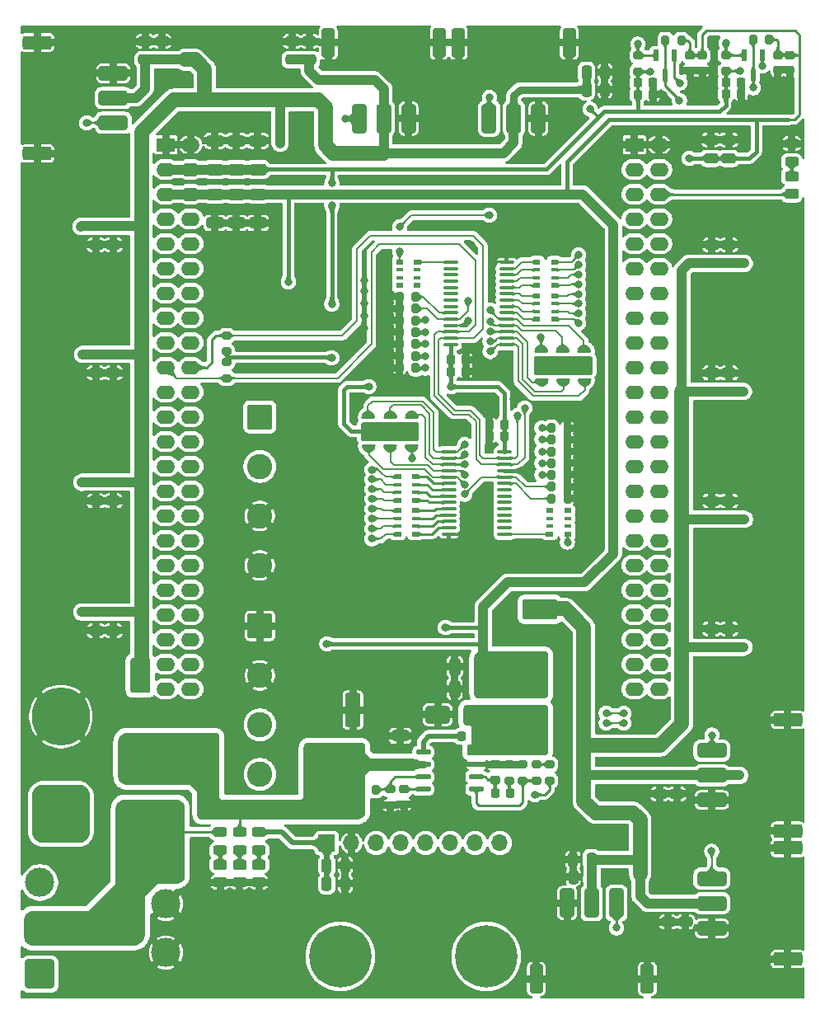
<source format=gbr>
%TF.GenerationSoftware,KiCad,Pcbnew,9.0.3*%
%TF.CreationDate,2025-07-13T22:15:26+07:00*%
%TF.ProjectId,Automative_Hexapod,4175746f-6d61-4746-9976-655f48657861,rev?*%
%TF.SameCoordinates,Original*%
%TF.FileFunction,Copper,L1,Top*%
%TF.FilePolarity,Positive*%
%FSLAX46Y46*%
G04 Gerber Fmt 4.6, Leading zero omitted, Abs format (unit mm)*
G04 Created by KiCad (PCBNEW 9.0.3) date 2025-07-13 22:15:26*
%MOMM*%
%LPD*%
G01*
G04 APERTURE LIST*
G04 Aperture macros list*
%AMRoundRect*
0 Rectangle with rounded corners*
0 $1 Rounding radius*
0 $2 $3 $4 $5 $6 $7 $8 $9 X,Y pos of 4 corners*
0 Add a 4 corners polygon primitive as box body*
4,1,4,$2,$3,$4,$5,$6,$7,$8,$9,$2,$3,0*
0 Add four circle primitives for the rounded corners*
1,1,$1+$1,$2,$3*
1,1,$1+$1,$4,$5*
1,1,$1+$1,$6,$7*
1,1,$1+$1,$8,$9*
0 Add four rect primitives between the rounded corners*
20,1,$1+$1,$2,$3,$4,$5,0*
20,1,$1+$1,$4,$5,$6,$7,0*
20,1,$1+$1,$6,$7,$8,$9,0*
20,1,$1+$1,$8,$9,$2,$3,0*%
%AMFreePoly0*
4,1,37,-0.245242,0.638416,-0.232824,0.632716,-0.129166,0.621037,0.017723,0.569638,0.149492,0.486842,0.259533,0.376801,0.342329,0.245032,0.393728,0.098143,0.394072,0.095082,0.395546,0.092878,0.406720,0.036700,0.406720,-0.017164,0.411152,-0.056500,0.393728,-0.211143,0.342329,-0.358032,0.259533,-0.489801,0.149492,-0.599842,0.017723,-0.682638,-0.129166,-0.734037,-0.283809,-0.751461,
-0.338912,-0.738884,-0.383102,-0.703644,-0.407625,-0.652721,-0.407625,-0.596201,-0.406482,-0.593829,-0.408369,-0.589276,-0.410809,-0.564500,-0.410809,0.451500,-0.408369,0.476276,-0.406482,0.480829,-0.407625,0.483201,-0.407625,0.539721,-0.383102,0.590644,-0.338912,0.625884,-0.318562,0.630528,-0.307044,0.638791,-0.245242,0.638416,-0.245242,0.638416,$1*%
%AMFreePoly1*
4,1,33,-0.061433,0.694916,-0.049015,0.689216,0.054643,0.677537,0.201532,0.626138,0.333301,0.543342,0.443342,0.433301,0.526138,0.301532,0.577537,0.154643,0.594961,0.000000,0.577537,-0.154643,0.526138,-0.301532,0.443342,-0.433301,0.333301,-0.543342,0.201532,-0.626138,0.054643,-0.677537,-0.100000,-0.694961,-0.155103,-0.682384,-0.199293,-0.647144,-0.223816,-0.596221,-0.223816,-0.539701,
-0.222673,-0.537329,-0.224560,-0.532776,-0.227000,-0.508000,-0.227000,0.508000,-0.224560,0.532776,-0.222673,0.537329,-0.223816,0.539701,-0.223816,0.596221,-0.199293,0.647144,-0.155103,0.682384,-0.134753,0.687028,-0.123235,0.695291,-0.061433,0.694916,-0.061433,0.694916,$1*%
G04 Aperture macros list end*
%TA.AperFunction,SMDPad,CuDef*%
%ADD10RoundRect,0.225000X-0.250000X0.225000X-0.250000X-0.225000X0.250000X-0.225000X0.250000X0.225000X0*%
%TD*%
%TA.AperFunction,SMDPad,CuDef*%
%ADD11RoundRect,0.225000X0.250000X-0.225000X0.250000X0.225000X-0.250000X0.225000X-0.250000X-0.225000X0*%
%TD*%
%TA.AperFunction,SMDPad,CuDef*%
%ADD12RoundRect,0.225000X0.225000X0.250000X-0.225000X0.250000X-0.225000X-0.250000X0.225000X-0.250000X0*%
%TD*%
%TA.AperFunction,SMDPad,CuDef*%
%ADD13RoundRect,0.133350X-0.596900X-0.133350X0.596900X-0.133350X0.596900X0.133350X-0.596900X0.133350X0*%
%TD*%
%TA.AperFunction,SMDPad,CuDef*%
%ADD14RoundRect,0.200000X-0.275000X0.200000X-0.275000X-0.200000X0.275000X-0.200000X0.275000X0.200000X0*%
%TD*%
%TA.AperFunction,SMDPad,CuDef*%
%ADD15R,4.000000X4.500000*%
%TD*%
%TA.AperFunction,SMDPad,CuDef*%
%ADD16RoundRect,0.200000X-0.200000X-0.275000X0.200000X-0.275000X0.200000X0.275000X-0.200000X0.275000X0*%
%TD*%
%TA.AperFunction,SMDPad,CuDef*%
%ADD17RoundRect,0.250000X-0.475000X0.250000X-0.475000X-0.250000X0.475000X-0.250000X0.475000X0.250000X0*%
%TD*%
%TA.AperFunction,SMDPad,CuDef*%
%ADD18RoundRect,0.100000X-0.637500X-0.100000X0.637500X-0.100000X0.637500X0.100000X-0.637500X0.100000X0*%
%TD*%
%TA.AperFunction,SMDPad,CuDef*%
%ADD19RoundRect,0.225000X-0.225000X-0.250000X0.225000X-0.250000X0.225000X0.250000X-0.225000X0.250000X0*%
%TD*%
%TA.AperFunction,SMDPad,CuDef*%
%ADD20R,0.800000X0.500000*%
%TD*%
%TA.AperFunction,SMDPad,CuDef*%
%ADD21R,0.800000X0.400000*%
%TD*%
%TA.AperFunction,SMDPad,CuDef*%
%ADD22RoundRect,0.250000X1.500000X-0.925000X1.500000X0.925000X-1.500000X0.925000X-1.500000X-0.925000X0*%
%TD*%
%TA.AperFunction,SMDPad,CuDef*%
%ADD23RoundRect,0.100000X0.637500X0.100000X-0.637500X0.100000X-0.637500X-0.100000X0.637500X-0.100000X0*%
%TD*%
%TA.AperFunction,SMDPad,CuDef*%
%ADD24FreePoly0,90.000000*%
%TD*%
%TA.AperFunction,SMDPad,CuDef*%
%ADD25FreePoly1,270.000000*%
%TD*%
%TA.AperFunction,SMDPad,CuDef*%
%ADD26RoundRect,0.250000X0.450000X-0.262500X0.450000X0.262500X-0.450000X0.262500X-0.450000X-0.262500X0*%
%TD*%
%TA.AperFunction,SMDPad,CuDef*%
%ADD27RoundRect,0.250000X-0.650000X0.325000X-0.650000X-0.325000X0.650000X-0.325000X0.650000X0.325000X0*%
%TD*%
%TA.AperFunction,SMDPad,CuDef*%
%ADD28RoundRect,0.250000X0.250000X0.475000X-0.250000X0.475000X-0.250000X-0.475000X0.250000X-0.475000X0*%
%TD*%
%TA.AperFunction,ComponentPad*%
%ADD29RoundRect,0.250000X1.250000X1.250000X-1.250000X1.250000X-1.250000X-1.250000X1.250000X-1.250000X0*%
%TD*%
%TA.AperFunction,ComponentPad*%
%ADD30C,3.000000*%
%TD*%
%TA.AperFunction,SMDPad,CuDef*%
%ADD31FreePoly0,270.000000*%
%TD*%
%TA.AperFunction,SMDPad,CuDef*%
%ADD32FreePoly1,90.000000*%
%TD*%
%TA.AperFunction,SMDPad,CuDef*%
%ADD33RoundRect,0.250000X0.475000X-0.250000X0.475000X0.250000X-0.475000X0.250000X-0.475000X-0.250000X0*%
%TD*%
%TA.AperFunction,SMDPad,CuDef*%
%ADD34RoundRect,0.200000X0.275000X-0.200000X0.275000X0.200000X-0.275000X0.200000X-0.275000X-0.200000X0*%
%TD*%
%TA.AperFunction,SMDPad,CuDef*%
%ADD35RoundRect,0.200000X0.200000X0.275000X-0.200000X0.275000X-0.200000X-0.275000X0.200000X-0.275000X0*%
%TD*%
%TA.AperFunction,SMDPad,CuDef*%
%ADD36RoundRect,0.243750X0.456250X-0.243750X0.456250X0.243750X-0.456250X0.243750X-0.456250X-0.243750X0*%
%TD*%
%TA.AperFunction,SMDPad,CuDef*%
%ADD37R,0.533400X1.168400*%
%TD*%
%TA.AperFunction,SMDPad,CuDef*%
%ADD38RoundRect,0.250000X-0.325000X-0.650000X0.325000X-0.650000X0.325000X0.650000X-0.325000X0.650000X0*%
%TD*%
%TA.AperFunction,SMDPad,CuDef*%
%ADD39RoundRect,0.243750X-0.456250X0.243750X-0.456250X-0.243750X0.456250X-0.243750X0.456250X0.243750X0*%
%TD*%
%TA.AperFunction,SMDPad,CuDef*%
%ADD40RoundRect,0.250000X0.650000X-0.325000X0.650000X0.325000X-0.650000X0.325000X-0.650000X-0.325000X0*%
%TD*%
%TA.AperFunction,SMDPad,CuDef*%
%ADD41RoundRect,0.250000X0.550000X-1.500000X0.550000X1.500000X-0.550000X1.500000X-0.550000X-1.500000X0*%
%TD*%
%TA.AperFunction,ComponentPad*%
%ADD42RoundRect,1.200000X1.800000X-1.800000X1.800000X1.800000X-1.800000X1.800000X-1.800000X-1.800000X0*%
%TD*%
%TA.AperFunction,ComponentPad*%
%ADD43C,6.000000*%
%TD*%
%TA.AperFunction,SMDPad,CuDef*%
%ADD44RoundRect,0.300000X0.450000X1.200000X-0.450000X1.200000X-0.450000X-1.200000X0.450000X-1.200000X0*%
%TD*%
%TA.AperFunction,SMDPad,CuDef*%
%ADD45RoundRect,0.280000X0.420000X1.220000X-0.420000X1.220000X-0.420000X-1.220000X0.420000X-1.220000X0*%
%TD*%
%TA.AperFunction,SMDPad,CuDef*%
%ADD46RoundRect,0.250000X-0.250000X-0.475000X0.250000X-0.475000X0.250000X0.475000X-0.250000X0.475000X0*%
%TD*%
%TA.AperFunction,SMDPad,CuDef*%
%ADD47RoundRect,0.300000X-1.200000X0.450000X-1.200000X-0.450000X1.200000X-0.450000X1.200000X0.450000X0*%
%TD*%
%TA.AperFunction,SMDPad,CuDef*%
%ADD48RoundRect,0.280000X-1.220000X0.420000X-1.220000X-0.420000X1.220000X-0.420000X1.220000X0.420000X0*%
%TD*%
%TA.AperFunction,SMDPad,CuDef*%
%ADD49RoundRect,0.300000X1.200000X-0.450000X1.200000X0.450000X-1.200000X0.450000X-1.200000X-0.450000X0*%
%TD*%
%TA.AperFunction,SMDPad,CuDef*%
%ADD50RoundRect,0.280000X1.220000X-0.420000X1.220000X0.420000X-1.220000X0.420000X-1.220000X-0.420000X0*%
%TD*%
%TA.AperFunction,ComponentPad*%
%ADD51R,1.900000X1.400000*%
%TD*%
%TA.AperFunction,ComponentPad*%
%ADD52O,1.900000X1.400000*%
%TD*%
%TA.AperFunction,SMDPad,CuDef*%
%ADD53RoundRect,0.300000X-0.450000X-1.200000X0.450000X-1.200000X0.450000X1.200000X-0.450000X1.200000X0*%
%TD*%
%TA.AperFunction,SMDPad,CuDef*%
%ADD54RoundRect,0.280000X-0.420000X-1.220000X0.420000X-1.220000X0.420000X1.220000X-0.420000X1.220000X0*%
%TD*%
%TA.AperFunction,ComponentPad*%
%ADD55RoundRect,0.250000X-1.050000X1.050000X-1.050000X-1.050000X1.050000X-1.050000X1.050000X1.050000X0*%
%TD*%
%TA.AperFunction,ComponentPad*%
%ADD56C,2.600000*%
%TD*%
%TA.AperFunction,SMDPad,CuDef*%
%ADD57RoundRect,0.250000X1.000000X0.650000X-1.000000X0.650000X-1.000000X-0.650000X1.000000X-0.650000X0*%
%TD*%
%TA.AperFunction,ComponentPad*%
%ADD58R,1.700000X1.700000*%
%TD*%
%TA.AperFunction,ComponentPad*%
%ADD59O,1.700000X1.700000*%
%TD*%
%TA.AperFunction,ComponentPad*%
%ADD60C,0.800000*%
%TD*%
%TA.AperFunction,ComponentPad*%
%ADD61C,6.400000*%
%TD*%
%TA.AperFunction,ViaPad*%
%ADD62C,0.800000*%
%TD*%
%TA.AperFunction,Conductor*%
%ADD63C,1.016000*%
%TD*%
%TA.AperFunction,Conductor*%
%ADD64C,0.203200*%
%TD*%
%TA.AperFunction,Conductor*%
%ADD65C,0.254000*%
%TD*%
%TA.AperFunction,Conductor*%
%ADD66C,0.381000*%
%TD*%
%TA.AperFunction,Conductor*%
%ADD67C,0.508000*%
%TD*%
%TA.AperFunction,Conductor*%
%ADD68C,0.762000*%
%TD*%
%TA.AperFunction,Conductor*%
%ADD69C,1.524000*%
%TD*%
G04 APERTURE END LIST*
D10*
%TO.P,C4,1*%
%TO.N,GND*%
X102201600Y-122885000D03*
%TO.P,C4,2*%
%TO.N,Net-(U1-COMP)*%
X102201600Y-124435000D03*
%TD*%
D11*
%TO.P,C22,1*%
%TO.N,GND*%
X123495600Y-51625800D03*
%TO.P,C22,2*%
%TO.N,+5V*%
X123495600Y-50075800D03*
%TD*%
D12*
%TO.P,C18,1*%
%TO.N,GND*%
X118444800Y-52881800D03*
%TO.P,C18,2*%
%TO.N,+3.3V*%
X116894800Y-52881800D03*
%TD*%
D13*
%TO.P,U1,1,BOOT*%
%TO.N,Net-(U1-BOOT)*%
X94831700Y-121615000D03*
%TO.P,U1,2,VIN*%
%TO.N,VCC*%
X94831700Y-122885000D03*
%TO.P,U1,3,EN*%
%TO.N,Net-(U1-EN)*%
X94831700Y-124155000D03*
%TO.P,U1,4,SS*%
%TO.N,Net-(U1-SS)*%
X94831700Y-125425000D03*
%TO.P,U1,5,VSENSE*%
%TO.N,Net-(U1-VSENSE)*%
X100280000Y-125425000D03*
%TO.P,U1,6,COMP*%
%TO.N,Net-(U1-COMP)*%
X100280000Y-124155000D03*
%TO.P,U1,7,GND*%
%TO.N,GND*%
X100280000Y-122885000D03*
%TO.P,U1,8,PH*%
%TO.N,Net-(D5-K)*%
X100280000Y-121615000D03*
%TD*%
D14*
%TO.P,R5,1*%
%TO.N,GND*%
X103661600Y-122885000D03*
%TO.P,R5,2*%
%TO.N,Net-(C3-Pad1)*%
X103661600Y-124535000D03*
%TD*%
D15*
%TO.P,F1,1*%
%TO.N,VCC*%
X67438200Y-122650000D03*
%TO.P,F1,2*%
%TO.N,+BATT*%
X67438200Y-129350000D03*
%TD*%
D16*
%TO.P,R19,1*%
%TO.N,GND*%
X92410700Y-82169200D03*
%TO.P,R19,2*%
%TO.N,/Servo Drivers/A1_0*%
X94060700Y-82169200D03*
%TD*%
D17*
%TO.P,C31,1*%
%TO.N,GND*%
X124383800Y-58740000D03*
%TO.P,C31,2*%
%TO.N,+5V*%
X124383800Y-60640000D03*
%TD*%
D18*
%TO.P,U3,1,A0*%
%TO.N,/Servo Drivers/A0_0*%
X97467500Y-90771000D03*
%TO.P,U3,2,A1*%
%TO.N,/Servo Drivers/A0_1*%
X97467500Y-91421000D03*
%TO.P,U3,3,A2*%
%TO.N,/Servo Drivers/A0_2*%
X97467500Y-92071000D03*
%TO.P,U3,4,A3*%
%TO.N,/Servo Drivers/A0_3*%
X97467500Y-92721000D03*
%TO.P,U3,5,A4*%
%TO.N,/Servo Drivers/A0_4*%
X97467500Y-93371000D03*
%TO.P,U3,6,PWM0*%
%TO.N,/Servo Drivers/CH0_0*%
X97467500Y-94021000D03*
%TO.P,U3,7,PWM1*%
%TO.N,/Servo Drivers/CH0_1*%
X97467500Y-94671000D03*
%TO.P,U3,8,PWM2*%
%TO.N,/Servo Drivers/CH0_2*%
X97467500Y-95321000D03*
%TO.P,U3,9,PWM3*%
%TO.N,/Servo Drivers/CH0_3*%
X97467500Y-95971000D03*
%TO.P,U3,10,PWM4*%
%TO.N,/Servo Drivers/CH0_4*%
X97467500Y-96621000D03*
%TO.P,U3,11,PWM5*%
%TO.N,/Servo Drivers/CH0_5*%
X97467500Y-97271000D03*
%TO.P,U3,12,PWM6*%
%TO.N,/Servo Drivers/CH0_6*%
X97467500Y-97921000D03*
%TO.P,U3,13,PWM7*%
%TO.N,/Servo Drivers/CH0_7*%
X97467500Y-98571000D03*
%TO.P,U3,14,VSS*%
%TO.N,GND*%
X97467500Y-99221000D03*
%TO.P,U3,15,PWM8*%
%TO.N,/Servo Drivers/CH0_8*%
X103192500Y-99221000D03*
%TO.P,U3,16,PWM9*%
%TO.N,unconnected-(U3-PWM9-Pad16)*%
X103192500Y-98571000D03*
%TO.P,U3,17,PWM10*%
%TO.N,unconnected-(U3-PWM10-Pad17)*%
X103192500Y-97921000D03*
%TO.P,U3,18,PWM11*%
%TO.N,unconnected-(U3-PWM11-Pad18)*%
X103192500Y-97271000D03*
%TO.P,U3,19,PWM12*%
%TO.N,unconnected-(U3-PWM12-Pad19)*%
X103192500Y-96621000D03*
%TO.P,U3,20,PWM13*%
%TO.N,unconnected-(U3-PWM13-Pad20)*%
X103192500Y-95971000D03*
%TO.P,U3,21,PWM14*%
%TO.N,unconnected-(U3-PWM14-Pad21)*%
X103192500Y-95321000D03*
%TO.P,U3,22,PWM15*%
%TO.N,unconnected-(U3-PWM15-Pad22)*%
X103192500Y-94671000D03*
%TO.P,U3,23,~{OE}*%
%TO.N,Net-(U3-~{OE})*%
X103192500Y-94021000D03*
%TO.P,U3,24,A5*%
%TO.N,/Servo Drivers/A0_5*%
X103192500Y-93371000D03*
%TO.P,U3,25,EXTCLK*%
%TO.N,GND*%
X103192500Y-92721000D03*
%TO.P,U3,26,SCL*%
%TO.N,BBAI_I2C_SCL*%
X103192500Y-92071000D03*
%TO.P,U3,27,SDA*%
%TO.N,BBAI_I2C_SDA*%
X103192500Y-91421000D03*
%TO.P,U3,28,VDD*%
%TO.N,+3.3V*%
X103192500Y-90771000D03*
%TD*%
D19*
%TO.P,C6,1*%
%TO.N,Net-(U1-BOOT)*%
X98760850Y-119975000D03*
%TO.P,C6,2*%
%TO.N,Net-(D5-K)*%
X100310850Y-119975000D03*
%TD*%
D20*
%TO.P,R33,1*%
%TO.N,/Servo Drivers/CH0_7*%
X94007500Y-99221000D03*
D21*
%TO.P,R33,2*%
%TO.N,/Servo Drivers/CH0_6*%
X94007500Y-98421000D03*
%TO.P,R33,3*%
%TO.N,/Servo Drivers/CH0_5*%
X94007500Y-97621000D03*
D20*
%TO.P,R33,4*%
%TO.N,/Servo Drivers/CH0_4*%
X94007500Y-96821000D03*
%TO.P,R33,5*%
%TO.N,PCA_CH0_4*%
X92207500Y-96821000D03*
D21*
%TO.P,R33,6*%
%TO.N,PCA_CH0_5*%
X92207500Y-97621000D03*
%TO.P,R33,7*%
%TO.N,PCA_CH0_6*%
X92207500Y-98421000D03*
D20*
%TO.P,R33,8*%
%TO.N,PCA_CH0_7*%
X92207500Y-99221000D03*
%TD*%
D22*
%TO.P,L1,1,1*%
%TO.N,Net-(D5-K)*%
X105525850Y-119380000D03*
%TO.P,L1,2,2*%
%TO.N,+5V*%
X105525850Y-113330000D03*
%TD*%
D23*
%TO.P,U4,1,A0*%
%TO.N,/Servo Drivers/A1_0*%
X103395700Y-79739200D03*
%TO.P,U4,2,A1*%
%TO.N,/Servo Drivers/A1_1*%
X103395700Y-79089200D03*
%TO.P,U4,3,A2*%
%TO.N,/Servo Drivers/A1_2*%
X103395700Y-78439200D03*
%TO.P,U4,4,A3*%
%TO.N,/Servo Drivers/A1_3*%
X103395700Y-77789200D03*
%TO.P,U4,5,A4*%
%TO.N,/Servo Drivers/A1_4*%
X103395700Y-77139200D03*
%TO.P,U4,6,PWM0*%
%TO.N,/Servo Drivers/CH1_0*%
X103395700Y-76489200D03*
%TO.P,U4,7,PWM1*%
%TO.N,/Servo Drivers/CH1_1*%
X103395700Y-75839200D03*
%TO.P,U4,8,PWM2*%
%TO.N,/Servo Drivers/CH1_2*%
X103395700Y-75189200D03*
%TO.P,U4,9,PWM3*%
%TO.N,/Servo Drivers/CH1_3*%
X103395700Y-74539200D03*
%TO.P,U4,10,PWM4*%
%TO.N,/Servo Drivers/CH1_4*%
X103395700Y-73889200D03*
%TO.P,U4,11,PWM5*%
%TO.N,/Servo Drivers/CH1_5*%
X103395700Y-73239200D03*
%TO.P,U4,12,PWM6*%
%TO.N,/Servo Drivers/CH1_6*%
X103395700Y-72589200D03*
%TO.P,U4,13,PWM7*%
%TO.N,/Servo Drivers/CH1_7*%
X103395700Y-71939200D03*
%TO.P,U4,14,VSS*%
%TO.N,GND*%
X103395700Y-71289200D03*
%TO.P,U4,15,PWM8*%
%TO.N,/Servo Drivers/CH1_8*%
X97670700Y-71289200D03*
%TO.P,U4,16,PWM9*%
%TO.N,unconnected-(U4-PWM9-Pad16)*%
X97670700Y-71939200D03*
%TO.P,U4,17,PWM10*%
%TO.N,unconnected-(U4-PWM10-Pad17)*%
X97670700Y-72589200D03*
%TO.P,U4,18,PWM11*%
%TO.N,unconnected-(U4-PWM11-Pad18)*%
X97670700Y-73239200D03*
%TO.P,U4,19,PWM12*%
%TO.N,unconnected-(U4-PWM12-Pad19)*%
X97670700Y-73889200D03*
%TO.P,U4,20,PWM13*%
%TO.N,unconnected-(U4-PWM13-Pad20)*%
X97670700Y-74539200D03*
%TO.P,U4,21,PWM14*%
%TO.N,unconnected-(U4-PWM14-Pad21)*%
X97670700Y-75189200D03*
%TO.P,U4,22,PWM15*%
%TO.N,unconnected-(U4-PWM15-Pad22)*%
X97670700Y-75839200D03*
%TO.P,U4,23,~{OE}*%
%TO.N,Net-(U4-~{OE})*%
X97670700Y-76489200D03*
%TO.P,U4,24,A5*%
%TO.N,/Servo Drivers/A1_5*%
X97670700Y-77139200D03*
%TO.P,U4,25,EXTCLK*%
%TO.N,GND*%
X97670700Y-77789200D03*
%TO.P,U4,26,SCL*%
%TO.N,BBAI_I2C_SCL*%
X97670700Y-78439200D03*
%TO.P,U4,27,SDA*%
%TO.N,BBAI_I2C_SDA*%
X97670700Y-79089200D03*
%TO.P,U4,28,VDD*%
%TO.N,+3.3V*%
X97670700Y-79739200D03*
%TD*%
D16*
%TO.P,R29,1*%
%TO.N,GND*%
X92410700Y-76059200D03*
%TO.P,R29,2*%
%TO.N,/Servo Drivers/A1_5*%
X94060700Y-76059200D03*
%TD*%
D17*
%TO.P,C33,1*%
%TO.N,GND*%
X124475200Y-69510000D03*
%TO.P,C33,2*%
%TO.N,Vdrive_2*%
X124475200Y-71410000D03*
%TD*%
D16*
%TO.P,R31,1*%
%TO.N,GND*%
X92410700Y-74849200D03*
%TO.P,R31,2*%
%TO.N,Net-(U4-~{OE})*%
X94060700Y-74849200D03*
%TD*%
D24*
%TO.P,TP12,1,1*%
%TO.N,/Servo Drivers/A1_5*%
X106928300Y-80220680D03*
D25*
%TO.P,TP12,2,2*%
%TO.N,+3.3V*%
X106984800Y-81190311D03*
%TD*%
D26*
%TO.P,R6,1*%
%TO.N,GND*%
X77954800Y-134973700D03*
%TO.P,R6,2*%
%TO.N,Net-(D3-K)*%
X77954800Y-133148700D03*
%TD*%
D20*
%TO.P,R35,1*%
%TO.N,/Servo Drivers/CH1_7*%
X106510700Y-71289200D03*
D21*
%TO.P,R35,2*%
%TO.N,/Servo Drivers/CH1_6*%
X106510700Y-72089200D03*
%TO.P,R35,3*%
%TO.N,/Servo Drivers/CH1_5*%
X106510700Y-72889200D03*
D20*
%TO.P,R35,4*%
%TO.N,/Servo Drivers/CH1_4*%
X106510700Y-73689200D03*
%TO.P,R35,5*%
%TO.N,PCA_CH1_4*%
X108310700Y-73689200D03*
D21*
%TO.P,R35,6*%
%TO.N,PCA_CH1_5*%
X108310700Y-72889200D03*
%TO.P,R35,7*%
%TO.N,PCA_CH1_6*%
X108310700Y-72089200D03*
D20*
%TO.P,R35,8*%
%TO.N,PCA_CH1_7*%
X108310700Y-71289200D03*
%TD*%
D24*
%TO.P,TP10,1,1*%
%TO.N,/Servo Drivers/A1_4*%
X111322500Y-80220680D03*
D25*
%TO.P,TP10,2,2*%
%TO.N,+3.3V*%
X111379000Y-81190311D03*
%TD*%
D24*
%TO.P,TP3,1,1*%
%TO.N,/Servo Drivers/A0_1*%
X91383500Y-86977080D03*
D25*
%TO.P,TP3,2,2*%
%TO.N,+3.3V*%
X91440000Y-87946711D03*
%TD*%
D27*
%TO.P,C10,1*%
%TO.N,GND*%
X73431400Y-58830000D03*
%TO.P,C10,2*%
%TO.N,+3.3V*%
X73431400Y-61780000D03*
%TD*%
D12*
%TO.P,C15,1*%
%TO.N,GND*%
X127472199Y-54024600D03*
%TO.P,C15,2*%
%TO.N,+3.3V*%
X125922199Y-54024600D03*
%TD*%
D17*
%TO.P,C65,1*%
%TO.N,GND*%
X66260000Y-48610000D03*
%TO.P,C65,2*%
%TO.N,Vdrive_1*%
X66260000Y-50510000D03*
%TD*%
D28*
%TO.P,C27,1*%
%TO.N,GND*%
X86818503Y-133270000D03*
%TO.P,C27,2*%
%TO.N,+5V*%
X84918503Y-133270000D03*
%TD*%
D14*
%TO.P,R15,1*%
%TO.N,BBAI_ECHO*%
X116889800Y-50075800D03*
%TO.P,R15,2*%
%TO.N,+3.3V*%
X116889800Y-51725800D03*
%TD*%
D29*
%TO.P,SW1,1,1*%
%TO.N,unconnected-(SW1-Pad1)*%
X55448200Y-144400000D03*
D30*
%TO.P,SW1,2,2*%
%TO.N,+BATT*%
X55448200Y-139700000D03*
%TO.P,SW1,3,3*%
%TO.N,VBUS*%
X55448200Y-135000000D03*
%TO.P,SW1,SH,SH*%
%TO.N,GND*%
X68398200Y-142200000D03*
X68398200Y-137200000D03*
%TD*%
D17*
%TO.P,C39,1*%
%TO.N,GND*%
X124475200Y-82670000D03*
%TO.P,C39,2*%
%TO.N,Vdrive_2*%
X124475200Y-84570000D03*
%TD*%
D31*
%TO.P,TP4,1,1*%
%TO.N,/Servo Drivers/A1_1*%
X109251100Y-83634720D03*
D32*
%TO.P,TP4,2,2*%
%TO.N,+3.3V*%
X109194600Y-82665089D03*
%TD*%
D33*
%TO.P,C53,1*%
%TO.N,GND*%
X62994600Y-82658400D03*
%TO.P,C53,2*%
%TO.N,Vdrive_1*%
X62994600Y-80758400D03*
%TD*%
D24*
%TO.P,TP8,1,1*%
%TO.N,/Servo Drivers/A1_3*%
X109138100Y-80220680D03*
D25*
%TO.P,TP8,2,2*%
%TO.N,+3.3V*%
X109194600Y-81190311D03*
%TD*%
D31*
%TO.P,TP11,1,1*%
%TO.N,/Servo Drivers/A0_5*%
X93680900Y-90416520D03*
D32*
%TO.P,TP11,2,2*%
%TO.N,+3.3V*%
X93624400Y-89446889D03*
%TD*%
D34*
%TO.P,R3,1*%
%TO.N,GND*%
X91445850Y-127075000D03*
%TO.P,R3,2*%
%TO.N,Net-(U1-EN)*%
X91445850Y-125425000D03*
%TD*%
D19*
%TO.P,C25,1*%
%TO.N,GND*%
X101642500Y-89201000D03*
%TO.P,C25,2*%
%TO.N,+3.3V*%
X103192500Y-89201000D03*
%TD*%
D12*
%TO.P,C17,1*%
%TO.N,GND*%
X127472199Y-52814600D03*
%TO.P,C17,2*%
%TO.N,+3.3V*%
X125922199Y-52814600D03*
%TD*%
D31*
%TO.P,TP7,1,1*%
%TO.N,/Servo Drivers/A0_3*%
X91496500Y-90416520D03*
D32*
%TO.P,TP7,2,2*%
%TO.N,+3.3V*%
X91440000Y-89446889D03*
%TD*%
D35*
%TO.P,R20,1*%
%TO.N,GND*%
X109650000Y-89516000D03*
%TO.P,R20,2*%
%TO.N,/Servo Drivers/A0_1*%
X108000000Y-89516000D03*
%TD*%
D33*
%TO.P,C50,1*%
%TO.N,GND*%
X121767600Y-139050000D03*
%TO.P,C50,2*%
%TO.N,Vdrive_2*%
X121767600Y-137150000D03*
%TD*%
%TO.P,C45,1*%
%TO.N,GND*%
X119140000Y-125890000D03*
%TO.P,C45,2*%
%TO.N,Vdrive_2*%
X119140000Y-123990000D03*
%TD*%
D16*
%TO.P,R21,1*%
%TO.N,GND*%
X92410700Y-80949200D03*
%TO.P,R21,2*%
%TO.N,/Servo Drivers/A1_1*%
X94060700Y-80949200D03*
%TD*%
D33*
%TO.P,C59,1*%
%TO.N,GND*%
X61244600Y-69512800D03*
%TO.P,C59,2*%
%TO.N,Vdrive_1*%
X61244600Y-67612800D03*
%TD*%
D36*
%TO.P,D3,1,K*%
%TO.N,Net-(D3-K)*%
X77954800Y-131706200D03*
%TO.P,D3,2,A*%
%TO.N,+5V*%
X77954800Y-129831200D03*
%TD*%
D12*
%TO.P,C24,1*%
%TO.N,GND*%
X99220700Y-82519200D03*
%TO.P,C24,2*%
%TO.N,+3.3V*%
X97670700Y-82519200D03*
%TD*%
D20*
%TO.P,R37,1*%
%TO.N,unconnected-(R37-Pad1)*%
X94210700Y-73689200D03*
D21*
%TO.P,R37,2*%
%TO.N,unconnected-(R37-Pad2)*%
X94210700Y-72889200D03*
%TO.P,R37,3*%
%TO.N,unconnected-(R37-Pad3)*%
X94210700Y-72089200D03*
D20*
%TO.P,R37,4*%
%TO.N,/Servo Drivers/CH1_8*%
X94210700Y-71289200D03*
%TO.P,R37,5*%
%TO.N,PCA_CH1_8*%
X92410700Y-71289200D03*
D21*
%TO.P,R37,6*%
%TO.N,unconnected-(R37-Pad6)*%
X92410700Y-72089200D03*
%TO.P,R37,7*%
%TO.N,unconnected-(R37-Pad7)*%
X92410700Y-72889200D03*
D20*
%TO.P,R37,8*%
%TO.N,unconnected-(R37-Pad8)*%
X92410700Y-73689200D03*
%TD*%
D17*
%TO.P,C41,1*%
%TO.N,GND*%
X126235200Y-108950000D03*
%TO.P,C41,2*%
%TO.N,Vdrive_2*%
X126235200Y-110850000D03*
%TD*%
D37*
%TO.P,Q2,1,G*%
%TO.N,+3.3V*%
X120644802Y-50075800D03*
%TO.P,Q2,2,S*%
%TO.N,BBAI_ECHO*%
X118744800Y-50075800D03*
%TO.P,Q2,3,D*%
%TO.N,HCSR04_ECHO*%
X119694801Y-52107800D03*
%TD*%
D17*
%TO.P,C32,1*%
%TO.N,GND*%
X126213800Y-58740000D03*
%TO.P,C32,2*%
%TO.N,+5V*%
X126213800Y-60640000D03*
%TD*%
D33*
%TO.P,C49,1*%
%TO.N,GND*%
X120880000Y-125890000D03*
%TO.P,C49,2*%
%TO.N,Vdrive_2*%
X120880000Y-123990000D03*
%TD*%
D20*
%TO.P,R36,1*%
%TO.N,unconnected-(R36-Pad1)*%
X107850000Y-96821000D03*
D21*
%TO.P,R36,2*%
%TO.N,unconnected-(R36-Pad2)*%
X107850000Y-97621000D03*
%TO.P,R36,3*%
%TO.N,unconnected-(R36-Pad3)*%
X107850000Y-98421000D03*
D20*
%TO.P,R36,4*%
%TO.N,/Servo Drivers/CH0_8*%
X107850000Y-99221000D03*
%TO.P,R36,5*%
%TO.N,PCA_CH0_8*%
X109650000Y-99221000D03*
D21*
%TO.P,R36,6*%
%TO.N,unconnected-(R36-Pad6)*%
X109650000Y-98421000D03*
%TO.P,R36,7*%
%TO.N,unconnected-(R36-Pad7)*%
X109650000Y-97621000D03*
D20*
%TO.P,R36,8*%
%TO.N,unconnected-(R36-Pad8)*%
X109650000Y-96821000D03*
%TD*%
D36*
%TO.P,D2,1,K*%
%TO.N,Net-(D2-K)*%
X75954800Y-131706200D03*
%TO.P,D2,2,A*%
%TO.N,VCC*%
X75954800Y-129831200D03*
%TD*%
D38*
%TO.P,C8,1*%
%TO.N,GND*%
X98055850Y-115115000D03*
%TO.P,C8,2*%
%TO.N,+5V*%
X101005850Y-115115000D03*
%TD*%
D33*
%TO.P,C52,1*%
%TO.N,GND*%
X62994600Y-95798400D03*
%TO.P,C52,2*%
%TO.N,Vdrive_1*%
X62994600Y-93898400D03*
%TD*%
%TO.P,C46,1*%
%TO.N,GND*%
X120017600Y-139050000D03*
%TO.P,C46,2*%
%TO.N,Vdrive_2*%
X120017600Y-137150000D03*
%TD*%
D31*
%TO.P,TP9,1,1*%
%TO.N,/Servo Drivers/A0_4*%
X89261300Y-90416520D03*
D32*
%TO.P,TP9,2,2*%
%TO.N,+3.3V*%
X89204800Y-89446889D03*
%TD*%
D20*
%TO.P,R32,1*%
%TO.N,/Servo Drivers/CH0_3*%
X94007500Y-95751000D03*
D21*
%TO.P,R32,2*%
%TO.N,/Servo Drivers/CH0_2*%
X94007500Y-94951000D03*
%TO.P,R32,3*%
%TO.N,/Servo Drivers/CH0_1*%
X94007500Y-94151000D03*
D20*
%TO.P,R32,4*%
%TO.N,/Servo Drivers/CH0_0*%
X94007500Y-93351000D03*
%TO.P,R32,5*%
%TO.N,PCA_CH0_0*%
X92207500Y-93351000D03*
D21*
%TO.P,R32,6*%
%TO.N,PCA_CH0_1*%
X92207500Y-94151000D03*
%TO.P,R32,7*%
%TO.N,PCA_CH0_2*%
X92207500Y-94951000D03*
D20*
%TO.P,R32,8*%
%TO.N,PCA_CH0_3*%
X92207500Y-95751000D03*
%TD*%
D28*
%TO.P,C68,1*%
%TO.N,GND*%
X113497400Y-53566000D03*
%TO.P,C68,2*%
%TO.N,Vdrive_1*%
X111597400Y-53566000D03*
%TD*%
D14*
%TO.P,R13,1*%
%TO.N,BBAI_I2C_SDA*%
X74650600Y-78829400D03*
%TO.P,R13,2*%
%TO.N,+3.3V*%
X74650600Y-80479400D03*
%TD*%
D33*
%TO.P,C56,1*%
%TO.N,GND*%
X61244600Y-109128400D03*
%TO.P,C56,2*%
%TO.N,Vdrive_1*%
X61244600Y-107228400D03*
%TD*%
D27*
%TO.P,C12,1*%
%TO.N,GND*%
X75641400Y-58830000D03*
%TO.P,C12,2*%
%TO.N,+3.3V*%
X75641400Y-61780000D03*
%TD*%
D31*
%TO.P,TP6,1,1*%
%TO.N,/Servo Drivers/A1_2*%
X107041300Y-83634720D03*
D32*
%TO.P,TP6,2,2*%
%TO.N,+3.3V*%
X106984800Y-82665089D03*
%TD*%
D17*
%TO.P,C61,1*%
%TO.N,GND*%
X68000000Y-48610000D03*
%TO.P,C61,2*%
%TO.N,Vdrive_1*%
X68000000Y-50510000D03*
%TD*%
%TO.P,C38,1*%
%TO.N,GND*%
X126235200Y-69510000D03*
%TO.P,C38,2*%
%TO.N,Vdrive_2*%
X126235200Y-71410000D03*
%TD*%
D24*
%TO.P,TP5,1,1*%
%TO.N,/Servo Drivers/A0_2*%
X93567900Y-86977080D03*
D25*
%TO.P,TP5,2,2*%
%TO.N,+3.3V*%
X93624400Y-87946711D03*
%TD*%
D35*
%TO.P,R30,1*%
%TO.N,GND*%
X109650000Y-95566000D03*
%TO.P,R30,2*%
%TO.N,Net-(U3-~{OE})*%
X108000000Y-95566000D03*
%TD*%
D12*
%TO.P,C3,1*%
%TO.N,Net-(C3-Pad1)*%
X103746600Y-125831600D03*
%TO.P,C3,2*%
%TO.N,Net-(U1-COMP)*%
X102196600Y-125831600D03*
%TD*%
D39*
%TO.P,D6,1,K*%
%TO.N,GND*%
X132689600Y-59120900D03*
%TO.P,D6,2,A*%
%TO.N,Net-(D6-A)*%
X132689600Y-60995900D03*
%TD*%
D40*
%TO.P,C14,1*%
%TO.N,+3.3V*%
X77841400Y-61780000D03*
%TO.P,C14,2*%
%TO.N,GND*%
X77841400Y-58830000D03*
%TD*%
D41*
%TO.P,C1,1*%
%TO.N,VCC*%
X87610000Y-122885000D03*
%TO.P,C1,2*%
%TO.N,GND*%
X87610000Y-117285000D03*
%TD*%
D33*
%TO.P,C51,1*%
%TO.N,GND*%
X62994600Y-109128400D03*
%TO.P,C51,2*%
%TO.N,Vdrive_1*%
X62994600Y-107228400D03*
%TD*%
D16*
%TO.P,R23,1*%
%TO.N,GND*%
X92410700Y-79719200D03*
%TO.P,R23,2*%
%TO.N,/Servo Drivers/A1_2*%
X94060700Y-79719200D03*
%TD*%
D28*
%TO.P,C64,1*%
%TO.N,GND*%
X113497400Y-51816000D03*
%TO.P,C64,2*%
%TO.N,Vdrive_1*%
X111597400Y-51816000D03*
%TD*%
D38*
%TO.P,C7,1*%
%TO.N,GND*%
X98070850Y-112845000D03*
%TO.P,C7,2*%
%TO.N,+5V*%
X101020850Y-112845000D03*
%TD*%
D17*
%TO.P,C34,1*%
%TO.N,GND*%
X126235200Y-82670000D03*
%TO.P,C34,2*%
%TO.N,Vdrive_2*%
X126235200Y-84570000D03*
%TD*%
D40*
%TO.P,C11,1*%
%TO.N,GND*%
X75641400Y-67270000D03*
%TO.P,C11,2*%
%TO.N,+5V*%
X75641400Y-64320000D03*
%TD*%
D35*
%TO.P,R28,1*%
%TO.N,GND*%
X109650000Y-94346000D03*
%TO.P,R28,2*%
%TO.N,/Servo Drivers/A0_5*%
X108000000Y-94346000D03*
%TD*%
D12*
%TO.P,C16,1*%
%TO.N,GND*%
X118444800Y-54091800D03*
%TO.P,C16,2*%
%TO.N,+3.3V*%
X116894800Y-54091800D03*
%TD*%
%TO.P,C26,1*%
%TO.N,GND*%
X99220700Y-81309200D03*
%TO.P,C26,2*%
%TO.N,+3.3V*%
X97670700Y-81309200D03*
%TD*%
D20*
%TO.P,R34,1*%
%TO.N,/Servo Drivers/CH1_3*%
X106510700Y-74759200D03*
D21*
%TO.P,R34,2*%
%TO.N,/Servo Drivers/CH1_2*%
X106510700Y-75559200D03*
%TO.P,R34,3*%
%TO.N,/Servo Drivers/CH1_1*%
X106510700Y-76359200D03*
D20*
%TO.P,R34,4*%
%TO.N,/Servo Drivers/CH1_0*%
X106510700Y-77159200D03*
%TO.P,R34,5*%
%TO.N,PCA_CH1_0*%
X108310700Y-77159200D03*
D21*
%TO.P,R34,6*%
%TO.N,PCA_CH1_1*%
X108310700Y-76359200D03*
%TO.P,R34,7*%
%TO.N,PCA_CH1_2*%
X108310700Y-75559200D03*
D20*
%TO.P,R34,8*%
%TO.N,PCA_CH1_3*%
X108310700Y-74759200D03*
%TD*%
D40*
%TO.P,C2,1*%
%TO.N,VCC*%
X92475850Y-122885000D03*
%TO.P,C2,2*%
%TO.N,GND*%
X92475850Y-119935000D03*
%TD*%
D16*
%TO.P,R17,1*%
%TO.N,HCSR04_ECHO*%
X119694801Y-48501800D03*
%TO.P,R17,2*%
%TO.N,+5V*%
X121344801Y-48501800D03*
%TD*%
D35*
%TO.P,R26,1*%
%TO.N,GND*%
X109650000Y-93126000D03*
%TO.P,R26,2*%
%TO.N,/Servo Drivers/A0_4*%
X108000000Y-93126000D03*
%TD*%
D14*
%TO.P,R8,1*%
%TO.N,Net-(R8-Pad1)*%
X107811600Y-122885000D03*
%TO.P,R8,2*%
%TO.N,+5V*%
X107811600Y-124535000D03*
%TD*%
D17*
%TO.P,C36,1*%
%TO.N,GND*%
X124475200Y-108950000D03*
%TO.P,C36,2*%
%TO.N,Vdrive_2*%
X124475200Y-110850000D03*
%TD*%
D11*
%TO.P,C21,1*%
%TO.N,GND*%
X132477199Y-51562600D03*
%TO.P,C21,2*%
%TO.N,+5V*%
X132477199Y-50012600D03*
%TD*%
D42*
%TO.P,J1,1,Pin_1*%
%TO.N,VBUS*%
X57608200Y-127960000D03*
D43*
%TO.P,J1,2,Pin_2*%
%TO.N,GND*%
X57608200Y-117960000D03*
%TD*%
D35*
%TO.P,R18,1*%
%TO.N,GND*%
X109650000Y-88321000D03*
%TO.P,R18,2*%
%TO.N,/Servo Drivers/A0_0*%
X108000000Y-88321000D03*
%TD*%
D44*
%TO.P,J23,1,Pin_1*%
%TO.N,PCA_CH1_7*%
X88239600Y-56553000D03*
%TO.P,J23,2,Pin_2*%
%TO.N,Vdrive_1*%
X90779600Y-56553000D03*
%TO.P,J23,3,Pin_3*%
%TO.N,GND*%
X93319600Y-56553000D03*
D45*
%TO.P,J23,SH,Pin_3*%
X96479600Y-48753000D03*
X85079600Y-48753000D03*
%TD*%
D36*
%TO.P,D1,1,K*%
%TO.N,Net-(D1-K)*%
X73964800Y-131706200D03*
%TO.P,D1,2,A*%
%TO.N,+BATT*%
X73964800Y-129831200D03*
%TD*%
D27*
%TO.P,C13,1*%
%TO.N,+5V*%
X73431400Y-64320000D03*
%TO.P,C13,2*%
%TO.N,GND*%
X73431400Y-67270000D03*
%TD*%
D17*
%TO.P,C40,1*%
%TO.N,GND*%
X126235200Y-95810000D03*
%TO.P,C40,2*%
%TO.N,Vdrive_2*%
X126235200Y-97710000D03*
%TD*%
D11*
%TO.P,C20,1*%
%TO.N,GND*%
X122224800Y-51625800D03*
%TO.P,C20,2*%
%TO.N,+5V*%
X122224800Y-50075800D03*
%TD*%
D35*
%TO.P,R2,1*%
%TO.N,Net-(U1-EN)*%
X89979000Y-125476000D03*
%TO.P,R2,2*%
%TO.N,VCC*%
X88329000Y-125476000D03*
%TD*%
D31*
%TO.P,TP2,1,1*%
%TO.N,/Servo Drivers/A1_0*%
X111435500Y-83634720D03*
D32*
%TO.P,TP2,2,2*%
%TO.N,+3.3V*%
X111379000Y-82665089D03*
%TD*%
D26*
%TO.P,R11,1*%
%TO.N,Net-(U2-GPIO1_3)*%
X132689600Y-64310900D03*
%TO.P,R11,2*%
%TO.N,Net-(D6-A)*%
X132689600Y-62485900D03*
%TD*%
D35*
%TO.P,R22,1*%
%TO.N,GND*%
X109650000Y-90731000D03*
%TO.P,R22,2*%
%TO.N,/Servo Drivers/A0_2*%
X108000000Y-90731000D03*
%TD*%
D16*
%TO.P,R25,1*%
%TO.N,GND*%
X92410700Y-78489200D03*
%TO.P,R25,2*%
%TO.N,/Servo Drivers/A1_3*%
X94060700Y-78489200D03*
%TD*%
D34*
%TO.P,R9,1*%
%TO.N,Net-(U1-VSENSE)*%
X106441600Y-124535000D03*
%TO.P,R9,2*%
%TO.N,Net-(R8-Pad1)*%
X106441600Y-122885000D03*
%TD*%
D16*
%TO.P,R16,1*%
%TO.N,HCSR04_TRIG*%
X128727200Y-48424600D03*
%TO.P,R16,2*%
%TO.N,+5V*%
X130377200Y-48424600D03*
%TD*%
D19*
%TO.P,C23,1*%
%TO.N,GND*%
X101642500Y-87991000D03*
%TO.P,C23,2*%
%TO.N,+3.3V*%
X103192500Y-87991000D03*
%TD*%
D37*
%TO.P,Q1,1,G*%
%TO.N,+3.3V*%
X129677201Y-50012600D03*
%TO.P,Q1,2,S*%
%TO.N,BBAI_TRIG*%
X127777199Y-50012600D03*
%TO.P,Q1,3,D*%
%TO.N,HCSR04_TRIG*%
X128727200Y-52044600D03*
%TD*%
D33*
%TO.P,C54,1*%
%TO.N,GND*%
X62994600Y-69512800D03*
%TO.P,C54,2*%
%TO.N,Vdrive_1*%
X62994600Y-67612800D03*
%TD*%
D40*
%TO.P,C9,1*%
%TO.N,GND*%
X77841400Y-67270000D03*
%TO.P,C9,2*%
%TO.N,+5V*%
X77841400Y-64320000D03*
%TD*%
D26*
%TO.P,R4,1*%
%TO.N,GND*%
X75954800Y-134973700D03*
%TO.P,R4,2*%
%TO.N,Net-(D2-K)*%
X75954800Y-133148700D03*
%TD*%
D33*
%TO.P,C58,1*%
%TO.N,GND*%
X61244600Y-82658400D03*
%TO.P,C58,2*%
%TO.N,Vdrive_1*%
X61244600Y-80758400D03*
%TD*%
D11*
%TO.P,C19,1*%
%TO.N,GND*%
X131257199Y-51562600D03*
%TO.P,C19,2*%
%TO.N,+5V*%
X131257199Y-50012600D03*
%TD*%
D17*
%TO.P,C35,1*%
%TO.N,GND*%
X124475200Y-95810000D03*
%TO.P,C35,2*%
%TO.N,Vdrive_2*%
X124475200Y-97710000D03*
%TD*%
D46*
%TO.P,C48,1*%
%TO.N,GND*%
X110251400Y-134424200D03*
%TO.P,C48,2*%
%TO.N,Vdrive_2*%
X112151400Y-134424200D03*
%TD*%
D47*
%TO.P,J21,1,Pin_1*%
%TO.N,PCA_CH1_5*%
X62994600Y-56978400D03*
%TO.P,J21,2,Pin_2*%
%TO.N,Vdrive_1*%
X62994600Y-54438400D03*
%TO.P,J21,3,Pin_3*%
%TO.N,GND*%
X62994600Y-51898400D03*
D48*
%TO.P,J21,SH,Pin_3*%
X55194600Y-48738400D03*
X55194600Y-60138400D03*
%TD*%
D17*
%TO.P,C63,1*%
%TO.N,GND*%
X83140000Y-48610000D03*
%TO.P,C63,2*%
%TO.N,Vdrive_1*%
X83140000Y-50510000D03*
%TD*%
D14*
%TO.P,R10,1*%
%TO.N,GND*%
X105051600Y-122885000D03*
%TO.P,R10,2*%
%TO.N,Net-(U1-VSENSE)*%
X105051600Y-124535000D03*
%TD*%
D44*
%TO.P,J24,1,Pin_1*%
%TO.N,PCA_CH1_8*%
X101589600Y-56553000D03*
%TO.P,J24,2,Pin_2*%
%TO.N,Vdrive_1*%
X104129600Y-56553000D03*
%TO.P,J24,3,Pin_3*%
%TO.N,GND*%
X106669600Y-56553000D03*
D45*
%TO.P,J24,SH,Pin_3*%
X109829600Y-48753000D03*
X98429600Y-48753000D03*
%TD*%
D49*
%TO.P,J14,1,Pin_1*%
%TO.N,PCA_CH0_7*%
X124480200Y-121450000D03*
%TO.P,J14,2,Pin_2*%
%TO.N,Vdrive_2*%
X124480200Y-123990000D03*
%TO.P,J14,3,Pin_3*%
%TO.N,GND*%
X124480200Y-126530000D03*
D50*
%TO.P,J14,SH,Pin_3*%
X132280200Y-129690000D03*
X132280200Y-118290000D03*
%TD*%
D49*
%TO.P,J15,1,Pin_1*%
%TO.N,PCA_CH0_8*%
X124480200Y-134610000D03*
%TO.P,J15,2,Pin_2*%
%TO.N,Vdrive_2*%
X124480200Y-137150000D03*
%TO.P,J15,3,Pin_3*%
%TO.N,GND*%
X124480200Y-139690000D03*
D50*
%TO.P,J15,SH,Pin_3*%
X132280200Y-142850000D03*
X132280200Y-131450000D03*
%TD*%
D28*
%TO.P,C28,1*%
%TO.N,GND*%
X86818503Y-135120000D03*
%TO.P,C28,2*%
%TO.N,+5V*%
X84918503Y-135120000D03*
%TD*%
D33*
%TO.P,C57,1*%
%TO.N,GND*%
X61244600Y-95798400D03*
%TO.P,C57,2*%
%TO.N,Vdrive_1*%
X61244600Y-93898400D03*
%TD*%
D35*
%TO.P,R24,1*%
%TO.N,GND*%
X109650000Y-91926000D03*
%TO.P,R24,2*%
%TO.N,/Servo Drivers/A0_3*%
X108000000Y-91926000D03*
%TD*%
D51*
%TO.P,U2,P8_1,GND*%
%TO.N,GND*%
X116530000Y-59240000D03*
D52*
%TO.P,U2,P8_2,GND*%
X119070000Y-59240000D03*
%TO.P,U2,P8_3,GPIO1_6*%
%TO.N,BBAI_ECHO*%
X116530000Y-61780000D03*
%TO.P,U2,P8_4,GPIO1_7*%
%TO.N,BBAI_TRIG*%
X119070000Y-61780000D03*
%TO.P,U2,P8_5,GPIO1_2*%
%TO.N,unconnected-(U2-GPIO1_2-PadP8_5)*%
X116530000Y-64320000D03*
%TO.P,U2,P8_6,GPIO1_3*%
%TO.N,Net-(U2-GPIO1_3)*%
X119070000Y-64320000D03*
%TO.P,U2,P8_7,GPIO2_2*%
%TO.N,unconnected-(U2-GPIO2_2-PadP8_7)*%
X116530000Y-66860000D03*
%TO.P,U2,P8_8,GPIO2_3*%
%TO.N,unconnected-(U2-GPIO2_3-PadP8_8)*%
X119070000Y-66860000D03*
%TO.P,U2,P8_9,GPIO2_5*%
%TO.N,unconnected-(U2-GPIO2_5-PadP8_9)*%
X116530000Y-69400000D03*
%TO.P,U2,P8_10,GPIO2_4*%
%TO.N,unconnected-(U2-GPIO2_4-PadP8_10)*%
X119070000Y-69400000D03*
%TO.P,U2,P8_11,eQEP2bB/GPIO1_13*%
%TO.N,unconnected-(U2-eQEP2bB{slash}GPIO1_13-PadP8_11)*%
X116530000Y-71940000D03*
%TO.P,U2,P8_12,eQEP2bA/GPIO1_12*%
%TO.N,unconnected-(U2-eQEP2bA{slash}GPIO1_12-PadP8_12)*%
X119070000Y-71940000D03*
%TO.P,U2,P8_13,PWM2B/GPIO0_23*%
%TO.N,unconnected-(U2-PWM2B{slash}GPIO0_23-PadP8_13)*%
X116530000Y-74480000D03*
%TO.P,U2,P8_14,GPIO0_26*%
%TO.N,unconnected-(U2-GPIO0_26-PadP8_14)*%
X119070000Y-74480000D03*
%TO.P,U2,P8_15,GPIO1_15*%
%TO.N,unconnected-(U2-GPIO1_15-PadP8_15)*%
X116530000Y-77020000D03*
%TO.P,U2,P8_16,GPIO1_14*%
%TO.N,unconnected-(U2-GPIO1_14-PadP8_16)*%
X119070000Y-77020000D03*
%TO.P,U2,P8_17,GPIO0_27*%
%TO.N,unconnected-(U2-GPIO0_27-PadP8_17)*%
X116530000Y-79560000D03*
%TO.P,U2,P8_18,GPIO2_1*%
%TO.N,unconnected-(U2-GPIO2_1-PadP8_18)*%
X119070000Y-79560000D03*
%TO.P,U2,P8_19,PWM2A/GPIO0_22*%
%TO.N,unconnected-(U2-PWM2A{slash}GPIO0_22-PadP8_19)*%
X116530000Y-82100000D03*
%TO.P,U2,P8_20,GPIO1_31*%
%TO.N,unconnected-(U2-GPIO1_31-PadP8_20)*%
X119070000Y-82100000D03*
%TO.P,U2,P8_21,GPIO1_30*%
%TO.N,unconnected-(U2-GPIO1_30-PadP8_21)*%
X116530000Y-84640000D03*
%TO.P,U2,P8_22,GPIO1_5*%
%TO.N,unconnected-(U2-GPIO1_5-PadP8_22)*%
X119070000Y-84640000D03*
%TO.P,U2,P8_23,GPIO1_4*%
%TO.N,unconnected-(U2-GPIO1_4-PadP8_23)*%
X116530000Y-87180000D03*
%TO.P,U2,P8_24,GPIO1_1*%
%TO.N,unconnected-(U2-GPIO1_1-PadP8_24)*%
X119070000Y-87180000D03*
%TO.P,U2,P8_25,GPIO1_0*%
%TO.N,unconnected-(U2-GPIO1_0-PadP8_25)*%
X116530000Y-89720000D03*
%TO.P,U2,P8_26,GPIO1_29*%
%TO.N,unconnected-(U2-GPIO1_29-PadP8_26)*%
X119070000Y-89720000D03*
%TO.P,U2,P8_27,GPIO2_22*%
%TO.N,unconnected-(U2-GPIO2_22-PadP8_27)*%
X116530000Y-92260000D03*
%TO.P,U2,P8_28,GPIO2_24*%
%TO.N,unconnected-(U2-GPIO2_24-PadP8_28)*%
X119070000Y-92260000D03*
%TO.P,U2,P8_29,GPIO2_23*%
%TO.N,unconnected-(U2-GPIO2_23-PadP8_29)*%
X116530000Y-94800000D03*
%TO.P,U2,P8_30,GPIO2_25*%
%TO.N,unconnected-(U2-GPIO2_25-PadP8_30)*%
X119070000Y-94800000D03*
%TO.P,U2,P8_31,GPIO0_10*%
%TO.N,unconnected-(U2-GPIO0_10-PadP8_31)*%
X116530000Y-97340000D03*
%TO.P,U2,P8_32,GPIO0_11*%
%TO.N,unconnected-(U2-GPIO0_11-PadP8_32)*%
X119070000Y-97340000D03*
%TO.P,U2,P8_33,eQEP1B/GPIO0_9*%
%TO.N,unconnected-(U2-eQEP1B{slash}GPIO0_9-PadP8_33)*%
X116530000Y-99880000D03*
%TO.P,U2,P8_34,GPIO2_17*%
%TO.N,unconnected-(U2-GPIO2_17-PadP8_34)*%
X119070000Y-99880000D03*
%TO.P,U2,P8_35,eQEP1A/GPIO0_8*%
%TO.N,unconnected-(U2-eQEP1A{slash}GPIO0_8-PadP8_35)*%
X116530000Y-102420000D03*
%TO.P,U2,P8_36,GPIO2_16*%
%TO.N,unconnected-(U2-GPIO2_16-PadP8_36)*%
X119070000Y-102420000D03*
%TO.P,U2,P8_37,Serial5_TX/GPIO2_14*%
%TO.N,unconnected-(U2-Serial5_TX{slash}GPIO2_14-PadP8_37)*%
X116530000Y-104960000D03*
%TO.P,U2,P8_38,Serial5_RX/GPIO2_15*%
%TO.N,unconnected-(U2-Serial5_RX{slash}GPIO2_15-PadP8_38)*%
X119070000Y-104960000D03*
%TO.P,U2,P8_39,GPIO2_12*%
%TO.N,unconnected-(U2-GPIO2_12-PadP8_39)*%
X116530000Y-107500000D03*
%TO.P,U2,P8_40,GPIO2_13*%
%TO.N,unconnected-(U2-GPIO2_13-PadP8_40)*%
X119070000Y-107500000D03*
%TO.P,U2,P8_41,eQEP2A/GPIO2_10*%
%TO.N,unconnected-(U2-eQEP2A{slash}GPIO2_10-PadP8_41)*%
X116530000Y-110040000D03*
%TO.P,U2,P8_42,eQEP2B/GPIO2_11*%
%TO.N,unconnected-(U2-eQEP2B{slash}GPIO2_11-PadP8_42)*%
X119070000Y-110040000D03*
%TO.P,U2,P8_43,GPIO2_8*%
%TO.N,unconnected-(U2-GPIO2_8-PadP8_43)*%
X116530000Y-112580000D03*
%TO.P,U2,P8_44,GPIO2_9*%
%TO.N,unconnected-(U2-GPIO2_9-PadP8_44)*%
X119070000Y-112580000D03*
%TO.P,U2,P8_45,GPIO2_6*%
%TO.N,unconnected-(U2-GPIO2_6-PadP8_45)*%
X116530000Y-115120000D03*
%TO.P,U2,P8_46,GPIO2_27*%
%TO.N,unconnected-(U2-GPIO2_27-PadP8_46)*%
X119070000Y-115120000D03*
D51*
%TO.P,U2,P9_1,GND*%
%TO.N,GND*%
X68390000Y-59240000D03*
D52*
%TO.P,U2,P9_2,GND*%
X70930000Y-59240000D03*
%TO.P,U2,P9_3,3V3*%
%TO.N,+3.3V*%
X68390000Y-61780000D03*
%TO.P,U2,P9_4,3V3*%
X70930000Y-61780000D03*
%TO.P,U2,P9_5,5V_RAW*%
%TO.N,+5V*%
X68390000Y-64320000D03*
%TO.P,U2,P9_6,5V_RAW*%
X70930000Y-64320000D03*
%TO.P,U2,P9_7,5V*%
%TO.N,unconnected-(U2-5V-PadP9_7)*%
X68390000Y-66860000D03*
%TO.P,U2,P9_8,5V*%
%TO.N,unconnected-(U2-5V-PadP9_8)*%
X70930000Y-66860000D03*
%TO.P,U2,P9_9,NC*%
%TO.N,unconnected-(U2-NC-PadP9_9)*%
X68390000Y-69400000D03*
%TO.P,U2,P9_10,NC*%
%TO.N,unconnected-(U2-NC-PadP9_10)*%
X70930000Y-69400000D03*
%TO.P,U2,P9_11,Serial4_RX/GPIO0_30*%
%TO.N,unconnected-(U2-Serial4_RX{slash}GPIO0_30-PadP9_11)*%
X68390000Y-71940000D03*
%TO.P,U2,P9_12,GPIO1_28*%
%TO.N,unconnected-(U2-GPIO1_28-PadP9_12)*%
X70930000Y-71940000D03*
%TO.P,U2,P9_13,Serial4_TX/GPIO0_31*%
%TO.N,unconnected-(U2-Serial4_TX{slash}GPIO0_31-PadP9_13)*%
X68390000Y-74480000D03*
%TO.P,U2,P9_14,GPIO1_18/PWM1A*%
%TO.N,unconnected-(U2-GPIO1_18{slash}PWM1A-PadP9_14)*%
X70930000Y-74480000D03*
%TO.P,U2,P9_15,GPIO1_16*%
%TO.N,unconnected-(U2-GPIO1_16-PadP9_15)*%
X68390000Y-77020000D03*
%TO.P,U2,P9_16,GPIO1_19/PWM1B*%
%TO.N,BBAI_PWM1A*%
X70930000Y-77020000D03*
%TO.P,U2,P9_17,I2C1_SCL/SPI0_CS0/GPIO0_5*%
%TO.N,unconnected-(U2-I2C1_SCL{slash}SPI0_CS0{slash}GPIO0_5-PadP9_17)*%
X68390000Y-79560000D03*
%TO.P,U2,P9_18,I2C1_SDA/SPI0_MOSI/GPIO0_4*%
%TO.N,unconnected-(U2-I2C1_SDA{slash}SPI0_MOSI{slash}GPIO0_4-PadP9_18)*%
X70930000Y-79560000D03*
%TO.P,U2,P9_19,I2C2_SCL/GPIO0_13*%
%TO.N,BBAI_I2C_SCL*%
X68390000Y-82100000D03*
%TO.P,U2,P9_20,I2C2_SDA/GPIO0_12*%
%TO.N,BBAI_I2C_SDA*%
X70930000Y-82100000D03*
%TO.P,U2,P9_21,Serial2_TX/SPI0_MISO/GPIO0_3*%
%TO.N,unconnected-(U2-Serial2_TX{slash}SPI0_MISO{slash}GPIO0_3-PadP9_21)*%
X68390000Y-84640000D03*
%TO.P,U2,P9_22,Serial2_RX/SPI0_SCLK/GPIO0_2*%
%TO.N,unconnected-(U2-Serial2_RX{slash}SPI0_SCLK{slash}GPIO0_2-PadP9_22)*%
X70930000Y-84640000D03*
%TO.P,U2,P9_23,GPIO1_17*%
%TO.N,unconnected-(U2-GPIO1_17-PadP9_23)*%
X68390000Y-87180000D03*
%TO.P,U2,P9_24,Serial1_TX/GPIO0_15*%
%TO.N,unconnected-(U2-Serial1_TX{slash}GPIO0_15-PadP9_24)*%
X70930000Y-87180000D03*
%TO.P,U2,P9_25,GPIO3_21*%
%TO.N,unconnected-(U2-GPIO3_21-PadP9_25)*%
X68390000Y-89720000D03*
%TO.P,U2,P9_26,Serial1_RX/GPIO0_14*%
%TO.N,unconnected-(U2-Serial1_RX{slash}GPIO0_14-PadP9_26)*%
X70930000Y-89720000D03*
%TO.P,U2,P9_27,eQEP0B/GPIO3_19*%
%TO.N,unconnected-(U2-eQEP0B{slash}GPIO3_19-PadP9_27)*%
X68390000Y-92260000D03*
%TO.P,U2,P9_28,SPI1_CS0/GPIO3_17*%
%TO.N,unconnected-(U2-SPI1_CS0{slash}GPIO3_17-PadP9_28)*%
X70930000Y-92260000D03*
%TO.P,U2,P9_29,SPI1_MISO/GPIO3_15*%
%TO.N,unconnected-(U2-SPI1_MISO{slash}GPIO3_15-PadP9_29)*%
X68390000Y-94800000D03*
%TO.P,U2,P9_30,SPI1_MOSI/GPIO3_16*%
%TO.N,unconnected-(U2-SPI1_MOSI{slash}GPIO3_16-PadP9_30)*%
X70930000Y-94800000D03*
%TO.P,U2,P9_31,SPI1_SCLK/GPIO3_14*%
%TO.N,unconnected-(U2-SPI1_SCLK{slash}GPIO3_14-PadP9_31)*%
X68390000Y-97340000D03*
%TO.P,U2,P9_32,VDD_ADC*%
%TO.N,unconnected-(U2-VDD_ADC-PadP9_32)*%
X70930000Y-97340000D03*
%TO.P,U2,P9_33,AIN4*%
%TO.N,unconnected-(U2-AIN4-PadP9_33)*%
X68390000Y-99880000D03*
%TO.P,U2,P9_34,GND_ADC*%
%TO.N,unconnected-(U2-GND_ADC-PadP9_34)*%
X70930000Y-99880000D03*
%TO.P,U2,P9_35,AIN6*%
%TO.N,unconnected-(U2-AIN6-PadP9_35)*%
X68390000Y-102420000D03*
%TO.P,U2,P9_36,AIN5*%
%TO.N,unconnected-(U2-AIN5-PadP9_36)*%
X70930000Y-102420000D03*
%TO.P,U2,P9_37,AIN2*%
%TO.N,unconnected-(U2-AIN2-PadP9_37)*%
X68390000Y-104960000D03*
%TO.P,U2,P9_38,AIN3*%
%TO.N,unconnected-(U2-AIN3-PadP9_38)*%
X70930000Y-104960000D03*
%TO.P,U2,P9_39,AIN0*%
%TO.N,unconnected-(U2-AIN0-PadP9_39)*%
X68390000Y-107500000D03*
%TO.P,U2,P9_40,AIN1*%
%TO.N,unconnected-(U2-AIN1-PadP9_40)*%
X70930000Y-107500000D03*
%TO.P,U2,P9_41,GPIO0_20*%
%TO.N,unconnected-(U2-GPIO0_20-PadP9_41)*%
X68390000Y-110040000D03*
%TO.P,U2,P9_42,eQEP0A/SPI1_CS1/GPIO0_7*%
%TO.N,unconnected-(U2-eQEP0A{slash}SPI1_CS1{slash}GPIO0_7-PadP9_42)*%
X70930000Y-110040000D03*
%TO.P,U2,P9_43,GND*%
%TO.N,unconnected-(U2-GND-PadP9_43)*%
X68390000Y-112580000D03*
%TO.P,U2,P9_44,GND*%
%TO.N,unconnected-(U2-GND-PadP9_44)*%
X70930000Y-112580000D03*
%TO.P,U2,P9_45,GND*%
%TO.N,unconnected-(U2-GND-PadP9_45)*%
X68390000Y-115120000D03*
%TO.P,U2,P9_46,GND*%
%TO.N,unconnected-(U2-GND-PadP9_46)*%
X70930000Y-115120000D03*
%TD*%
D16*
%TO.P,R27,1*%
%TO.N,GND*%
X92410700Y-77269200D03*
%TO.P,R27,2*%
%TO.N,/Servo Drivers/A1_4*%
X94060700Y-77269200D03*
%TD*%
D11*
%TO.P,C5,1*%
%TO.N,GND*%
X92875850Y-126975000D03*
%TO.P,C5,2*%
%TO.N,Net-(U1-SS)*%
X92875850Y-125425000D03*
%TD*%
D46*
%TO.P,C44,1*%
%TO.N,GND*%
X110221400Y-132664200D03*
%TO.P,C44,2*%
%TO.N,Vdrive_2*%
X112121400Y-132664200D03*
%TD*%
D14*
%TO.P,R14,1*%
%TO.N,BBAI_TRIG*%
X125922199Y-50012600D03*
%TO.P,R14,2*%
%TO.N,+3.3V*%
X125922199Y-51662600D03*
%TD*%
D53*
%TO.P,J13,1,Pin_1*%
%TO.N,PCA_CH0_6*%
X114691400Y-137099200D03*
%TO.P,J13,2,Pin_2*%
%TO.N,Vdrive_2*%
X112151400Y-137099200D03*
%TO.P,J13,3,Pin_3*%
%TO.N,GND*%
X109611400Y-137099200D03*
D54*
%TO.P,J13,SH,Pin_3*%
X106451400Y-144899200D03*
X117851400Y-144899200D03*
%TD*%
D34*
%TO.P,R12,1*%
%TO.N,BBAI_I2C_SCL*%
X74650600Y-83197200D03*
%TO.P,R12,2*%
%TO.N,+3.3V*%
X74650600Y-81547200D03*
%TD*%
D55*
%TO.P,J2,1,Pin_1*%
%TO.N,GND*%
X78060000Y-108650000D03*
D56*
%TO.P,J2,2,Pin_2*%
X78060000Y-113730000D03*
%TO.P,J2,3,Pin_3*%
%TO.N,VBUS*%
X78060000Y-118810000D03*
%TO.P,J2,4,Pin_4*%
X78060000Y-123890000D03*
%TD*%
D26*
%TO.P,R1,1*%
%TO.N,GND*%
X73964800Y-134973700D03*
%TO.P,R1,2*%
%TO.N,Net-(D1-K)*%
X73964800Y-133148700D03*
%TD*%
D55*
%TO.P,J3,1,Pin_1*%
%TO.N,Vdrive_1*%
X78050000Y-87190000D03*
D56*
%TO.P,J3,2,Pin_2*%
%TO.N,Vdrive_2*%
X78050000Y-92270000D03*
%TO.P,J3,3,Pin_3*%
%TO.N,GND*%
X78050000Y-97350000D03*
%TO.P,J3,4,Pin_4*%
X78050000Y-102430000D03*
%TD*%
D17*
%TO.P,C67,1*%
%TO.N,GND*%
X81380000Y-48610000D03*
%TO.P,C67,2*%
%TO.N,Vdrive_1*%
X81380000Y-50510000D03*
%TD*%
D57*
%TO.P,D5,1,A*%
%TO.N,GND*%
X96325850Y-117775000D03*
%TO.P,D5,2,K*%
%TO.N,Net-(D5-K)*%
X100325850Y-117775000D03*
%TD*%
D24*
%TO.P,TP1,1,1*%
%TO.N,/Servo Drivers/A0_0*%
X89148300Y-86977080D03*
D25*
%TO.P,TP1,2,2*%
%TO.N,+3.3V*%
X89204800Y-87946711D03*
%TD*%
D58*
%TO.P,J4,1,Pin_1*%
%TO.N,+5V*%
X84918503Y-130942000D03*
D59*
%TO.P,J4,2,Pin_2*%
%TO.N,GND*%
X87458503Y-130942000D03*
%TO.P,J4,3,Pin_3*%
%TO.N,BBAI_I2C_SCL*%
X89998503Y-130942000D03*
%TO.P,J4,4,Pin_4*%
%TO.N,BBAI_I2C_SDA*%
X92538503Y-130942000D03*
%TO.P,J4,5,Pin_5*%
%TO.N,unconnected-(J4-Pin_5-Pad5)*%
X95078503Y-130942000D03*
%TO.P,J4,6,Pin_6*%
%TO.N,unconnected-(J4-Pin_6-Pad6)*%
X97618503Y-130942000D03*
%TO.P,J4,7,Pin_7*%
%TO.N,unconnected-(J4-Pin_7-Pad7)*%
X100158503Y-130942000D03*
%TO.P,J4,8,Pin_8*%
%TO.N,unconnected-(J4-Pin_8-Pad8)*%
X102698503Y-130942000D03*
D60*
%TO.P,J4,~*%
%TO.N,N/C*%
X101308503Y-140192000D03*
X86308503Y-140192000D03*
X103005559Y-140894944D03*
X99611447Y-140894944D03*
X88005559Y-140894944D03*
X84611447Y-140894944D03*
X103708503Y-142592000D03*
D61*
X101308503Y-142592000D03*
D60*
X98908503Y-142592000D03*
X88708503Y-142592000D03*
D61*
X86308503Y-142592000D03*
D60*
X83908503Y-142592000D03*
X103005559Y-144289056D03*
X99611447Y-144289056D03*
X88005559Y-144289056D03*
X84611447Y-144289056D03*
X101308503Y-144992000D03*
X86308503Y-144992000D03*
%TD*%
D62*
%TO.N,GND*%
X108712000Y-134874000D03*
X108712000Y-132334000D03*
X108712000Y-133604000D03*
X110998000Y-130048000D03*
X105308400Y-130048000D03*
X107594400Y-130048000D03*
X108737400Y-130048000D03*
X104165400Y-130048000D03*
X109880400Y-130048000D03*
X112166400Y-130048000D03*
X106451400Y-130048000D03*
%TO.N,+5V*%
X84918503Y-110490000D03*
X122140000Y-60640000D03*
X80975200Y-73318399D03*
X97100000Y-108820000D03*
X106300000Y-125970000D03*
%TO.N,GND*%
X107061000Y-67945000D03*
X92456000Y-53848000D03*
X107699400Y-138366200D03*
X76327000Y-79883000D03*
X76200000Y-136398000D03*
X80391000Y-106934000D03*
X106045000Y-109093000D03*
X82423000Y-62865000D03*
X84201000Y-101727000D03*
X59944000Y-109093000D03*
X120269000Y-128651000D03*
X84201000Y-96647000D03*
X95758000Y-62865000D03*
X107061000Y-69215000D03*
X124968000Y-129794000D03*
X80391000Y-109347000D03*
X54102000Y-50292000D03*
X108737400Y-131191000D03*
X92964000Y-118364000D03*
X112903000Y-92075000D03*
X72390000Y-143256000D03*
X133223000Y-80391000D03*
X123317000Y-106426000D03*
X84201000Y-91567000D03*
X90932000Y-76835000D03*
X127508000Y-136652000D03*
X88646000Y-135509000D03*
X94234000Y-117094000D03*
X109728000Y-52197000D03*
X132207000Y-115062000D03*
X133350000Y-144399000D03*
X73660000Y-136398000D03*
X127381000Y-122174000D03*
X130937000Y-88773000D03*
X107823000Y-101727000D03*
X76581000Y-99822000D03*
X87376000Y-100457000D03*
X87376000Y-90297000D03*
X123825000Y-129794000D03*
X109448600Y-109093000D03*
X62484000Y-111887000D03*
X59690000Y-72009000D03*
X124485400Y-48768000D03*
X61214000Y-98425000D03*
X131064000Y-144399000D03*
X88646000Y-134239000D03*
X78867000Y-79883000D03*
X54102000Y-58674000D03*
X124714000Y-118237000D03*
X89916000Y-101727000D03*
X100790000Y-82080000D03*
X89916000Y-66294000D03*
X131064000Y-119761000D03*
X80391000Y-108077000D03*
X127254000Y-93472000D03*
X92964000Y-117094000D03*
X67945000Y-47498000D03*
X87376000Y-94107000D03*
X89662000Y-82550000D03*
X109448600Y-119507000D03*
X125857000Y-106426000D03*
X103886000Y-100457000D03*
X107823000Y-127000000D03*
X94615000Y-62865000D03*
X83185000Y-47498000D03*
X85852000Y-115824000D03*
X59944000Y-110490000D03*
X79756000Y-47498000D03*
X62484000Y-98425000D03*
X93726000Y-101727000D03*
X109448600Y-110236000D03*
X80391000Y-114300000D03*
X77470000Y-136398000D03*
X75692000Y-56515000D03*
X111023400Y-131191000D03*
X82677000Y-82169000D03*
X108331000Y-110236000D03*
X90932000Y-79375000D03*
X85852000Y-117094000D03*
X105156000Y-62865000D03*
X101346000Y-67970400D03*
X60960000Y-85217000D03*
X112268000Y-67945000D03*
X86106000Y-104775000D03*
X91186000Y-104775000D03*
X102108000Y-52197000D03*
X89154000Y-117094000D03*
X104900000Y-92710000D03*
X84963000Y-104013000D03*
X69596000Y-48895000D03*
X123444000Y-93472000D03*
X99441000Y-127000000D03*
X69596000Y-47498000D03*
X130937000Y-101854000D03*
X58420000Y-82677000D03*
X124714000Y-93472000D03*
X76581000Y-105410000D03*
X132080000Y-101854000D03*
X130937000Y-67310000D03*
X87376000Y-47625000D03*
X112903000Y-90805000D03*
X55245000Y-103124000D03*
X127000000Y-81534000D03*
X108331000Y-109093000D03*
X90424000Y-118364000D03*
X88773000Y-75565000D03*
X54102000Y-98044000D03*
X127000000Y-80264000D03*
X91694000Y-117094000D03*
X56388000Y-89662000D03*
X123825000Y-128651000D03*
X112903000Y-87249000D03*
X106556400Y-135826200D03*
X112268000Y-74295000D03*
X80391000Y-98552000D03*
X119507000Y-135382000D03*
X131064000Y-128143000D03*
X103987600Y-62865000D03*
X103251000Y-67945000D03*
X123190000Y-80264000D03*
X119507000Y-140716000D03*
X109601000Y-69215000D03*
X88646000Y-67564000D03*
X95758000Y-112014000D03*
X112268000Y-69215000D03*
X56388000Y-103124000D03*
X94361000Y-127000000D03*
X72390000Y-135001000D03*
X105283000Y-101727000D03*
X133223000Y-75565000D03*
X89789000Y-134239000D03*
X132461000Y-53975000D03*
X133223000Y-93472000D03*
X88646000Y-66294000D03*
X127254000Y-94742000D03*
X96266000Y-104775000D03*
X93726000Y-53848000D03*
X128397000Y-129794000D03*
X87376000Y-48768000D03*
X132080000Y-75565000D03*
X107699400Y-139636200D03*
X124460000Y-80264000D03*
X86614000Y-79883000D03*
X104902000Y-110236000D03*
X78486000Y-105410000D03*
X55245000Y-58674000D03*
X112903000Y-94615000D03*
X127254000Y-128651000D03*
X107188000Y-110236000D03*
X74422000Y-56515000D03*
X109601000Y-86741000D03*
X132207000Y-141351000D03*
X102616000Y-100457000D03*
X55245000Y-111379000D03*
X94996000Y-104775000D03*
X83566000Y-62865000D03*
X127381000Y-118237000D03*
X89154000Y-118364000D03*
X94996000Y-49911000D03*
X89154000Y-115824000D03*
X59944000Y-98425000D03*
X85852000Y-118364000D03*
X96901000Y-123063000D03*
X132207000Y-106680000D03*
X112903000Y-95885000D03*
X76327000Y-82169000D03*
X121793000Y-134112000D03*
X100076000Y-100457000D03*
X109448600Y-111379000D03*
X62357000Y-61722000D03*
X58420000Y-83947000D03*
X80391000Y-102489000D03*
X106451400Y-131191000D03*
X62484000Y-50165000D03*
X105791000Y-69215000D03*
X59944000Y-50165000D03*
X97028000Y-62865000D03*
X90424000Y-117094000D03*
X108712000Y-126111000D03*
X110871000Y-67945000D03*
X98171000Y-124333000D03*
X121920000Y-122301000D03*
X79756000Y-67183000D03*
X104648000Y-52197000D03*
X132080000Y-67310000D03*
X109601000Y-67945000D03*
X89916000Y-127000000D03*
X127127000Y-107696000D03*
X98171000Y-123063000D03*
X96901000Y-121793000D03*
X127508000Y-137922000D03*
X94234000Y-115824000D03*
X54102000Y-111379000D03*
X103886000Y-101727000D03*
X98806000Y-100457000D03*
X88646000Y-132969000D03*
X102108000Y-85420200D03*
X127482600Y-55499000D03*
X97536000Y-101727000D03*
X92456000Y-104775000D03*
X122682000Y-129794000D03*
X98272600Y-62865000D03*
X60960000Y-72009000D03*
X55245000Y-71882000D03*
X108458000Y-54864000D03*
X80391000Y-97282000D03*
X130937000Y-75565000D03*
X80391000Y-113030000D03*
X108331000Y-86741000D03*
X100076000Y-101727000D03*
X63246000Y-85217000D03*
X105918000Y-52197000D03*
X56388000Y-76581000D03*
X63754000Y-98425000D03*
X79527400Y-60350400D03*
X59690000Y-70739000D03*
X107699400Y-137096200D03*
X84201000Y-102997000D03*
X87376000Y-67564000D03*
X127508000Y-135382000D03*
X92456000Y-101727000D03*
X90932000Y-78105000D03*
X106553000Y-100457000D03*
X80391000Y-115443000D03*
X126111000Y-129794000D03*
X59690000Y-85217000D03*
X109880400Y-131191000D03*
X58420000Y-69469000D03*
X81407000Y-47498000D03*
X75946000Y-48768000D03*
X95123000Y-53848000D03*
X110871000Y-69215000D03*
X104521000Y-69215000D03*
X87376000Y-92837000D03*
X80010000Y-62865000D03*
X112141000Y-131191000D03*
X80391000Y-110617000D03*
X133350000Y-115062000D03*
X54102000Y-76581000D03*
X132080000Y-80391000D03*
X81254600Y-60375800D03*
X107594400Y-131191000D03*
X55245000Y-50292000D03*
X121793000Y-140716000D03*
X99433011Y-77327200D03*
X108331000Y-69215000D03*
X104521000Y-67945000D03*
X66294000Y-47498000D03*
X80391000Y-99822000D03*
X87376000Y-96647000D03*
X93726000Y-104775000D03*
X88646000Y-104775000D03*
X91694000Y-115824000D03*
X103759000Y-110236000D03*
X79756000Y-68326000D03*
X131318000Y-53975000D03*
X99949000Y-49911000D03*
X84201000Y-90297000D03*
X112903000Y-85979000D03*
X80010000Y-136398000D03*
X108331000Y-67945000D03*
X102743000Y-62865000D03*
X91186000Y-101727000D03*
X121793000Y-135382000D03*
X90424000Y-115824000D03*
X89789000Y-132969000D03*
X132080000Y-88773000D03*
X108458000Y-52197000D03*
X83947000Y-82169000D03*
X81407000Y-79883000D03*
X105791000Y-67945000D03*
X95631000Y-127000000D03*
X102616000Y-101727000D03*
X80137000Y-79883000D03*
X88773000Y-74295000D03*
X82677000Y-79883000D03*
X87376000Y-97917000D03*
X106556400Y-137096200D03*
X103378000Y-52197000D03*
X55245000Y-63373000D03*
X131318000Y-55118000D03*
X81407000Y-82169000D03*
X120650000Y-134112000D03*
X121412000Y-127508000D03*
X133350000Y-106680000D03*
X96901000Y-125603000D03*
X112903000Y-97155000D03*
X64643000Y-48895000D03*
X133350000Y-141351000D03*
X61214000Y-50165000D03*
X90932000Y-82550000D03*
X109728000Y-57404000D03*
X107188000Y-52197000D03*
X106556400Y-138366200D03*
X96266000Y-100457000D03*
X56388000Y-111379000D03*
X133223000Y-101854000D03*
X96266000Y-101727000D03*
X83947000Y-79883000D03*
X95758000Y-113284000D03*
X107823000Y-100457000D03*
X109728000Y-56134000D03*
X94996000Y-100457000D03*
X94996000Y-48768000D03*
X106299000Y-62865000D03*
X127127000Y-106426000D03*
X97536000Y-104775000D03*
X76581000Y-94869000D03*
X98094800Y-67513200D03*
X99745800Y-67538600D03*
X112903000Y-93345000D03*
X98806000Y-101727000D03*
X103759000Y-109093000D03*
X109448600Y-125222000D03*
X95758000Y-115824000D03*
X54102000Y-84963000D03*
X72390000Y-140589000D03*
X63627000Y-58928000D03*
X88773000Y-73152000D03*
X89789000Y-135509000D03*
X90932000Y-75565000D03*
X85852000Y-114554000D03*
X108458000Y-57404000D03*
X56388000Y-58674000D03*
X99441000Y-62865000D03*
X132207000Y-119761000D03*
X105283000Y-100457000D03*
X102616000Y-110236000D03*
X76581000Y-111252000D03*
X112268000Y-70485000D03*
X55245000Y-84963000D03*
X87376000Y-66294000D03*
X121920000Y-121158000D03*
X80391000Y-101346000D03*
X81254600Y-62865000D03*
X127000000Y-66929000D03*
X55245000Y-76581000D03*
X88773000Y-76835000D03*
X78867000Y-82169000D03*
X112268000Y-71755000D03*
X132207000Y-144399000D03*
X54102000Y-63373000D03*
X109448600Y-118364000D03*
X98171000Y-127000000D03*
X87376000Y-49911000D03*
X72390000Y-137795000D03*
X98171000Y-121793000D03*
X84201000Y-95377000D03*
X121412000Y-129794000D03*
X80391000Y-94869000D03*
X99949000Y-48768000D03*
X90932000Y-73152000D03*
X106556400Y-139636200D03*
X98806000Y-104775000D03*
X78486000Y-111252000D03*
X104114600Y-85394800D03*
X125730000Y-80264000D03*
X80391000Y-111760000D03*
X119507000Y-134112000D03*
X127254000Y-129794000D03*
X56388000Y-63373000D03*
X132207000Y-132969000D03*
X88773000Y-78105000D03*
X120269000Y-127508000D03*
X59944000Y-111887000D03*
X59944000Y-97028000D03*
X126111000Y-118237000D03*
X72390000Y-141986000D03*
X54102000Y-103124000D03*
X80391000Y-105410000D03*
X99745800Y-69494400D03*
X92964000Y-115824000D03*
X87376000Y-104775000D03*
X120650000Y-135382000D03*
X101261493Y-86326293D03*
X130937000Y-80391000D03*
X119126000Y-128651000D03*
X95758000Y-114554000D03*
X112903000Y-84709000D03*
X87376000Y-99187000D03*
X109448600Y-114833400D03*
X124460000Y-66929000D03*
X88392000Y-82550000D03*
X133350000Y-119761000D03*
X74930000Y-136398000D03*
X98171000Y-125603000D03*
X109448600Y-113690400D03*
X112268000Y-73025000D03*
X85344000Y-87884000D03*
X84201000Y-97917000D03*
X131064000Y-132969000D03*
X127508000Y-134112000D03*
X106045000Y-110236000D03*
X89916000Y-104775000D03*
X108458000Y-56134000D03*
X79756000Y-48641000D03*
X123190000Y-66929000D03*
X58420000Y-70739000D03*
X96901000Y-127000000D03*
X132461000Y-52857400D03*
X97536000Y-100457000D03*
X102616000Y-109093000D03*
X133350000Y-128143000D03*
X133223000Y-67310000D03*
X63754000Y-50165000D03*
X78740000Y-136398000D03*
X109448600Y-124079000D03*
X127381000Y-120904000D03*
X62103000Y-72009000D03*
X94996000Y-47625000D03*
X63627000Y-61722000D03*
X103251000Y-69215000D03*
X90424000Y-119888000D03*
X62103000Y-85217000D03*
X87376000Y-95377000D03*
X109448600Y-112547400D03*
X125984000Y-93472000D03*
X90932000Y-74295000D03*
X59690000Y-69469000D03*
X54102000Y-71882000D03*
X56388000Y-71882000D03*
X107061000Y-86741000D03*
X87376000Y-101727000D03*
X113157000Y-125476000D03*
X104902000Y-109093000D03*
X106680000Y-127635000D03*
X89916000Y-67564000D03*
X120269000Y-129794000D03*
X75946000Y-49911000D03*
X101346000Y-100457000D03*
X95123000Y-55118000D03*
X121412000Y-128651000D03*
X75946000Y-47625000D03*
X132461000Y-55118000D03*
X84201000Y-89027000D03*
X55245000Y-89662000D03*
X96901000Y-124333000D03*
X132207000Y-128143000D03*
X54102000Y-89662000D03*
X101346000Y-101727000D03*
X84201000Y-99187000D03*
X124968000Y-128651000D03*
X77597000Y-82169000D03*
X131064000Y-115062000D03*
X84201000Y-100457000D03*
X56388000Y-50292000D03*
X124587000Y-106426000D03*
X91694000Y-118364000D03*
X119532400Y-54102000D03*
X94996000Y-101727000D03*
X106553000Y-101727000D03*
X72390000Y-136398000D03*
X109448600Y-117221000D03*
X131318000Y-52832000D03*
X89154000Y-114554000D03*
X56388000Y-84963000D03*
X122682000Y-128651000D03*
X62357000Y-58928000D03*
X109448600Y-116078000D03*
X109728000Y-54864000D03*
X126111000Y-128651000D03*
X107699400Y-135826200D03*
X64643000Y-47498000D03*
X109448600Y-120650000D03*
X80391000Y-103759000D03*
X133223000Y-88773000D03*
X116967000Y-125857000D03*
X128397000Y-128651000D03*
X95123000Y-57785000D03*
X59690000Y-82677000D03*
X78486000Y-99822000D03*
X80137000Y-82169000D03*
X61214000Y-111887000D03*
X132080000Y-93472000D03*
X78486000Y-94869000D03*
X97028000Y-89027000D03*
X99949000Y-47625000D03*
X56388000Y-98044000D03*
X109448600Y-122936000D03*
X59690000Y-83947000D03*
X108842400Y-139636200D03*
X80391000Y-96139000D03*
X119126000Y-129794000D03*
X76454000Y-70154800D03*
X130937000Y-93472000D03*
X109985400Y-139636200D03*
X107188000Y-109093000D03*
X119126000Y-127508000D03*
X133350000Y-132969000D03*
X100076000Y-104775000D03*
X120650000Y-122301000D03*
X98679000Y-88900000D03*
X105308400Y-131191000D03*
X93446600Y-62865000D03*
X109448600Y-121793000D03*
X131064000Y-141351000D03*
X113157000Y-122555000D03*
X63754000Y-111887000D03*
X88646000Y-101727000D03*
X100584000Y-62865000D03*
X63246000Y-72009000D03*
X77597000Y-79883000D03*
X125730000Y-66929000D03*
X84201000Y-94107000D03*
X72390000Y-139192000D03*
X127381000Y-119507000D03*
X59944000Y-95504000D03*
X94234000Y-118364000D03*
X95123000Y-56515000D03*
X87376000Y-91567000D03*
X131064000Y-106680000D03*
X55245000Y-98044000D03*
X80010000Y-135001000D03*
X127000000Y-68199000D03*
X120650000Y-140716000D03*
X126111000Y-119507000D03*
X84201000Y-92837000D03*
X72390000Y-144653000D03*
%TO.N,+3.3V*%
X127387199Y-51664600D03*
X129677199Y-51164600D03*
X89250000Y-84074000D03*
X85445600Y-75590400D03*
X108153200Y-81838800D03*
X121219800Y-52885800D03*
X97670700Y-84074000D03*
X85445600Y-65470000D03*
X118139800Y-51735800D03*
X111963200Y-55575200D03*
X85445600Y-63212000D03*
X85445600Y-81127600D03*
%TO.N,HCSR04_TRIG*%
X128752600Y-53390800D03*
%TO.N,HCSR04_ECHO*%
X121158000Y-54711600D03*
%TO.N,BBAI_I2C_SCL*%
X105257600Y-86283800D03*
%TO.N,BBAI_I2C_SDA*%
X104498166Y-87071200D03*
%TO.N,BBAI_TRIG*%
X125933200Y-48768000D03*
%TO.N,BBAI_ECHO*%
X116865400Y-48895000D03*
%TO.N,PCA_CH0_0*%
X89562865Y-92608400D03*
%TO.N,PCA_CH0_1*%
X89562865Y-93608214D03*
%TO.N,PCA_CH0_2*%
X89562865Y-94608181D03*
%TO.N,PCA_CH0_3*%
X89562865Y-95608178D03*
%TO.N,/Servo Drivers/A0_0*%
X107022800Y-88321000D03*
X99085400Y-90035998D03*
%TO.N,PCA_CH0_4*%
X89562865Y-96607757D03*
%TO.N,PCA_CH0_5*%
X89562865Y-97607754D03*
%TO.N,PCA_CH0_6*%
X114691400Y-139661600D03*
X89562865Y-98660681D03*
%TO.N,/Servo Drivers/A1_0*%
X95072200Y-82169200D03*
X101701600Y-80467200D03*
%TO.N,PCA_CH0_7*%
X124485400Y-119862600D03*
X115441600Y-117623811D03*
X89562865Y-99702081D03*
X113634200Y-117623811D03*
%TO.N,PCA_CH0_8*%
X113634200Y-118623814D03*
X124460000Y-131784800D03*
X115441600Y-118623814D03*
X109650000Y-100050000D03*
%TO.N,PCA_CH1_0*%
X110794800Y-77571687D03*
%TO.N,PCA_CH1_1*%
X110794800Y-76568344D03*
%TO.N,PCA_CH1_2*%
X110794800Y-75565000D03*
%TO.N,PCA_CH1_3*%
X110794800Y-74561657D03*
%TO.N,PCA_CH1_4*%
X110794800Y-73558314D03*
%TO.N,PCA_CH1_5*%
X60260000Y-56980000D03*
X110794800Y-72554971D03*
%TO.N,PCA_CH1_6*%
X110794800Y-71551627D03*
%TO.N,PCA_CH1_7*%
X86850000Y-56553000D03*
X110794800Y-70548284D03*
%TO.N,PCA_CH1_8*%
X92405200Y-67680000D03*
X101625400Y-66471800D03*
X101625400Y-54370000D03*
X92405200Y-70230000D03*
%TO.N,/Servo Drivers/A0_1*%
X99085400Y-91035736D03*
X107022800Y-89516000D03*
%TO.N,/Servo Drivers/A1_1*%
X101701600Y-79409803D03*
X95072200Y-80949800D03*
%TO.N,/Servo Drivers/A0_2*%
X107022800Y-90735324D03*
X99085400Y-92071000D03*
%TO.N,/Servo Drivers/A1_2*%
X101693812Y-78409834D03*
X95072200Y-79719200D03*
%TO.N,/Servo Drivers/A0_3*%
X99085400Y-93126457D03*
X107022800Y-91926000D03*
%TO.N,/Servo Drivers/A1_3*%
X95080700Y-78489200D03*
X101701600Y-77409833D03*
%TO.N,/Servo Drivers/A0_4*%
X107022800Y-93126000D03*
X99085400Y-94126460D03*
%TO.N,/Servo Drivers/A1_4*%
X95072200Y-77266800D03*
X101700000Y-76230000D03*
%TO.N,/Servo Drivers/A0_5*%
X99085400Y-95126463D03*
X93700600Y-91426400D03*
%TO.N,/Servo Drivers/A1_5*%
X106934000Y-79033000D03*
X99433011Y-75263257D03*
%TO.N,Vdrive_1*%
X59843000Y-80780200D03*
X66270000Y-112450000D03*
X66330000Y-115010000D03*
X59741400Y-107221600D03*
X65290000Y-114150000D03*
X65320000Y-114980000D03*
X70380000Y-50510000D03*
X59690600Y-67623000D03*
X66273800Y-113293246D03*
X66300000Y-114180000D03*
X65263800Y-113263246D03*
X59766800Y-93912000D03*
X65260000Y-112420000D03*
X80137000Y-59105800D03*
%TO.N,Vdrive_2*%
X127762000Y-71424800D03*
X127330200Y-124002800D03*
X107873800Y-107442000D03*
X105638600Y-107442000D03*
X106756200Y-106375200D03*
X127762000Y-84582000D03*
X106756200Y-107442000D03*
X117120000Y-134110000D03*
X127762000Y-110845600D03*
X105638600Y-106375200D03*
X107873800Y-106375200D03*
X127762000Y-97713800D03*
%TD*%
D63*
%TO.N,Vdrive_2*%
X116942200Y-132664200D02*
X117120000Y-132842000D01*
X112121400Y-132664200D02*
X116942200Y-132664200D01*
X112151400Y-132694200D02*
X112121400Y-132664200D01*
X112151400Y-134424200D02*
X112151400Y-132694200D01*
X112151400Y-137099200D02*
X112151400Y-134424200D01*
D64*
%TO.N,PCA_CH0_6*%
X114691400Y-139661600D02*
X114691400Y-137099200D01*
D63*
%TO.N,+5V*%
X111399200Y-104190800D02*
X103479600Y-104190800D01*
D65*
X130377200Y-48424600D02*
X131076200Y-48424600D01*
D66*
X109600000Y-60990000D02*
X109600000Y-64320000D01*
D67*
X77954800Y-129831200D02*
X80301200Y-129831200D01*
D65*
X131257199Y-48605599D02*
X131257199Y-50012600D01*
D63*
X101005850Y-108839000D02*
X101005850Y-110490000D01*
D66*
X84918503Y-110490000D02*
X101005850Y-110490000D01*
D63*
X73580000Y-64320000D02*
X70930000Y-64320000D01*
D65*
X132943600Y-56692800D02*
X132283200Y-56692800D01*
D63*
X70930000Y-64320000D02*
X68390000Y-64320000D01*
D66*
X129057400Y-56692800D02*
X129057400Y-59918600D01*
X97119000Y-108839000D02*
X101005850Y-108839000D01*
D63*
X109600000Y-64320000D02*
X111208400Y-64320000D01*
X80975200Y-64320000D02*
X109600000Y-64320000D01*
D65*
X133502400Y-48006000D02*
X133502400Y-50038000D01*
D66*
X132283200Y-56692800D02*
X129057400Y-56692800D01*
D65*
X122224800Y-50075800D02*
X122224800Y-48740800D01*
X131076200Y-48424600D02*
X131257199Y-48605599D01*
D63*
X77990000Y-64320000D02*
X80975200Y-64320000D01*
X101005850Y-110490000D02*
X101005850Y-115115000D01*
D65*
X130403600Y-47548800D02*
X133045200Y-47548800D01*
D67*
X80301200Y-129831200D02*
X81412000Y-130942000D01*
X81412000Y-130942000D02*
X84918503Y-130942000D01*
D66*
X129057400Y-56692800D02*
X113897200Y-56692800D01*
X80975200Y-73318399D02*
X80975200Y-64320000D01*
D65*
X123901200Y-47548800D02*
X130403600Y-47548800D01*
X132477199Y-50012600D02*
X133477000Y-50012600D01*
D66*
X97100000Y-108820000D02*
X97119000Y-108839000D01*
X126213800Y-60640000D02*
X124383800Y-60640000D01*
D65*
X107811600Y-124535000D02*
X107811600Y-125478400D01*
X133477000Y-50012600D02*
X133502400Y-50038000D01*
D63*
X101005850Y-106664550D02*
X101005850Y-108839000D01*
D66*
X124383800Y-60640000D02*
X122140000Y-60640000D01*
D65*
X123444800Y-50075800D02*
X122224800Y-50075800D01*
D66*
X129057400Y-59918600D02*
X128336000Y-60640000D01*
D65*
X122224800Y-48740800D02*
X121985800Y-48501800D01*
X133502400Y-50038000D02*
X133502400Y-56134000D01*
D67*
X84918503Y-135120000D02*
X84918503Y-133270000D01*
D63*
X114350800Y-67462400D02*
X114350800Y-101239200D01*
X103479600Y-104190800D02*
X101005850Y-106664550D01*
D65*
X133502400Y-56134000D02*
X132943600Y-56692800D01*
X123495600Y-50075800D02*
X123495600Y-47954400D01*
D63*
X75790000Y-64320000D02*
X73580000Y-64320000D01*
X77990000Y-64320000D02*
X75790000Y-64320000D01*
D65*
X107620000Y-125670000D02*
X107320000Y-125970000D01*
X121985800Y-48501800D02*
X121344801Y-48501800D01*
X107811600Y-125478400D02*
X107620000Y-125670000D01*
X132477199Y-50012600D02*
X131257199Y-50012600D01*
D63*
X114350800Y-101239200D02*
X111399200Y-104190800D01*
D67*
X84918503Y-130942000D02*
X84918503Y-133270000D01*
D63*
X111208400Y-64320000D02*
X114350800Y-67462400D01*
D65*
X123495600Y-47954400D02*
X123901200Y-47548800D01*
X107320000Y-125970000D02*
X106300000Y-125970000D01*
X133045200Y-47548800D02*
X133502400Y-48006000D01*
D66*
X113897200Y-56692800D02*
X109600000Y-60990000D01*
X128336000Y-60640000D02*
X126213800Y-60640000D01*
D68*
%TO.N,GND*%
X57608200Y-117960000D02*
X54257800Y-121310400D01*
D64*
X98971011Y-77789200D02*
X99433011Y-77327200D01*
D68*
X57608200Y-117960000D02*
X61060200Y-121412000D01*
X54257800Y-121310400D02*
X54254400Y-121310400D01*
X61214000Y-114354200D02*
X61214000Y-111887000D01*
D67*
X99220700Y-81309200D02*
X99220700Y-82519200D01*
D65*
X119522200Y-54091800D02*
X119532400Y-54102000D01*
X102201600Y-122885000D02*
X103661600Y-122885000D01*
X132477199Y-51562600D02*
X132477199Y-52841201D01*
X132477199Y-52841201D02*
X132461000Y-52857400D01*
D68*
X54406800Y-114758600D02*
X54406800Y-114757200D01*
X61060200Y-121412000D02*
X61061600Y-121412000D01*
D65*
X118444800Y-54091800D02*
X119522200Y-54091800D01*
D67*
X100310000Y-82519200D02*
X99220700Y-82519200D01*
D65*
X100280000Y-122885000D02*
X102201600Y-122885000D01*
D66*
X104889000Y-92721000D02*
X104900000Y-92710000D01*
D65*
X103661600Y-122885000D02*
X105051600Y-122885000D01*
D68*
X57608200Y-117960000D02*
X61214000Y-114354200D01*
D67*
X100749200Y-82080000D02*
X100310000Y-82519200D01*
D68*
X57608200Y-117960000D02*
X54406800Y-114758600D01*
D64*
X97670700Y-77789200D02*
X98971011Y-77789200D01*
D66*
X103192500Y-92721000D02*
X104889000Y-92721000D01*
D67*
X100790000Y-82080000D02*
X100749200Y-82080000D01*
D65*
%TO.N,+3.3V*%
X116899800Y-51735800D02*
X116889800Y-51725800D01*
X116889800Y-54086800D02*
X116894800Y-54091800D01*
X111963200Y-55575200D02*
X112819000Y-56431000D01*
D66*
X85388000Y-81070000D02*
X85445600Y-81127600D01*
D65*
X121219800Y-52885800D02*
X120644802Y-52310802D01*
D63*
X70930000Y-61780000D02*
X68390000Y-61780000D01*
D66*
X85450000Y-61770000D02*
X107480000Y-61770000D01*
X86650000Y-87880000D02*
X86650000Y-84440000D01*
X86650000Y-84440000D02*
X87016000Y-84074000D01*
D65*
X125922199Y-54024600D02*
X125922199Y-52814600D01*
D66*
X97670700Y-81309200D02*
X97670700Y-82519200D01*
X103192500Y-84802900D02*
X103192500Y-87991000D01*
D65*
X127385199Y-51662600D02*
X127387199Y-51664600D01*
D66*
X116894800Y-54091800D02*
X116894800Y-55803800D01*
D65*
X125922199Y-52814600D02*
X125922199Y-51662600D01*
D66*
X77990000Y-61780000D02*
X78000000Y-61770000D01*
X116894800Y-55803800D02*
X116890800Y-55807800D01*
D65*
X129677199Y-51164600D02*
X129677199Y-50012602D01*
D66*
X85445600Y-61774400D02*
X85450000Y-61770000D01*
X107480000Y-61770000D02*
X112819000Y-56431000D01*
X74650600Y-81076800D02*
X74657400Y-81070000D01*
X74657400Y-81070000D02*
X85388000Y-81070000D01*
X87430000Y-88660000D02*
X86650000Y-87880000D01*
X90040000Y-88660000D02*
X87430000Y-88660000D01*
X125294200Y-55807800D02*
X125922199Y-55179801D01*
X85445600Y-63212000D02*
X85445600Y-61774400D01*
D63*
X75641400Y-61780000D02*
X73431400Y-61780000D01*
D66*
X90070000Y-88690000D02*
X90040000Y-88660000D01*
X97670700Y-84074000D02*
X97670700Y-82519200D01*
D63*
X77841400Y-61780000D02*
X75641400Y-61780000D01*
D66*
X113442200Y-55807800D02*
X116890800Y-55807800D01*
X97670700Y-84074000D02*
X102463600Y-84074000D01*
D63*
X73431400Y-61780000D02*
X70930000Y-61780000D01*
D66*
X74650600Y-81076800D02*
X74650600Y-81547200D01*
D65*
X120644802Y-52310802D02*
X120644802Y-50075800D01*
D66*
X85445600Y-75590400D02*
X85445600Y-65470000D01*
X102463600Y-84074000D02*
X103192500Y-84802900D01*
X103192500Y-90771000D02*
X103192500Y-89201000D01*
X87016000Y-84074000D02*
X89250000Y-84074000D01*
X74650600Y-80479400D02*
X74650600Y-81076800D01*
D65*
X125922199Y-51662600D02*
X127385199Y-51662600D01*
D66*
X112819000Y-56431000D02*
X113442200Y-55807800D01*
X97670700Y-79739200D02*
X97670700Y-81309200D01*
D65*
X116889800Y-51725800D02*
X116889800Y-54086800D01*
D66*
X78000000Y-61770000D02*
X85450000Y-61770000D01*
D65*
X118139800Y-51735800D02*
X116899800Y-51735800D01*
D66*
X125922199Y-55179801D02*
X125922199Y-54024600D01*
D65*
X129677199Y-50012602D02*
X129677201Y-50012600D01*
D66*
X116890800Y-55807800D02*
X125294200Y-55807800D01*
X103192500Y-89201000D02*
X103192500Y-87991000D01*
D65*
%TO.N,VCC*%
X75954800Y-128024800D02*
X75946000Y-128016000D01*
D68*
X85623400Y-128016000D02*
X75946000Y-128016000D01*
X68530000Y-122650000D02*
X68624200Y-122650000D01*
X87610000Y-122885000D02*
X92475850Y-122885000D01*
X87610000Y-122840000D02*
X87610000Y-126029400D01*
X87610000Y-126029400D02*
X85623400Y-128016000D01*
D65*
X75954800Y-129831200D02*
X75954800Y-128024800D01*
D68*
X75946000Y-128016000D02*
X75438000Y-128016000D01*
X94831700Y-122885000D02*
X92475850Y-122885000D01*
D65*
%TO.N,Net-(D1-K)*%
X73964800Y-131706200D02*
X73964800Y-133148700D01*
%TO.N,Net-(D2-K)*%
X75954800Y-131706200D02*
X75954800Y-133148700D01*
%TO.N,Net-(D3-K)*%
X77954800Y-131706200D02*
X77954800Y-133148700D01*
%TO.N,Net-(R8-Pad1)*%
X106441600Y-122885000D02*
X107811600Y-122885000D01*
%TO.N,HCSR04_TRIG*%
X128752600Y-53390800D02*
X128752600Y-52070000D01*
X128752600Y-52070000D02*
X128727200Y-52044600D01*
X128727200Y-52044600D02*
X128727200Y-48424600D01*
%TO.N,HCSR04_ECHO*%
X119694801Y-52107800D02*
X119694801Y-48501800D01*
X121158000Y-54660800D02*
X119694801Y-53197601D01*
X121158000Y-54711600D02*
X121158000Y-54660800D01*
X119694801Y-53197601D02*
X119694801Y-52107800D01*
%TO.N,Net-(C3-Pad1)*%
X103661600Y-125746600D02*
X103746600Y-125831600D01*
X103661600Y-124535000D02*
X103661600Y-125746600D01*
X103645850Y-125480000D02*
X103730850Y-125565000D01*
D64*
%TO.N,BBAI_I2C_SCL*%
X103188500Y-92075000D02*
X100805000Y-92075000D01*
X69487200Y-83197200D02*
X74650600Y-83197200D01*
X100177600Y-77749400D02*
X100177600Y-71094600D01*
X100177600Y-71094600D02*
X98552000Y-69469000D01*
X103192500Y-92071000D02*
X103188500Y-92075000D01*
X96014200Y-84965200D02*
X96012000Y-84963000D01*
X90301000Y-69469000D02*
X89509600Y-70260400D01*
X96014200Y-85028825D02*
X96014200Y-84965200D01*
X89509600Y-70260400D02*
X89509600Y-79720400D01*
X100250000Y-87651626D02*
X99542574Y-86944200D01*
X105257600Y-91342400D02*
X104529000Y-92071000D01*
X99487800Y-78439200D02*
X100177600Y-77749400D01*
X86032800Y-83197200D02*
X74650600Y-83197200D01*
X99542574Y-86944200D02*
X97929574Y-86944200D01*
X97670700Y-78439200D02*
X99487800Y-78439200D01*
X97929574Y-86944200D02*
X96014200Y-85028825D01*
X96012000Y-84963000D02*
X96012000Y-78740000D01*
X105257600Y-86283800D02*
X105257600Y-91342400D01*
X68390000Y-82100000D02*
X69487200Y-83197200D01*
X96312800Y-78439200D02*
X97670700Y-78439200D01*
X96012000Y-78740000D02*
X96312800Y-78439200D01*
X100805000Y-92075000D02*
X100250000Y-91520000D01*
X98552000Y-69469000D02*
X90301000Y-69469000D01*
X100250000Y-91520000D02*
X100250000Y-87651626D01*
X104529000Y-92071000D02*
X103192500Y-92071000D01*
X89509600Y-79720400D02*
X86032800Y-83197200D01*
%TO.N,BBAI_I2C_SDA*%
X100951000Y-91421000D02*
X100654200Y-91124200D01*
X100965000Y-69596000D02*
X99939000Y-68570000D01*
X96628000Y-79089200D02*
X97670700Y-79089200D01*
D65*
X73152000Y-79248000D02*
X73152000Y-81534000D01*
D64*
X74200600Y-78829400D02*
X74650600Y-78829400D01*
D65*
X73152000Y-81534000D02*
X72586000Y-82100000D01*
D64*
X89410000Y-68570000D02*
X88011000Y-69969000D01*
X88011000Y-69969000D02*
X88011000Y-77319000D01*
X104498166Y-87071200D02*
X104498166Y-87370208D01*
X100031600Y-79089200D02*
X100965000Y-78155800D01*
X104498166Y-87370208D02*
X104495600Y-87372775D01*
X100965000Y-78155800D02*
X100965000Y-69596000D01*
X96418400Y-84861400D02*
X96418400Y-79298800D01*
X86500600Y-78829400D02*
X74650600Y-78829400D01*
X98097000Y-86540000D02*
X96418400Y-84861400D01*
X96418400Y-79298800D02*
X96628000Y-79089200D01*
X100654200Y-91124200D02*
X100654200Y-87484200D01*
X99710000Y-86540000D02*
X98097000Y-86540000D01*
X99939000Y-68570000D02*
X89410000Y-68570000D01*
D65*
X74200600Y-78829400D02*
X73570600Y-78829400D01*
D64*
X104495600Y-91236800D02*
X104311400Y-91421000D01*
X100654200Y-87484200D02*
X99710000Y-86540000D01*
X97670700Y-79089200D02*
X100031600Y-79089200D01*
X88011000Y-77319000D02*
X86500600Y-78829400D01*
X103192500Y-91421000D02*
X100951000Y-91421000D01*
X104495600Y-87372775D02*
X104495600Y-91236800D01*
X104311400Y-91421000D02*
X103192500Y-91421000D01*
D65*
X73570600Y-78829400D02*
X73152000Y-79248000D01*
X72586000Y-82100000D02*
X70930000Y-82100000D01*
%TO.N,BBAI_TRIG*%
X125922199Y-50012600D02*
X127777199Y-50012600D01*
X125922199Y-48779001D02*
X125933200Y-48768000D01*
X125922199Y-50012600D02*
X125922199Y-48779001D01*
%TO.N,BBAI_ECHO*%
X116865400Y-50051400D02*
X116889800Y-50075800D01*
X116889800Y-50075800D02*
X116878400Y-50075800D01*
X116889800Y-50075800D02*
X118744800Y-50075800D01*
X116865400Y-48895000D02*
X116865400Y-50051400D01*
%TO.N,+BATT*%
X73964800Y-129831200D02*
X67919400Y-129831200D01*
X67919400Y-129831200D02*
X67438200Y-129350000D01*
%TO.N,Net-(U1-COMP)*%
X102185850Y-125560000D02*
X102180850Y-125565000D01*
X101473400Y-124435000D02*
X102201600Y-124435000D01*
X100280000Y-124155000D02*
X101193400Y-124155000D01*
X102201600Y-125826600D02*
X102196600Y-125831600D01*
X101193400Y-124155000D02*
X101473400Y-124435000D01*
X102201600Y-124435000D02*
X102201600Y-125826600D01*
%TO.N,Net-(D6-A)*%
X132689600Y-62485900D02*
X132689600Y-60995900D01*
%TO.N,Net-(U1-SS)*%
X94831700Y-125425000D02*
X92875850Y-125425000D01*
D64*
%TO.N,PCA_CH0_0*%
X90548800Y-92936400D02*
X90535974Y-92936400D01*
X92207500Y-93351000D02*
X90963400Y-93351000D01*
X90963400Y-93351000D02*
X90548800Y-92936400D01*
X90207974Y-92608400D02*
X89562865Y-92608400D01*
X90535974Y-92936400D02*
X90207974Y-92608400D01*
%TO.N,PCA_CH0_1*%
X89562865Y-93608214D02*
X90458614Y-93608214D01*
X91001400Y-94151000D02*
X92207500Y-94151000D01*
X90458614Y-93608214D02*
X91001400Y-94151000D01*
%TO.N,PCA_CH0_2*%
X90493381Y-94608181D02*
X90836200Y-94951000D01*
X89562865Y-94608181D02*
X90493381Y-94608181D01*
X90836200Y-94951000D02*
X92207500Y-94951000D01*
%TO.N,PCA_CH0_3*%
X90779600Y-95751000D02*
X92207500Y-95751000D01*
X90636778Y-95608178D02*
X90779600Y-95751000D01*
X89562865Y-95608178D02*
X90636778Y-95608178D01*
%TO.N,/Servo Drivers/A0_0*%
X89148300Y-86035500D02*
X89148300Y-86977080D01*
X94757025Y-85574800D02*
X89609000Y-85574800D01*
X97467500Y-90771000D02*
X96130400Y-90771000D01*
X95910400Y-86728175D02*
X94757025Y-85574800D01*
X95910400Y-90551000D02*
X95910400Y-86728175D01*
X97467500Y-90771000D02*
X98350398Y-90771000D01*
X98350398Y-90771000D02*
X99085400Y-90035998D01*
X96130400Y-90771000D02*
X95910400Y-90551000D01*
X108000000Y-88321000D02*
X107022800Y-88321000D01*
X89609000Y-85574800D02*
X89148300Y-86035500D01*
%TO.N,PCA_CH0_4*%
X90699600Y-96821000D02*
X92207500Y-96821000D01*
X90486357Y-96607757D02*
X90699600Y-96821000D01*
X89562865Y-96607757D02*
X90486357Y-96607757D01*
%TO.N,PCA_CH0_5*%
X89562865Y-97607754D02*
X92194254Y-97607754D01*
X92194254Y-97607754D02*
X92207500Y-97621000D01*
%TO.N,PCA_CH0_6*%
X90682000Y-98421000D02*
X92207500Y-98421000D01*
X90442319Y-98660681D02*
X90682000Y-98421000D01*
X89562865Y-98660681D02*
X90442319Y-98660681D01*
%TO.N,/Servo Drivers/A1_0*%
X110822400Y-85037000D02*
X106127464Y-85037000D01*
X104597200Y-79984600D02*
X104351800Y-79739200D01*
X102518500Y-79739200D02*
X101790500Y-80467200D01*
X111435500Y-84423900D02*
X110822400Y-85037000D01*
X104351800Y-79739200D02*
X103395700Y-79739200D01*
X106127464Y-85037000D02*
X104597200Y-83506736D01*
X103395700Y-79739200D02*
X102518500Y-79739200D01*
X95072200Y-82169200D02*
X94060700Y-82169200D01*
X104597200Y-83506736D02*
X104597200Y-79984600D01*
X101790500Y-80467200D02*
X101701600Y-80467200D01*
X111435500Y-83634720D02*
X111435500Y-84423900D01*
%TO.N,PCA_CH0_7*%
X90467719Y-99702081D02*
X89562865Y-99702081D01*
X124485400Y-119862600D02*
X124485400Y-121444800D01*
X124485400Y-121444800D02*
X124480200Y-121450000D01*
X113634200Y-117561766D02*
X113634200Y-117623811D01*
X92207500Y-99221000D02*
X90948800Y-99221000D01*
X113634200Y-117623811D02*
X115441600Y-117623811D01*
X90948800Y-99221000D02*
X90467719Y-99702081D01*
%TO.N,PCA_CH0_8*%
X109650000Y-100050000D02*
X109650000Y-99221000D01*
X124480200Y-131805000D02*
X124480200Y-134610000D01*
X124460000Y-131784800D02*
X124480200Y-131805000D01*
X115441600Y-118623814D02*
X113634200Y-118623814D01*
%TO.N,PCA_CH1_0*%
X110382313Y-77159200D02*
X110794800Y-77571687D01*
X108310700Y-77159200D02*
X110382313Y-77159200D01*
%TO.N,PCA_CH1_1*%
X109684000Y-76359200D02*
X109893144Y-76568344D01*
X108310700Y-76359200D02*
X109684000Y-76359200D01*
X109893144Y-76568344D02*
X110794800Y-76568344D01*
%TO.N,PCA_CH1_2*%
X110789000Y-75559200D02*
X110794800Y-75565000D01*
X108310700Y-75559200D02*
X110789000Y-75559200D01*
%TO.N,PCA_CH1_3*%
X109644800Y-74759200D02*
X109842343Y-74561657D01*
X108310700Y-74759200D02*
X109644800Y-74759200D01*
X109842343Y-74561657D02*
X110794800Y-74561657D01*
%TO.N,PCA_CH1_4*%
X109825800Y-73689200D02*
X109956686Y-73558314D01*
X108310700Y-73689200D02*
X109825800Y-73689200D01*
X109956686Y-73558314D02*
X110794800Y-73558314D01*
%TO.N,Net-(U3-~{OE})*%
X104333400Y-94021000D02*
X105878400Y-95566000D01*
X104333400Y-94021000D02*
X103192500Y-94021000D01*
X105878400Y-95566000D02*
X108000000Y-95566000D01*
%TO.N,PCA_CH1_5*%
X110045629Y-72554971D02*
X110794800Y-72554971D01*
X109711400Y-72889200D02*
X110045629Y-72554971D01*
X62993000Y-56980000D02*
X62994600Y-56978400D01*
X60260000Y-56980000D02*
X62993000Y-56980000D01*
X108310700Y-72889200D02*
X109711400Y-72889200D01*
%TO.N,PCA_CH1_6*%
X108310700Y-72089200D02*
X110257400Y-72089200D01*
X110257400Y-72089200D02*
X110794800Y-71551800D01*
X110794800Y-71551800D02*
X110794800Y-71551627D01*
%TO.N,PCA_CH1_7*%
X86850000Y-56553000D02*
X88239600Y-56553000D01*
X110506973Y-70849027D02*
X110794800Y-70561200D01*
X110794800Y-70561200D02*
X110794800Y-70548284D01*
X110066800Y-71289200D02*
X110092200Y-71263800D01*
X108310700Y-71289200D02*
X110066800Y-71289200D01*
X110092200Y-71263800D02*
X110092200Y-71260600D01*
X110092200Y-71260600D02*
X110503773Y-70849027D01*
X110503773Y-70849027D02*
X110506973Y-70849027D01*
%TO.N,PCA_CH1_8*%
X92405200Y-70230000D02*
X92405200Y-71283700D01*
X92405200Y-71283700D02*
X92410700Y-71289200D01*
X101625400Y-66471800D02*
X93613400Y-66471800D01*
X101625400Y-54370000D02*
X101625400Y-56587200D01*
X93613400Y-66471800D02*
X92405200Y-67680000D01*
X101625400Y-56587200D02*
X101589600Y-56623000D01*
%TO.N,/Servo Drivers/A0_1*%
X97467500Y-91421000D02*
X95866000Y-91421000D01*
X95866000Y-91421000D02*
X95478600Y-91033600D01*
X94589600Y-85979000D02*
X91719400Y-85979000D01*
X95478600Y-86868000D02*
X94589600Y-85979000D01*
X98700136Y-91421000D02*
X99085400Y-91035736D01*
X91719400Y-85979000D02*
X91383500Y-86314900D01*
X91383500Y-86314900D02*
X91383500Y-86977080D01*
X97467500Y-91421000D02*
X98700136Y-91421000D01*
X95478600Y-91033600D02*
X95478600Y-86868000D01*
X108000000Y-89516000D02*
X107022800Y-89516000D01*
%TO.N,/Servo Drivers/A1_1*%
X106315932Y-84582000D02*
X109042200Y-84582000D01*
X105056600Y-83322668D02*
X106315932Y-84582000D01*
X94060700Y-80949200D02*
X95071600Y-80949200D01*
X105056600Y-79698969D02*
X105056600Y-83322668D01*
X101701600Y-79409803D02*
X102174797Y-79409803D01*
X109251100Y-84373100D02*
X109251100Y-83634720D01*
X109042200Y-84582000D02*
X109251100Y-84373100D01*
X102495400Y-79089200D02*
X103395700Y-79089200D01*
X103395700Y-79089200D02*
X104446830Y-79089200D01*
X104446830Y-79089200D02*
X105056600Y-79698969D01*
X102174797Y-79409803D02*
X102495400Y-79089200D01*
X95071600Y-80949200D02*
X95072200Y-80949800D01*
%TO.N,/Servo Drivers/A0_2*%
X95046800Y-87325200D02*
X94698680Y-86977080D01*
X95046800Y-91338400D02*
X95046800Y-87325200D01*
X94698680Y-86977080D02*
X93567900Y-86977080D01*
X95779400Y-92071000D02*
X95046800Y-91338400D01*
X97467500Y-92071000D02*
X99085400Y-92071000D01*
X107027124Y-90731000D02*
X107022800Y-90735324D01*
X108000000Y-90731000D02*
X107027124Y-90731000D01*
X97467500Y-92071000D02*
X95779400Y-92071000D01*
%TO.N,/Servo Drivers/A1_2*%
X106012120Y-83634720D02*
X107041300Y-83634720D01*
X101693812Y-78409834D02*
X101701634Y-78409834D01*
X105511600Y-79510502D02*
X105511600Y-83134200D01*
D65*
X95058200Y-79719200D02*
X95072200Y-79705200D01*
D64*
X104440297Y-78439200D02*
X105511600Y-79510502D01*
X103395700Y-78439200D02*
X104440297Y-78439200D01*
X101701634Y-78409834D02*
X101731000Y-78439200D01*
D65*
X94060700Y-79719200D02*
X95058200Y-79719200D01*
D64*
X101731000Y-78439200D02*
X103395700Y-78439200D01*
X105511600Y-83134200D02*
X106012120Y-83634720D01*
%TO.N,/Servo Drivers/A0_3*%
X97467500Y-92721000D02*
X98679943Y-92721000D01*
X95262574Y-92125800D02*
X95138172Y-92125800D01*
X98679943Y-92721000D02*
X99085400Y-93126457D01*
X108000000Y-91926000D02*
X107022800Y-91926000D01*
X95857774Y-92721000D02*
X95262574Y-92125800D01*
X95135972Y-92128000D02*
X91848600Y-92128000D01*
X91490800Y-91770200D02*
X91490800Y-90422220D01*
X97467500Y-92721000D02*
X95857774Y-92721000D01*
X91848600Y-92128000D02*
X91490800Y-91770200D01*
X91490800Y-90422220D02*
X91496500Y-90416520D01*
X95138172Y-92125800D02*
X95135972Y-92128000D01*
%TO.N,/Servo Drivers/A1_3*%
X103395700Y-77789200D02*
X102080967Y-77789200D01*
X109138100Y-79013700D02*
X109138100Y-80220680D01*
X104433764Y-77789200D02*
X104950565Y-78306000D01*
X94060700Y-78489200D02*
X95080700Y-78489200D01*
X108430400Y-78306000D02*
X109138100Y-79013700D01*
X104950565Y-78306000D02*
X108430400Y-78306000D01*
X103395700Y-77789200D02*
X104433764Y-77789200D01*
X102080967Y-77789200D02*
X101701600Y-77409833D01*
%TO.N,/Servo Drivers/A0_4*%
X97467500Y-93371000D02*
X95807346Y-93371000D01*
X95807346Y-93371000D02*
X94968546Y-92532200D01*
X108000000Y-93126000D02*
X107022800Y-93126000D01*
X94968546Y-92532200D02*
X90703400Y-92532200D01*
X98329940Y-93371000D02*
X99085400Y-94126460D01*
X89261300Y-91090100D02*
X89261300Y-90416520D01*
X90703400Y-92532200D02*
X89261300Y-91090100D01*
X97467500Y-93371000D02*
X98329940Y-93371000D01*
%TO.N,/Servo Drivers/A1_4*%
X94060700Y-77269200D02*
X95069800Y-77269200D01*
X103395700Y-77139200D02*
X104427232Y-77139200D01*
X102609200Y-77139200D02*
X103395700Y-77139200D01*
X104427232Y-77139200D02*
X105139032Y-77851000D01*
D65*
X111328200Y-79960980D02*
X111322500Y-79966680D01*
D64*
X105139032Y-77851000D02*
X109804200Y-77851000D01*
X109804200Y-77851000D02*
X111322500Y-79369300D01*
X95069800Y-77269200D02*
X95072200Y-77266800D01*
X111322500Y-79369300D02*
X111322500Y-80220680D01*
X101700000Y-76230000D02*
X102609200Y-77139200D01*
%TO.N,/Servo Drivers/A0_5*%
X100840863Y-93371000D02*
X103192500Y-93371000D01*
X104394600Y-93371000D02*
X103192500Y-93371000D01*
X93680900Y-91406700D02*
X93700600Y-91426400D01*
X99085400Y-95126463D02*
X100840863Y-93371000D01*
X105369600Y-94346000D02*
X104394600Y-93371000D01*
X93680900Y-90416520D02*
X93680900Y-91406700D01*
X108000000Y-94346000D02*
X105369600Y-94346000D01*
%TO.N,/Servo Drivers/A1_5*%
X96300700Y-77139200D02*
X97670700Y-77139200D01*
X99433011Y-75263257D02*
X99433011Y-76334989D01*
X99433011Y-76334989D02*
X98628800Y-77139200D01*
X106934000Y-79033000D02*
X106934000Y-80214980D01*
X98628800Y-77139200D02*
X97670700Y-77139200D01*
X106934000Y-80214980D02*
X106928300Y-80220680D01*
X94060700Y-76059200D02*
X95220700Y-76059200D01*
X95220700Y-76059200D02*
X96300700Y-77139200D01*
%TO.N,Net-(U4-~{OE})*%
X96440700Y-76489200D02*
X94800700Y-74849200D01*
X94800700Y-74849200D02*
X94060700Y-74849200D01*
X97670700Y-76489200D02*
X96440700Y-76489200D01*
%TO.N,/Servo Drivers/CH1_3*%
X104930700Y-74759200D02*
X106510700Y-74759200D01*
X103395700Y-74539200D02*
X104710700Y-74539200D01*
X104710700Y-74539200D02*
X104930700Y-74759200D01*
%TO.N,/Servo Drivers/CH1_1*%
X106510700Y-76359200D02*
X105020700Y-76359200D01*
X104500700Y-75839200D02*
X103395700Y-75839200D01*
X105020700Y-76359200D02*
X104500700Y-75839200D01*
%TO.N,/Servo Drivers/CH1_2*%
X104630700Y-75189200D02*
X105000700Y-75559200D01*
X103395700Y-75189200D02*
X104630700Y-75189200D01*
X105000700Y-75559200D02*
X106510700Y-75559200D01*
%TO.N,/Servo Drivers/CH1_0*%
X103395700Y-76489200D02*
X104420700Y-76489200D01*
X104420700Y-76489200D02*
X105090700Y-77159200D01*
X105090700Y-77159200D02*
X106510700Y-77159200D01*
%TO.N,/Servo Drivers/CH1_4*%
X104730700Y-73889200D02*
X104930700Y-73689200D01*
X104930700Y-73689200D02*
X106510700Y-73689200D01*
X103395700Y-73889200D02*
X104730700Y-73889200D01*
%TO.N,/Servo Drivers/CH1_6*%
X104410700Y-72589200D02*
X104910700Y-72089200D01*
X104910700Y-72089200D02*
X106510700Y-72089200D01*
X103395700Y-72589200D02*
X104410700Y-72589200D01*
%TO.N,/Servo Drivers/CH1_7*%
X104260700Y-71939200D02*
X104910700Y-71289200D01*
X104910700Y-71289200D02*
X106510700Y-71289200D01*
X103395700Y-71939200D02*
X104260700Y-71939200D01*
%TO.N,/Servo Drivers/CH1_5*%
X104460700Y-73239200D02*
X104810700Y-72889200D01*
X103395700Y-73239200D02*
X104460700Y-73239200D01*
X104810700Y-72889200D02*
X106510700Y-72889200D01*
D69*
%TO.N,Vdrive_1*%
X85580000Y-60100000D02*
X84770000Y-59290000D01*
X65880000Y-93900000D02*
X65880000Y-107210000D01*
D63*
X80137000Y-54670800D02*
X80086200Y-54620000D01*
X62994600Y-107228400D02*
X61244600Y-107228400D01*
D68*
X104129600Y-56623000D02*
X104129600Y-54178000D01*
D63*
X62994600Y-54438400D02*
X65321600Y-54438400D01*
D69*
X90760000Y-60100000D02*
X85580000Y-60100000D01*
D63*
X61244600Y-93898400D02*
X59780400Y-93898400D01*
X90779600Y-60080400D02*
X90760000Y-60100000D01*
X83140000Y-51644000D02*
X84074000Y-52578000D01*
X59780400Y-93898400D02*
X59766800Y-93912000D01*
D68*
X104739600Y-53568000D02*
X108409600Y-53568000D01*
D63*
X84074000Y-52578000D02*
X89838000Y-52578000D01*
D68*
X104129600Y-54178000D02*
X104739600Y-53568000D01*
D69*
X84030000Y-54620000D02*
X80086200Y-54620000D01*
D63*
X81380000Y-50510000D02*
X83140000Y-50510000D01*
D68*
X111597400Y-51816000D02*
X111597400Y-53566000D01*
D69*
X65880000Y-107210000D02*
X65880000Y-114600000D01*
D63*
X62994600Y-93898400D02*
X65878400Y-93898400D01*
X83140000Y-50510000D02*
X83140000Y-51644000D01*
X61244600Y-67612800D02*
X59700800Y-67612800D01*
X80137000Y-59105800D02*
X80137000Y-54670800D01*
X104129600Y-59040400D02*
X104129600Y-56623000D01*
X59748200Y-107228400D02*
X59741400Y-107221600D01*
X90779600Y-56553000D02*
X90779600Y-60080400D01*
X62994600Y-67612800D02*
X65877200Y-67612800D01*
D69*
X65880000Y-57940000D02*
X65880000Y-80770000D01*
D63*
X66260000Y-50510000D02*
X68000000Y-50510000D01*
X65861600Y-107228400D02*
X65880000Y-107210000D01*
X65877200Y-67612800D02*
X65880000Y-67610000D01*
X61244600Y-80758400D02*
X59864800Y-80758400D01*
X65321600Y-54438400D02*
X66260000Y-53500000D01*
X66260000Y-53500000D02*
X66260000Y-50510000D01*
D69*
X70380000Y-50510000D02*
X71380000Y-50510000D01*
X80086200Y-54620000D02*
X72380000Y-54620000D01*
D63*
X89838000Y-52578000D02*
X90779600Y-53519600D01*
D69*
X65880000Y-114600000D02*
X65770000Y-114710000D01*
D63*
X62994600Y-80758400D02*
X65868400Y-80758400D01*
X62994600Y-107228400D02*
X65861600Y-107228400D01*
X65868400Y-80758400D02*
X65880000Y-80770000D01*
X61244600Y-107228400D02*
X59748200Y-107228400D01*
X65878400Y-93898400D02*
X65880000Y-93900000D01*
X61244600Y-93898400D02*
X62994600Y-93898400D01*
X103070000Y-60100000D02*
X104129600Y-59040400D01*
D69*
X65880000Y-80770000D02*
X65880000Y-93900000D01*
D63*
X90779600Y-53519600D02*
X90779600Y-56553000D01*
X59700800Y-67612800D02*
X59690600Y-67623000D01*
X68000000Y-50510000D02*
X70380000Y-50510000D01*
X61244600Y-67612800D02*
X62994600Y-67612800D01*
D69*
X71380000Y-50510000D02*
X72380000Y-51510000D01*
X84770000Y-55360000D02*
X84030000Y-54620000D01*
X69200000Y-54620000D02*
X65880000Y-57940000D01*
D68*
X108411600Y-53566000D02*
X108409600Y-53568000D01*
D69*
X72380000Y-54620000D02*
X69200000Y-54620000D01*
D68*
X111597400Y-53566000D02*
X108411600Y-53566000D01*
D69*
X84770000Y-59290000D02*
X84770000Y-55360000D01*
D63*
X59864800Y-80758400D02*
X59843000Y-80780200D01*
X90760000Y-60100000D02*
X103070000Y-60100000D01*
D69*
X72380000Y-51510000D02*
X72380000Y-54620000D01*
D63*
X62994600Y-80758400D02*
X61244600Y-80758400D01*
%TO.N,Vdrive_2*%
X121412000Y-84582000D02*
X121412000Y-72110600D01*
D69*
X109423200Y-106883200D02*
X105873200Y-106883200D01*
X121412000Y-97688400D02*
X121412000Y-84582000D01*
D63*
X117021000Y-132941000D02*
X117120000Y-132842000D01*
D69*
X111340000Y-108800000D02*
X109423200Y-106883200D01*
D63*
X127330200Y-124002800D02*
X124493000Y-124002800D01*
D69*
X121412000Y-110998000D02*
X121412000Y-97688400D01*
X117120000Y-134110000D02*
X117120000Y-132842000D01*
D63*
X124475200Y-97710000D02*
X121433600Y-97710000D01*
X117120000Y-136390000D02*
X117880000Y-137150000D01*
X121560000Y-110850000D02*
X124475200Y-110850000D01*
X121424000Y-84570000D02*
X121412000Y-84582000D01*
D69*
X116400000Y-127840000D02*
X112530000Y-127840000D01*
D63*
X126235200Y-84570000D02*
X124475200Y-84570000D01*
D69*
X119180000Y-120930000D02*
X111340000Y-120930000D01*
X117120000Y-132842000D02*
X117120000Y-128560000D01*
X121412000Y-110998000D02*
X121412000Y-118698000D01*
D63*
X127724600Y-84570000D02*
X127736600Y-84582000D01*
X124475200Y-71410000D02*
X126235200Y-71410000D01*
D69*
X111340000Y-126650000D02*
X111340000Y-108800000D01*
D63*
X117120000Y-134110000D02*
X117120000Y-136390000D01*
X126235200Y-97710000D02*
X124475200Y-97710000D01*
X119140000Y-123990000D02*
X111340000Y-123990000D01*
X117880000Y-137150000D02*
X123515000Y-137150000D01*
D69*
X121412000Y-118698000D02*
X119180000Y-120930000D01*
D63*
X121433600Y-97710000D02*
X121412000Y-97688400D01*
X123077800Y-71410000D02*
X124475200Y-71410000D01*
X121412000Y-72110600D02*
X122112600Y-71410000D01*
X126235200Y-84570000D02*
X127724600Y-84570000D01*
X126235200Y-97710000D02*
X127834400Y-97710000D01*
D69*
X117120000Y-128560000D02*
X116400000Y-127840000D01*
D63*
X112111000Y-134671000D02*
X112141000Y-134701000D01*
X126250000Y-71424800D02*
X127812800Y-71424800D01*
X124475200Y-84570000D02*
X121424000Y-84570000D01*
X121412000Y-110998000D02*
X121560000Y-110850000D01*
X124475200Y-110850000D02*
X126235200Y-110850000D01*
X120880000Y-123990000D02*
X123515000Y-123990000D01*
X127757600Y-110850000D02*
X127762000Y-110845600D01*
X126235200Y-71410000D02*
X126250000Y-71424800D01*
X127834400Y-97710000D02*
X127838200Y-97713800D01*
D69*
X112530000Y-127840000D02*
X111340000Y-126650000D01*
D63*
X124493000Y-124002800D02*
X124480200Y-123990000D01*
D69*
X105873200Y-106883200D02*
X105870000Y-106880000D01*
D63*
X126235200Y-110850000D02*
X127757600Y-110850000D01*
X119140000Y-123990000D02*
X120880000Y-123990000D01*
X122112600Y-71410000D02*
X123077800Y-71410000D01*
D64*
%TO.N,/Servo Drivers/CH1_8*%
X94210700Y-71289200D02*
X97670700Y-71289200D01*
D65*
%TO.N,/Servo Drivers/CH0_5*%
X95767500Y-97621000D02*
X94007500Y-97621000D01*
X97467500Y-97271000D02*
X96117500Y-97271000D01*
X96117500Y-97271000D02*
X95767500Y-97621000D01*
%TO.N,/Servo Drivers/CH0_7*%
X97467500Y-98571000D02*
X96397500Y-98571000D01*
X95747500Y-99221000D02*
X94007500Y-99221000D01*
X96397500Y-98571000D02*
X95747500Y-99221000D01*
%TO.N,/Servo Drivers/CH0_1*%
X95243200Y-94151000D02*
X95763200Y-94671000D01*
X94007500Y-94151000D02*
X95243200Y-94151000D01*
X95763200Y-94671000D02*
X97467500Y-94671000D01*
%TO.N,/Servo Drivers/CH0_6*%
X95777500Y-98421000D02*
X96277500Y-97921000D01*
X94007500Y-98421000D02*
X95777500Y-98421000D01*
X96277500Y-97921000D02*
X97467500Y-97921000D01*
D64*
%TO.N,/Servo Drivers/CH0_8*%
X103192500Y-99221000D02*
X107850000Y-99221000D01*
D65*
%TO.N,/Servo Drivers/CH0_2*%
X95524200Y-95321000D02*
X97467500Y-95321000D01*
X94007500Y-94951000D02*
X95154200Y-94951000D01*
X95154200Y-94951000D02*
X95524200Y-95321000D01*
%TO.N,/Servo Drivers/CH0_3*%
X95217600Y-95751000D02*
X94007500Y-95751000D01*
X95437600Y-95971000D02*
X95217600Y-95751000D01*
X97467500Y-95971000D02*
X95437600Y-95971000D01*
%TO.N,/Servo Drivers/CH0_0*%
X95849800Y-94021000D02*
X95179800Y-93351000D01*
X95179800Y-93351000D02*
X94007500Y-93351000D01*
X97467500Y-94021000D02*
X95849800Y-94021000D01*
%TO.N,/Servo Drivers/CH0_4*%
X95957500Y-96821000D02*
X96157500Y-96621000D01*
X94007500Y-96821000D02*
X95957500Y-96821000D01*
X96157500Y-96621000D02*
X97467500Y-96621000D01*
D67*
%TO.N,Net-(D5-K)*%
X100310850Y-119975000D02*
X100310850Y-121584150D01*
X100310850Y-121584150D02*
X100280000Y-121615000D01*
X100325850Y-117775000D02*
X101900000Y-117775000D01*
X105525850Y-121016750D02*
X105525850Y-119380000D01*
X101900000Y-117775000D02*
X103505000Y-119380000D01*
X104927600Y-121615000D02*
X105525850Y-121016750D01*
X100280000Y-121615000D02*
X104927600Y-121615000D01*
X103505000Y-119380000D02*
X105525850Y-119380000D01*
%TO.N,Net-(U1-BOOT)*%
X94831700Y-121615000D02*
X94831700Y-120534900D01*
X95391600Y-119975000D02*
X98760850Y-119975000D01*
X94831700Y-120534900D02*
X95391600Y-119975000D01*
D65*
%TO.N,Net-(U1-EN)*%
X90015850Y-125425000D02*
X91445850Y-125425000D01*
X91445850Y-125425000D02*
X91445850Y-124657350D01*
X91948200Y-124155000D02*
X94831700Y-124155000D01*
X91445850Y-124657350D02*
X91948200Y-124155000D01*
%TO.N,Net-(U1-VSENSE)*%
X100280000Y-125425000D02*
X100280000Y-126848400D01*
X105054400Y-126746000D02*
X105051600Y-126743200D01*
X105051600Y-126743200D02*
X105051600Y-124535000D01*
X104698800Y-127101600D02*
X105054400Y-126746000D01*
X100533200Y-127101600D02*
X104698800Y-127101600D01*
X106441600Y-124535000D02*
X105051600Y-124535000D01*
X100280000Y-126848400D02*
X100533200Y-127101600D01*
%TO.N,Net-(U2-GPIO1_3)*%
X119070000Y-64320000D02*
X132680500Y-64320000D01*
X132680500Y-64320000D02*
X132689600Y-64310900D01*
%TD*%
%TA.AperFunction,Conductor*%
%TO.N,+5V*%
G36*
X107270453Y-111253061D02*
G01*
X107358434Y-111264644D01*
X107389702Y-111273022D01*
X107464115Y-111303845D01*
X107492147Y-111320029D01*
X107556050Y-111369063D01*
X107578936Y-111391949D01*
X107609126Y-111431294D01*
X107627970Y-111455852D01*
X107644154Y-111483884D01*
X107674977Y-111558297D01*
X107683355Y-111589563D01*
X107694939Y-111677545D01*
X107696000Y-111693732D01*
X107696000Y-115620003D01*
X107694939Y-115636188D01*
X107694939Y-115636189D01*
X107682017Y-115734335D01*
X107673639Y-115765601D01*
X107638896Y-115849480D01*
X107622710Y-115877515D01*
X107567436Y-115949548D01*
X107544548Y-115972436D01*
X107472515Y-116027710D01*
X107444480Y-116043896D01*
X107360601Y-116078639D01*
X107329335Y-116087017D01*
X107231190Y-116099939D01*
X107215004Y-116101000D01*
X100556996Y-116101000D01*
X100540810Y-116099939D01*
X100442664Y-116087017D01*
X100411398Y-116078639D01*
X100327519Y-116043896D01*
X100299484Y-116027710D01*
X100227451Y-115972436D01*
X100204563Y-115949548D01*
X100149289Y-115877515D01*
X100133103Y-115849480D01*
X100098360Y-115765601D01*
X100089982Y-115734334D01*
X100077061Y-115636188D01*
X100076000Y-115620003D01*
X100076000Y-111910533D01*
X100077061Y-111894348D01*
X100096031Y-111750256D01*
X100104409Y-111718988D01*
X100156891Y-111592283D01*
X100173076Y-111564252D01*
X100256566Y-111455445D01*
X100279445Y-111432566D01*
X100388254Y-111349074D01*
X100416283Y-111332891D01*
X100542989Y-111280408D01*
X100574255Y-111272031D01*
X100718349Y-111253061D01*
X100734534Y-111252000D01*
X107254268Y-111252000D01*
X107270453Y-111253061D01*
G37*
%TD.AperFunction*%
%TD*%
%TA.AperFunction,Conductor*%
%TO.N,+BATT*%
G36*
X69496851Y-126492597D02*
G01*
X69507536Y-126493649D01*
X69647823Y-126507466D01*
X69671653Y-126512205D01*
X69810975Y-126554468D01*
X69833423Y-126563767D01*
X69961814Y-126632393D01*
X69982025Y-126645898D01*
X70094559Y-126738252D01*
X70111747Y-126755440D01*
X70204101Y-126867974D01*
X70217606Y-126888185D01*
X70286229Y-127016568D01*
X70295532Y-127039027D01*
X70337792Y-127178340D01*
X70342534Y-127202181D01*
X70357403Y-127353148D01*
X70358000Y-127365302D01*
X70358000Y-134254697D01*
X70357403Y-134266851D01*
X70342534Y-134417818D01*
X70337792Y-134441659D01*
X70295532Y-134580972D01*
X70286229Y-134603431D01*
X70217606Y-134731814D01*
X70204101Y-134752025D01*
X70111747Y-134864559D01*
X70094559Y-134881747D01*
X69982025Y-134974101D01*
X69961814Y-134987606D01*
X69833431Y-135056229D01*
X69810972Y-135065532D01*
X69671659Y-135107792D01*
X69647818Y-135112534D01*
X69496852Y-135127403D01*
X69484698Y-135128000D01*
X67563999Y-135128000D01*
X66294000Y-136397999D01*
X66294000Y-140171092D01*
X66293403Y-140183246D01*
X66270202Y-140418805D01*
X66265460Y-140442646D01*
X66198525Y-140663300D01*
X66189222Y-140685758D01*
X66080530Y-140889107D01*
X66067025Y-140909319D01*
X65920747Y-141087559D01*
X65903559Y-141104747D01*
X65725319Y-141251025D01*
X65705107Y-141264530D01*
X65501758Y-141373222D01*
X65479300Y-141382525D01*
X65258646Y-141449460D01*
X65234805Y-141454202D01*
X64999246Y-141477403D01*
X64987092Y-141478000D01*
X54721302Y-141478000D01*
X54709148Y-141477403D01*
X54558181Y-141462534D01*
X54534340Y-141457792D01*
X54395027Y-141415532D01*
X54372571Y-141406230D01*
X54244185Y-141337606D01*
X54223974Y-141324101D01*
X54111440Y-141231747D01*
X54094252Y-141214559D01*
X54001898Y-141102025D01*
X53988393Y-141081814D01*
X53919767Y-140953423D01*
X53910467Y-140930972D01*
X53903899Y-140909319D01*
X53868205Y-140791653D01*
X53863466Y-140767823D01*
X53848597Y-140616850D01*
X53848000Y-140604697D01*
X53848000Y-138795302D01*
X53848597Y-138783149D01*
X53849519Y-138773778D01*
X53863466Y-138632174D01*
X53868205Y-138608348D01*
X53910469Y-138469020D01*
X53919765Y-138446579D01*
X53988396Y-138318179D01*
X54001898Y-138297974D01*
X54094256Y-138185435D01*
X54111435Y-138168256D01*
X54223975Y-138075896D01*
X54244179Y-138062396D01*
X54372579Y-137993765D01*
X54395020Y-137984469D01*
X54534348Y-137942205D01*
X54558174Y-137937466D01*
X54699778Y-137923519D01*
X54709149Y-137922597D01*
X54721302Y-137922000D01*
X60452000Y-137922000D01*
X63246000Y-135128000D01*
X63246000Y-127365302D01*
X63246597Y-127353149D01*
X63247519Y-127343778D01*
X63261466Y-127202172D01*
X63266205Y-127178348D01*
X63308469Y-127039020D01*
X63317765Y-127016579D01*
X63386396Y-126888179D01*
X63399898Y-126867974D01*
X63492256Y-126755435D01*
X63509435Y-126738256D01*
X63621975Y-126645896D01*
X63642179Y-126632396D01*
X63770579Y-126563765D01*
X63793020Y-126554469D01*
X63932348Y-126512205D01*
X63956174Y-126507466D01*
X64097778Y-126493519D01*
X64107149Y-126492597D01*
X64119302Y-126492000D01*
X69484698Y-126492000D01*
X69496851Y-126492597D01*
G37*
%TD.AperFunction*%
%TD*%
%TA.AperFunction,Conductor*%
%TO.N,+3.3V*%
G36*
X111976448Y-80952181D02*
G01*
X112056441Y-80968092D01*
X112101136Y-80986606D01*
X112141086Y-81013300D01*
X112158591Y-81024996D01*
X112164486Y-81030891D01*
X112169218Y-81032951D01*
X112192803Y-81059208D01*
X112231193Y-81116663D01*
X112249708Y-81161362D01*
X112265617Y-81241343D01*
X112268000Y-81265534D01*
X112268000Y-82546505D01*
X112265617Y-82570696D01*
X112246407Y-82667270D01*
X112243217Y-82674971D01*
X112243125Y-82680131D01*
X112227893Y-82711969D01*
X112180104Y-82783491D01*
X112145891Y-82817703D01*
X112110406Y-82841413D01*
X112074369Y-82865493D01*
X112029670Y-82884007D01*
X111933096Y-82903217D01*
X111908905Y-82905600D01*
X106495175Y-82905600D01*
X106470984Y-82903217D01*
X106448162Y-82898677D01*
X106407591Y-82890607D01*
X106362896Y-82872093D01*
X106319504Y-82843100D01*
X106285299Y-82808895D01*
X106256304Y-82765501D01*
X106237792Y-82720806D01*
X106225183Y-82657415D01*
X106222800Y-82633224D01*
X106222800Y-81178813D01*
X106225181Y-81154631D01*
X106234492Y-81107822D01*
X106253002Y-81063132D01*
X106272599Y-81033804D01*
X106306804Y-80999599D01*
X106336132Y-80980002D01*
X106380824Y-80961491D01*
X106427629Y-80952181D01*
X106451814Y-80949800D01*
X111952265Y-80949800D01*
X111976448Y-80952181D01*
G37*
%TD.AperFunction*%
%TD*%
%TA.AperFunction,Conductor*%
%TO.N,+3.3V*%
G36*
X94156169Y-87708581D02*
G01*
X94202975Y-87717891D01*
X94247669Y-87736404D01*
X94276991Y-87755996D01*
X94282886Y-87761891D01*
X94287620Y-87763952D01*
X94311204Y-87790209D01*
X94330795Y-87819530D01*
X94349309Y-87864228D01*
X94355145Y-87893570D01*
X94358617Y-87911022D01*
X94361000Y-87935213D01*
X94361000Y-89476343D01*
X94358617Y-89500537D01*
X94352608Y-89530743D01*
X94349418Y-89538442D01*
X94349327Y-89543596D01*
X94334097Y-89575435D01*
X94332390Y-89577990D01*
X94323905Y-89590688D01*
X94289688Y-89624905D01*
X94282153Y-89629940D01*
X94274435Y-89635097D01*
X94229743Y-89653608D01*
X94199537Y-89659617D01*
X94175343Y-89662000D01*
X88646414Y-89662000D01*
X88622223Y-89659617D01*
X88575428Y-89650309D01*
X88530730Y-89631795D01*
X88501409Y-89612204D01*
X88467196Y-89577991D01*
X88447604Y-89548669D01*
X88429091Y-89503975D01*
X88419781Y-89457169D01*
X88417400Y-89432986D01*
X88417400Y-88021934D01*
X88419781Y-87997752D01*
X88435693Y-87917756D01*
X88454206Y-87873063D01*
X88492598Y-87815605D01*
X88526805Y-87781398D01*
X88584264Y-87743005D01*
X88628956Y-87724493D01*
X88708951Y-87708581D01*
X88733135Y-87706200D01*
X94131986Y-87706200D01*
X94156169Y-87708581D01*
G37*
%TD.AperFunction*%
%TD*%
%TA.AperFunction,Conductor*%
%TO.N,Net-(D5-K)*%
G36*
X107270453Y-116739461D02*
G01*
X107358434Y-116751044D01*
X107389701Y-116759421D01*
X107426908Y-116774833D01*
X107464115Y-116790245D01*
X107492147Y-116806429D01*
X107556050Y-116855463D01*
X107578936Y-116878349D01*
X107609126Y-116917694D01*
X107627970Y-116942252D01*
X107644154Y-116970284D01*
X107674977Y-117044697D01*
X107683355Y-117075963D01*
X107694939Y-117163945D01*
X107696000Y-117180132D01*
X107696000Y-121478267D01*
X107694939Y-121494454D01*
X107683355Y-121582436D01*
X107674977Y-121613702D01*
X107644154Y-121688115D01*
X107627970Y-121716147D01*
X107578939Y-121780047D01*
X107556047Y-121802939D01*
X107492147Y-121851970D01*
X107464115Y-121868154D01*
X107389702Y-121898977D01*
X107358436Y-121907355D01*
X107285045Y-121917017D01*
X107270452Y-121918939D01*
X107254268Y-121920000D01*
X99488800Y-121920000D01*
X99421761Y-121900315D01*
X99376006Y-121847511D01*
X99364800Y-121796000D01*
X99364800Y-120977200D01*
X99384485Y-120910161D01*
X99437289Y-120864406D01*
X99488800Y-120853200D01*
X99771200Y-120853200D01*
X99822000Y-120802400D01*
X99822000Y-118973600D01*
X99720400Y-118872000D01*
X99317495Y-118872000D01*
X99293304Y-118869617D01*
X99196729Y-118850407D01*
X99152031Y-118831893D01*
X99080505Y-118784101D01*
X99046298Y-118749894D01*
X98998504Y-118678366D01*
X98979993Y-118633676D01*
X98960781Y-118537087D01*
X98958400Y-118512905D01*
X98958400Y-117097494D01*
X98960781Y-117073313D01*
X98979994Y-116976722D01*
X98998503Y-116932035D01*
X99046300Y-116860502D01*
X99080502Y-116826300D01*
X99152035Y-116778503D01*
X99196722Y-116759994D01*
X99293312Y-116740781D01*
X99317495Y-116738400D01*
X107254268Y-116738400D01*
X107270453Y-116739461D01*
G37*
%TD.AperFunction*%
%TD*%
%TA.AperFunction,Conductor*%
%TO.N,VCC*%
G36*
X73488453Y-119635061D02*
G01*
X73576434Y-119646644D01*
X73607702Y-119655022D01*
X73682115Y-119685845D01*
X73710147Y-119702029D01*
X73719919Y-119709527D01*
X73774050Y-119751063D01*
X73796936Y-119773949D01*
X73827126Y-119813294D01*
X73845970Y-119837852D01*
X73862154Y-119865884D01*
X73892977Y-119940297D01*
X73901355Y-119971563D01*
X73912939Y-120059545D01*
X73914000Y-120075732D01*
X73914000Y-126238000D01*
X74168000Y-126492000D01*
X82116395Y-126492000D01*
X82296000Y-126492000D01*
X82550000Y-126238000D01*
X82550000Y-121091732D01*
X82551061Y-121075547D01*
X82562644Y-120987565D01*
X82562645Y-120987563D01*
X82571020Y-120956300D01*
X82601845Y-120881882D01*
X82618027Y-120853855D01*
X82667066Y-120789945D01*
X82689945Y-120767066D01*
X82753855Y-120718027D01*
X82781882Y-120701845D01*
X82856300Y-120671020D01*
X82887563Y-120662644D01*
X82937524Y-120656066D01*
X82975547Y-120651061D01*
X82991732Y-120650000D01*
X88458268Y-120650000D01*
X88474453Y-120651061D01*
X88562434Y-120662644D01*
X88593702Y-120671022D01*
X88668115Y-120701845D01*
X88696147Y-120718029D01*
X88760050Y-120767063D01*
X88782936Y-120789949D01*
X88813126Y-120829294D01*
X88831970Y-120853852D01*
X88848154Y-120881884D01*
X88878977Y-120956297D01*
X88887355Y-120987563D01*
X88898939Y-121075545D01*
X88900000Y-121091732D01*
X88900000Y-121666000D01*
X89484200Y-122250200D01*
X93804275Y-122250200D01*
X93867395Y-122267468D01*
X93974420Y-122330761D01*
X93981067Y-122334692D01*
X94057961Y-122357032D01*
X94134851Y-122379371D01*
X94134854Y-122379371D01*
X94134856Y-122379372D01*
X94170788Y-122382200D01*
X94170794Y-122382200D01*
X94204569Y-122382200D01*
X94226500Y-122388639D01*
X94249283Y-122390542D01*
X94267147Y-122400575D01*
X94271608Y-122401885D01*
X94280056Y-122407825D01*
X94316113Y-122435493D01*
X94339002Y-122458382D01*
X94421306Y-122565643D01*
X94437491Y-122593676D01*
X94486257Y-122711407D01*
X94494635Y-122742674D01*
X94511269Y-122869014D01*
X94511269Y-122901386D01*
X94494635Y-123027725D01*
X94486257Y-123058992D01*
X94437491Y-123176723D01*
X94421306Y-123204756D01*
X94339004Y-123312016D01*
X94316116Y-123334905D01*
X94280578Y-123362175D01*
X94215409Y-123387370D01*
X94205090Y-123387800D01*
X94170782Y-123387800D01*
X94134857Y-123390627D01*
X94134851Y-123390628D01*
X93981072Y-123435306D01*
X93981065Y-123435308D01*
X93866720Y-123502932D01*
X93803599Y-123520200D01*
X89331799Y-123520200D01*
X88900000Y-123951999D01*
X88900000Y-127650697D01*
X88899403Y-127662851D01*
X88884534Y-127813818D01*
X88879792Y-127837659D01*
X88837532Y-127976972D01*
X88828229Y-127999431D01*
X88759606Y-128127814D01*
X88746101Y-128148025D01*
X88653747Y-128260559D01*
X88636559Y-128277747D01*
X88524025Y-128370101D01*
X88503814Y-128383606D01*
X88375431Y-128452229D01*
X88352972Y-128461532D01*
X88213659Y-128503792D01*
X88189818Y-128508534D01*
X88038852Y-128523403D01*
X88026698Y-128524000D01*
X72069732Y-128524000D01*
X72053547Y-128522939D01*
X72036271Y-128520664D01*
X71965563Y-128511355D01*
X71934297Y-128502977D01*
X71859884Y-128472154D01*
X71831852Y-128455970D01*
X71807294Y-128437126D01*
X71767949Y-128406936D01*
X71745063Y-128384050D01*
X71696029Y-128320147D01*
X71679845Y-128292115D01*
X71649022Y-128217702D01*
X71640644Y-128186434D01*
X71629061Y-128098452D01*
X71628000Y-128082267D01*
X71628000Y-125653800D01*
X70942200Y-124968000D01*
X70457266Y-124968000D01*
X64373302Y-124968000D01*
X64361148Y-124967403D01*
X64210181Y-124952534D01*
X64186340Y-124947792D01*
X64047027Y-124905532D01*
X64024571Y-124896230D01*
X63896185Y-124827606D01*
X63875974Y-124814101D01*
X63763440Y-124721747D01*
X63746252Y-124704559D01*
X63653898Y-124592025D01*
X63640393Y-124571814D01*
X63571767Y-124443423D01*
X63562467Y-124420972D01*
X63520205Y-124281653D01*
X63515466Y-124257823D01*
X63500597Y-124106850D01*
X63500000Y-124094697D01*
X63500000Y-120507302D01*
X63500597Y-120495149D01*
X63501519Y-120485778D01*
X63515466Y-120344174D01*
X63520205Y-120320348D01*
X63562469Y-120181020D01*
X63571765Y-120158579D01*
X63640396Y-120030179D01*
X63653898Y-120009974D01*
X63685421Y-119971563D01*
X63746256Y-119897435D01*
X63763435Y-119880256D01*
X63875975Y-119787896D01*
X63896179Y-119774396D01*
X64024579Y-119705765D01*
X64047020Y-119696469D01*
X64186348Y-119654205D01*
X64210174Y-119649466D01*
X64351778Y-119635519D01*
X64361149Y-119634597D01*
X64373302Y-119634000D01*
X73472268Y-119634000D01*
X73488453Y-119635061D01*
G37*
%TD.AperFunction*%
%TD*%
%TA.AperFunction,Conductor*%
%TO.N,Vdrive_1*%
G36*
X66595169Y-111966381D02*
G01*
X66641975Y-111975691D01*
X66686669Y-111994204D01*
X66715991Y-112013796D01*
X66721886Y-112019691D01*
X66726620Y-112021752D01*
X66750204Y-112048009D01*
X66769795Y-112077330D01*
X66788309Y-112122028D01*
X66797617Y-112168822D01*
X66800000Y-112193013D01*
X66800000Y-115290986D01*
X66797617Y-115315177D01*
X66788309Y-115361971D01*
X66785119Y-115369672D01*
X66785027Y-115374831D01*
X66769795Y-115406669D01*
X66750204Y-115435990D01*
X66715990Y-115470204D01*
X66686669Y-115489795D01*
X66641971Y-115508309D01*
X66595177Y-115517617D01*
X66570986Y-115520000D01*
X64997014Y-115520000D01*
X64972823Y-115517617D01*
X64926028Y-115508309D01*
X64881330Y-115489795D01*
X64852009Y-115470204D01*
X64817796Y-115435991D01*
X64798204Y-115406669D01*
X64779691Y-115361975D01*
X64770381Y-115315169D01*
X64768000Y-115290986D01*
X64768000Y-112193013D01*
X64770381Y-112168831D01*
X64779691Y-112122023D01*
X64798202Y-112077332D01*
X64817799Y-112048004D01*
X64852004Y-112013799D01*
X64881332Y-111994202D01*
X64926024Y-111975691D01*
X64972829Y-111966381D01*
X64997014Y-111964000D01*
X66570986Y-111964000D01*
X66595169Y-111966381D01*
G37*
%TD.AperFunction*%
%TD*%
%TA.AperFunction,Conductor*%
%TO.N,Vdrive_2*%
G36*
X108380169Y-105920381D02*
G01*
X108426975Y-105929691D01*
X108471669Y-105948204D01*
X108500991Y-105967796D01*
X108506886Y-105973691D01*
X108511620Y-105975752D01*
X108535204Y-106002009D01*
X108554795Y-106031330D01*
X108573309Y-106076028D01*
X108582617Y-106122822D01*
X108585000Y-106147013D01*
X108585000Y-107720986D01*
X108582617Y-107745177D01*
X108573309Y-107791971D01*
X108570119Y-107799672D01*
X108570027Y-107804831D01*
X108554795Y-107836669D01*
X108535204Y-107865990D01*
X108500990Y-107900204D01*
X108471669Y-107919795D01*
X108426971Y-107938309D01*
X108380177Y-107947617D01*
X108355986Y-107950000D01*
X105258014Y-107950000D01*
X105233823Y-107947617D01*
X105187028Y-107938309D01*
X105142330Y-107919795D01*
X105113009Y-107900204D01*
X105078796Y-107865991D01*
X105059204Y-107836669D01*
X105040691Y-107791975D01*
X105031381Y-107745169D01*
X105029000Y-107720986D01*
X105029000Y-106147013D01*
X105031381Y-106122831D01*
X105040691Y-106076023D01*
X105059202Y-106031332D01*
X105078799Y-106002004D01*
X105113004Y-105967799D01*
X105142332Y-105948202D01*
X105187024Y-105929691D01*
X105233829Y-105920381D01*
X105258014Y-105918000D01*
X108355986Y-105918000D01*
X108380169Y-105920381D01*
G37*
%TD.AperFunction*%
%TD*%
%TA.AperFunction,Conductor*%
%TO.N,GND*%
G36*
X133917532Y-56542162D02*
G01*
X133974368Y-56584709D01*
X133999179Y-56651229D01*
X133999500Y-56660218D01*
X133999500Y-60564002D01*
X133979498Y-60632123D01*
X133925842Y-60678616D01*
X133855568Y-60688720D01*
X133790988Y-60659226D01*
X133752604Y-60599500D01*
X133752503Y-60599156D01*
X133724236Y-60501860D01*
X133643821Y-60365884D01*
X133643817Y-60365880D01*
X133643816Y-60365878D01*
X133532121Y-60254183D01*
X133532119Y-60254182D01*
X133532116Y-60254179D01*
X133413786Y-60184199D01*
X133396142Y-60173765D01*
X133396141Y-60173764D01*
X133396140Y-60173764D01*
X133244438Y-60129690D01*
X133244434Y-60129689D01*
X133244431Y-60129689D01*
X133208995Y-60126900D01*
X132170214Y-60126900D01*
X132134763Y-60129689D01*
X131983058Y-60173764D01*
X131894553Y-60226106D01*
X131847084Y-60254179D01*
X131847082Y-60254180D01*
X131847080Y-60254182D01*
X131847078Y-60254183D01*
X131735383Y-60365878D01*
X131735382Y-60365880D01*
X131735380Y-60365882D01*
X131735379Y-60365884D01*
X131708080Y-60412045D01*
X131654965Y-60501857D01*
X131610891Y-60653559D01*
X131610889Y-60653568D01*
X131608100Y-60689004D01*
X131608100Y-61302785D01*
X131610889Y-61338236D01*
X131654964Y-61489941D01*
X131676732Y-61526748D01*
X131735379Y-61625916D01*
X131735382Y-61625919D01*
X131735383Y-61625921D01*
X131750597Y-61641135D01*
X131784623Y-61703447D01*
X131779558Y-61774262D01*
X131750600Y-61819323D01*
X131736652Y-61833270D01*
X131736649Y-61833274D01*
X131655433Y-61970603D01*
X131610919Y-62123820D01*
X131610917Y-62123832D01*
X131608100Y-62159621D01*
X131608100Y-62812178D01*
X131610917Y-62847967D01*
X131610919Y-62847979D01*
X131655433Y-63001196D01*
X131736649Y-63138525D01*
X131736655Y-63138532D01*
X131849467Y-63251344D01*
X131849471Y-63251347D01*
X131849473Y-63251349D01*
X131906119Y-63284849D01*
X131914739Y-63289947D01*
X131963191Y-63341840D01*
X131975896Y-63411690D01*
X131948820Y-63477321D01*
X131914739Y-63506853D01*
X131849471Y-63545452D01*
X131849467Y-63545455D01*
X131736653Y-63658269D01*
X131736648Y-63658276D01*
X131689100Y-63738676D01*
X131687667Y-63740013D01*
X131687128Y-63741901D01*
X131661818Y-63764149D01*
X131637208Y-63787129D01*
X131634810Y-63787890D01*
X131633805Y-63788775D01*
X131599619Y-63799075D01*
X131599467Y-63799124D01*
X131597757Y-63799382D01*
X131531874Y-63809326D01*
X131530446Y-63809544D01*
X131530409Y-63809555D01*
X131526892Y-63810087D01*
X131526817Y-63810076D01*
X131508072Y-63811500D01*
X120631021Y-63811500D01*
X120605789Y-63808037D01*
X120605633Y-63808832D01*
X120600779Y-63807877D01*
X120475854Y-63793369D01*
X120459176Y-63790283D01*
X120446344Y-63787002D01*
X120404926Y-63776411D01*
X120394531Y-63773270D01*
X120323145Y-63748290D01*
X120312976Y-63744227D01*
X120247066Y-63714512D01*
X120236429Y-63709095D01*
X120219906Y-63699670D01*
X120180405Y-63664288D01*
X120144920Y-63615447D01*
X120024555Y-63495082D01*
X120024552Y-63495080D01*
X120024550Y-63495078D01*
X119908595Y-63410832D01*
X119886832Y-63395020D01*
X119886831Y-63395019D01*
X119886829Y-63395018D01*
X119735152Y-63317735D01*
X119735151Y-63317734D01*
X119735150Y-63317734D01*
X119573255Y-63265131D01*
X119573252Y-63265130D01*
X119405116Y-63238500D01*
X118734884Y-63238500D01*
X118566748Y-63265130D01*
X118566745Y-63265130D01*
X118566744Y-63265131D01*
X118404849Y-63317734D01*
X118253167Y-63395020D01*
X118115447Y-63495080D01*
X118115444Y-63495082D01*
X117995079Y-63615447D01*
X117901936Y-63743648D01*
X117845713Y-63787002D01*
X117774977Y-63793077D01*
X117712185Y-63759945D01*
X117698064Y-63743648D01*
X117604920Y-63615447D01*
X117484555Y-63495082D01*
X117484552Y-63495080D01*
X117484550Y-63495078D01*
X117368595Y-63410832D01*
X117346832Y-63395020D01*
X117346831Y-63395019D01*
X117346829Y-63395018D01*
X117195152Y-63317735D01*
X117195151Y-63317734D01*
X117195150Y-63317734D01*
X117033255Y-63265131D01*
X117033252Y-63265130D01*
X116865116Y-63238500D01*
X116194884Y-63238500D01*
X116026748Y-63265130D01*
X116026745Y-63265130D01*
X116026744Y-63265131D01*
X115864849Y-63317734D01*
X115713167Y-63395020D01*
X115575447Y-63495080D01*
X115575444Y-63495082D01*
X115455082Y-63615444D01*
X115455080Y-63615447D01*
X115355020Y-63753167D01*
X115277734Y-63904849D01*
X115251812Y-63984630D01*
X115225130Y-64066748D01*
X115198500Y-64234884D01*
X115198500Y-64405116D01*
X115225130Y-64573252D01*
X115225131Y-64573255D01*
X115275178Y-64727284D01*
X115277735Y-64735152D01*
X115355018Y-64886829D01*
X115455078Y-65024550D01*
X115455080Y-65024552D01*
X115455082Y-65024555D01*
X115575444Y-65144917D01*
X115575447Y-65144919D01*
X115575450Y-65144922D01*
X115713171Y-65244982D01*
X115864848Y-65322265D01*
X116026748Y-65374870D01*
X116194884Y-65401500D01*
X116194887Y-65401500D01*
X116865113Y-65401500D01*
X116865116Y-65401500D01*
X117033252Y-65374870D01*
X117195152Y-65322265D01*
X117346829Y-65244982D01*
X117484550Y-65144922D01*
X117604922Y-65024550D01*
X117698064Y-64896351D01*
X117754286Y-64852997D01*
X117825023Y-64846922D01*
X117887814Y-64880053D01*
X117901936Y-64896351D01*
X117995078Y-65024550D01*
X117995080Y-65024552D01*
X117995082Y-65024555D01*
X118115444Y-65144917D01*
X118115447Y-65144919D01*
X118115450Y-65144922D01*
X118253171Y-65244982D01*
X118404848Y-65322265D01*
X118566748Y-65374870D01*
X118734884Y-65401500D01*
X118734887Y-65401500D01*
X119405113Y-65401500D01*
X119405116Y-65401500D01*
X119573252Y-65374870D01*
X119735152Y-65322265D01*
X119886829Y-65244982D01*
X120024550Y-65144922D01*
X120144922Y-65024550D01*
X120176939Y-64980480D01*
X120183744Y-64974256D01*
X120186340Y-64969024D01*
X120214182Y-64946419D01*
X120220074Y-64942894D01*
X120243158Y-64929082D01*
X120261844Y-64919908D01*
X120399558Y-64865936D01*
X120414310Y-64861181D01*
X120418763Y-64860042D01*
X120418764Y-64860043D01*
X120469524Y-64847068D01*
X120480982Y-64844703D01*
X120531840Y-64836655D01*
X120544553Y-64835303D01*
X120574350Y-64833657D01*
X120576819Y-64833521D01*
X120581726Y-64833124D01*
X120596453Y-64831934D01*
X120596458Y-64831932D01*
X120602121Y-64830950D01*
X120602238Y-64831628D01*
X120625876Y-64828500D01*
X131509746Y-64828500D01*
X131527841Y-64829806D01*
X131533914Y-64830687D01*
X131535161Y-64831071D01*
X131609986Y-64841726D01*
X131610080Y-64841740D01*
X131642143Y-64856433D01*
X131674368Y-64871098D01*
X131674508Y-64871265D01*
X131674622Y-64871318D01*
X131674852Y-64871677D01*
X131700438Y-64902294D01*
X131726533Y-64946419D01*
X131736652Y-64963528D01*
X131736655Y-64963532D01*
X131849467Y-65076344D01*
X131849474Y-65076350D01*
X131986803Y-65157566D01*
X131986806Y-65157566D01*
X131986808Y-65157568D01*
X132140026Y-65202082D01*
X132155370Y-65203289D01*
X132175822Y-65204900D01*
X132175830Y-65204900D01*
X133203378Y-65204900D01*
X133222465Y-65203397D01*
X133239174Y-65202082D01*
X133392392Y-65157568D01*
X133392394Y-65157566D01*
X133392396Y-65157566D01*
X133529725Y-65076350D01*
X133529724Y-65076350D01*
X133529727Y-65076349D01*
X133642549Y-64963527D01*
X133682247Y-64896401D01*
X133723766Y-64826196D01*
X133723766Y-64826194D01*
X133723768Y-64826192D01*
X133752503Y-64727282D01*
X133790716Y-64667449D01*
X133855212Y-64637771D01*
X133925515Y-64647674D01*
X133979303Y-64694014D01*
X133999499Y-64762077D01*
X133999500Y-64762437D01*
X133999500Y-117324775D01*
X133979498Y-117392896D01*
X133925842Y-117439389D01*
X133855568Y-117449493D01*
X133797368Y-117425174D01*
X133764379Y-117400159D01*
X133627820Y-117346305D01*
X133542004Y-117336000D01*
X132661200Y-117336000D01*
X132661200Y-119244000D01*
X133541999Y-119244000D01*
X133542004Y-119243999D01*
X133627820Y-119233694D01*
X133764379Y-119179840D01*
X133764381Y-119179839D01*
X133797366Y-119154827D01*
X133863731Y-119129603D01*
X133933198Y-119144264D01*
X133983711Y-119194153D01*
X133999500Y-119255224D01*
X133999500Y-128724775D01*
X133979498Y-128792896D01*
X133925842Y-128839389D01*
X133855568Y-128849493D01*
X133797368Y-128825174D01*
X133764379Y-128800159D01*
X133627820Y-128746305D01*
X133542004Y-128736000D01*
X132661200Y-128736000D01*
X132661200Y-132404000D01*
X133541999Y-132404000D01*
X133542004Y-132403999D01*
X133627820Y-132393694D01*
X133764379Y-132339840D01*
X133764381Y-132339839D01*
X133797366Y-132314827D01*
X133863731Y-132289603D01*
X133933198Y-132304264D01*
X133983711Y-132354153D01*
X133999500Y-132415224D01*
X133999500Y-141884775D01*
X133979498Y-141952896D01*
X133925842Y-141999389D01*
X133855568Y-142009493D01*
X133797368Y-141985174D01*
X133764379Y-141960159D01*
X133627820Y-141906305D01*
X133542004Y-141896000D01*
X132661200Y-141896000D01*
X132661200Y-143804000D01*
X133541999Y-143804000D01*
X133542004Y-143803999D01*
X133627820Y-143793694D01*
X133764379Y-143739840D01*
X133764381Y-143739839D01*
X133797366Y-143714827D01*
X133863731Y-143689603D01*
X133933198Y-143704264D01*
X133983711Y-143754153D01*
X133999500Y-143815224D01*
X133999500Y-146773500D01*
X133979498Y-146841621D01*
X133925842Y-146888114D01*
X133873500Y-146899500D01*
X118368204Y-146899500D01*
X118300083Y-146879498D01*
X118253590Y-146825842D01*
X118243486Y-146755568D01*
X118272980Y-146690988D01*
X118332706Y-146652604D01*
X118353181Y-146648399D01*
X118399020Y-146642894D01*
X118535579Y-146589040D01*
X118535581Y-146589040D01*
X118652545Y-146500345D01*
X118741240Y-146383381D01*
X118741240Y-146383379D01*
X118795094Y-146246820D01*
X118805399Y-146161004D01*
X118805400Y-146160999D01*
X118805400Y-145280200D01*
X116897400Y-145280200D01*
X116897400Y-146161004D01*
X116907705Y-146246820D01*
X116961559Y-146383379D01*
X116961559Y-146383381D01*
X117050254Y-146500345D01*
X117167219Y-146589040D01*
X117303779Y-146642894D01*
X117349619Y-146648399D01*
X117414869Y-146676380D01*
X117454633Y-146735196D01*
X117456286Y-146806174D01*
X117419303Y-146866777D01*
X117355427Y-146897766D01*
X117334596Y-146899500D01*
X106968204Y-146899500D01*
X106900083Y-146879498D01*
X106853590Y-146825842D01*
X106843486Y-146755568D01*
X106872980Y-146690988D01*
X106932706Y-146652604D01*
X106953181Y-146648399D01*
X106999020Y-146642894D01*
X107135579Y-146589040D01*
X107135581Y-146589040D01*
X107252545Y-146500345D01*
X107341240Y-146383381D01*
X107341240Y-146383379D01*
X107395094Y-146246820D01*
X107405399Y-146161004D01*
X107405400Y-146160999D01*
X107405400Y-145280200D01*
X105497400Y-145280200D01*
X105497400Y-146161004D01*
X105507705Y-146246820D01*
X105561559Y-146383379D01*
X105561559Y-146383381D01*
X105650254Y-146500345D01*
X105767219Y-146589040D01*
X105903779Y-146642894D01*
X105949619Y-146648399D01*
X106014869Y-146676380D01*
X106054633Y-146735196D01*
X106056286Y-146806174D01*
X106019303Y-146866777D01*
X105955427Y-146897766D01*
X105934596Y-146899500D01*
X53626500Y-146899500D01*
X53558379Y-146879498D01*
X53511886Y-146825842D01*
X53500500Y-146773500D01*
X53500500Y-146149567D01*
X53520502Y-146081446D01*
X53574158Y-146034953D01*
X53644432Y-146024849D01*
X53709012Y-146054343D01*
X53715595Y-146060472D01*
X53808067Y-146152944D01*
X53808074Y-146152950D01*
X53945403Y-146234166D01*
X53945406Y-146234166D01*
X53945408Y-146234168D01*
X54098626Y-146278682D01*
X54113970Y-146279889D01*
X54134422Y-146281500D01*
X54134430Y-146281500D01*
X56761978Y-146281500D01*
X56781065Y-146279997D01*
X56797774Y-146278682D01*
X56950992Y-146234168D01*
X56950994Y-146234166D01*
X56950996Y-146234166D01*
X57053577Y-146173500D01*
X57088327Y-146152949D01*
X57201149Y-146040127D01*
X57282368Y-145902792D01*
X57326882Y-145749574D01*
X57328197Y-145732865D01*
X57329700Y-145713778D01*
X57329700Y-143086221D01*
X57326882Y-143050432D01*
X57326882Y-143050426D01*
X57282368Y-142897208D01*
X57282366Y-142897206D01*
X57282366Y-142897203D01*
X57201150Y-142759874D01*
X57201144Y-142759867D01*
X57088332Y-142647055D01*
X57088325Y-142647049D01*
X56950996Y-142565833D01*
X56797779Y-142521319D01*
X56797775Y-142521318D01*
X56797774Y-142521318D01*
X56797772Y-142521317D01*
X56797767Y-142521317D01*
X56761978Y-142518500D01*
X56761970Y-142518500D01*
X54134430Y-142518500D01*
X54134422Y-142518500D01*
X54098632Y-142521317D01*
X54098620Y-142521319D01*
X53945403Y-142565833D01*
X53808074Y-142647049D01*
X53808067Y-142647055D01*
X53715595Y-142739528D01*
X53653283Y-142773554D01*
X53582468Y-142768489D01*
X53525632Y-142725942D01*
X53500821Y-142659422D01*
X53500500Y-142650433D01*
X53500500Y-142085034D01*
X66644200Y-142085034D01*
X66644200Y-142314965D01*
X66674209Y-142542916D01*
X66733720Y-142765014D01*
X66821710Y-142977440D01*
X66821715Y-142977451D01*
X66916961Y-143142422D01*
X67589822Y-142469561D01*
X67644940Y-142602626D01*
X67737962Y-142741844D01*
X67856356Y-142860238D01*
X67995574Y-142953260D01*
X68128636Y-143008376D01*
X67455776Y-143681236D01*
X67455776Y-143681237D01*
X67620749Y-143776484D01*
X67620759Y-143776489D01*
X67833185Y-143864479D01*
X68055283Y-143923990D01*
X68283234Y-143953999D01*
X68283244Y-143954000D01*
X68513156Y-143954000D01*
X68513165Y-143953999D01*
X68741116Y-143923990D01*
X68963214Y-143864479D01*
X69175635Y-143776492D01*
X69175644Y-143776487D01*
X69340622Y-143681237D01*
X69340622Y-143681236D01*
X68667762Y-143008376D01*
X68800826Y-142953260D01*
X68940044Y-142860238D01*
X69058438Y-142741844D01*
X69151460Y-142602626D01*
X69206576Y-142469562D01*
X69879436Y-143142422D01*
X69879437Y-143142422D01*
X69974687Y-142977444D01*
X69974692Y-142977435D01*
X70062679Y-142765014D01*
X70122190Y-142542916D01*
X70138893Y-142416045D01*
X82727003Y-142416045D01*
X82727003Y-142767954D01*
X82761493Y-143118133D01*
X82761495Y-143118150D01*
X82779638Y-143209359D01*
X82830147Y-143463283D01*
X82932296Y-143800026D01*
X83066961Y-144125135D01*
X83232844Y-144435481D01*
X83428346Y-144728071D01*
X83651572Y-145000073D01*
X83651598Y-145000102D01*
X83900400Y-145248904D01*
X83900409Y-145248912D01*
X83900414Y-145248917D01*
X83900419Y-145248921D01*
X83900429Y-145248930D01*
X84172431Y-145472156D01*
X84465021Y-145667658D01*
X84465024Y-145667660D01*
X84775368Y-145833542D01*
X85100477Y-145968207D01*
X85437220Y-146070356D01*
X85782354Y-146139008D01*
X86132555Y-146173500D01*
X86132564Y-146173500D01*
X86484442Y-146173500D01*
X86484451Y-146173500D01*
X86834652Y-146139008D01*
X87179786Y-146070356D01*
X87516529Y-145968207D01*
X87841638Y-145833542D01*
X88151982Y-145667660D01*
X88444573Y-145472157D01*
X88716592Y-145248917D01*
X88965420Y-145000089D01*
X89188660Y-144728070D01*
X89384163Y-144435479D01*
X89550045Y-144125135D01*
X89684710Y-143800026D01*
X89786859Y-143463283D01*
X89855511Y-143118149D01*
X89890003Y-142767948D01*
X89890003Y-142416052D01*
X89890002Y-142416045D01*
X97727003Y-142416045D01*
X97727003Y-142767954D01*
X97761493Y-143118133D01*
X97761495Y-143118150D01*
X97779638Y-143209359D01*
X97830147Y-143463283D01*
X97932296Y-143800026D01*
X98066961Y-144125135D01*
X98232844Y-144435481D01*
X98428346Y-144728071D01*
X98651572Y-145000073D01*
X98651598Y-145000102D01*
X98900400Y-145248904D01*
X98900409Y-145248912D01*
X98900414Y-145248917D01*
X98900419Y-145248921D01*
X98900429Y-145248930D01*
X99172431Y-145472156D01*
X99465021Y-145667658D01*
X99465024Y-145667660D01*
X99775368Y-145833542D01*
X100100477Y-145968207D01*
X100437220Y-146070356D01*
X100782354Y-146139008D01*
X101132555Y-146173500D01*
X101132564Y-146173500D01*
X101484442Y-146173500D01*
X101484451Y-146173500D01*
X101834652Y-146139008D01*
X102179786Y-146070356D01*
X102516529Y-145968207D01*
X102841638Y-145833542D01*
X103151982Y-145667660D01*
X103444573Y-145472157D01*
X103716592Y-145248917D01*
X103965420Y-145000089D01*
X104188660Y-144728070D01*
X104384163Y-144435479D01*
X104550045Y-144125135D01*
X104684710Y-143800026D01*
X104734043Y-143637395D01*
X105497400Y-143637395D01*
X105497400Y-144518200D01*
X106070400Y-144518200D01*
X106832400Y-144518200D01*
X107405400Y-144518200D01*
X107405400Y-143637401D01*
X107405399Y-143637395D01*
X116897400Y-143637395D01*
X116897400Y-144518200D01*
X117470400Y-144518200D01*
X118232400Y-144518200D01*
X118805400Y-144518200D01*
X118805400Y-143637401D01*
X118805399Y-143637395D01*
X118795094Y-143551579D01*
X118741240Y-143415020D01*
X118741240Y-143415018D01*
X118662972Y-143311804D01*
X130526200Y-143311804D01*
X130536505Y-143397620D01*
X130590359Y-143534179D01*
X130590359Y-143534181D01*
X130679054Y-143651145D01*
X130796019Y-143739840D01*
X130932579Y-143793694D01*
X131018395Y-143803999D01*
X131018401Y-143804000D01*
X131899200Y-143804000D01*
X131899200Y-143231000D01*
X130526200Y-143231000D01*
X130526200Y-143311804D01*
X118662972Y-143311804D01*
X118652545Y-143298054D01*
X118627690Y-143279207D01*
X118535580Y-143209359D01*
X118399020Y-143155505D01*
X118313204Y-143145200D01*
X118232400Y-143145200D01*
X118232400Y-144518200D01*
X117470400Y-144518200D01*
X117470400Y-143145200D01*
X117389595Y-143145200D01*
X117303779Y-143155505D01*
X117167220Y-143209359D01*
X117167218Y-143209359D01*
X117050254Y-143298054D01*
X116961559Y-143415018D01*
X116961559Y-143415020D01*
X116907705Y-143551579D01*
X116897400Y-143637395D01*
X107405399Y-143637395D01*
X107395094Y-143551579D01*
X107341240Y-143415020D01*
X107341240Y-143415018D01*
X107252545Y-143298054D01*
X107135580Y-143209359D01*
X106999020Y-143155505D01*
X106913204Y-143145200D01*
X106832400Y-143145200D01*
X106832400Y-144518200D01*
X106070400Y-144518200D01*
X106070400Y-143145200D01*
X105989595Y-143145200D01*
X105903779Y-143155505D01*
X105767220Y-143209359D01*
X105767218Y-143209359D01*
X105650254Y-143298054D01*
X105561559Y-143415018D01*
X105561559Y-143415020D01*
X105507705Y-143551579D01*
X105497400Y-143637395D01*
X104734043Y-143637395D01*
X104786859Y-143463283D01*
X104855511Y-143118149D01*
X104890003Y-142767948D01*
X104890003Y-142416052D01*
X104887259Y-142388195D01*
X130526200Y-142388195D01*
X130526200Y-142469000D01*
X131899200Y-142469000D01*
X131899200Y-141896000D01*
X131018395Y-141896000D01*
X130932579Y-141906305D01*
X130796020Y-141960159D01*
X130796018Y-141960159D01*
X130679054Y-142048854D01*
X130590359Y-142165818D01*
X130590359Y-142165820D01*
X130536505Y-142302379D01*
X130526200Y-142388195D01*
X104887259Y-142388195D01*
X104855511Y-142065851D01*
X104786859Y-141720717D01*
X104684710Y-141383974D01*
X104550045Y-141058865D01*
X104384163Y-140748521D01*
X104329289Y-140666396D01*
X104188659Y-140455928D01*
X103965433Y-140183926D01*
X103965407Y-140183897D01*
X103716605Y-139935095D01*
X103716576Y-139935069D01*
X103444574Y-139711843D01*
X103151984Y-139516341D01*
X102841638Y-139350458D01*
X102516529Y-139215793D01*
X102179786Y-139113644D01*
X102179787Y-139113644D01*
X101834653Y-139044992D01*
X101834636Y-139044990D01*
X101484457Y-139010500D01*
X101484451Y-139010500D01*
X101132555Y-139010500D01*
X101132548Y-139010500D01*
X100782369Y-139044990D01*
X100782352Y-139044992D01*
X100437219Y-139113644D01*
X100100486Y-139215790D01*
X100100483Y-139215791D01*
X100100477Y-139215793D01*
X99917891Y-139291423D01*
X99775367Y-139350458D01*
X99465021Y-139516341D01*
X99172431Y-139711843D01*
X98900429Y-139935069D01*
X98900400Y-139935095D01*
X98651598Y-140183897D01*
X98651572Y-140183926D01*
X98428346Y-140455928D01*
X98232844Y-140748518D01*
X98066961Y-141058864D01*
X98030505Y-141146878D01*
X97932296Y-141383974D01*
X97932294Y-141383980D01*
X97932293Y-141383983D01*
X97830147Y-141720716D01*
X97761495Y-142065849D01*
X97761493Y-142065866D01*
X97727003Y-142416045D01*
X89890002Y-142416045D01*
X89855511Y-142065851D01*
X89786859Y-141720717D01*
X89684710Y-141383974D01*
X89550045Y-141058865D01*
X89384163Y-140748521D01*
X89329289Y-140666396D01*
X89188659Y-140455928D01*
X88965433Y-140183926D01*
X88965407Y-140183897D01*
X88716605Y-139935095D01*
X88716576Y-139935069D01*
X88444574Y-139711843D01*
X88151984Y-139516341D01*
X87841638Y-139350458D01*
X87516529Y-139215793D01*
X87179786Y-139113644D01*
X87179787Y-139113644D01*
X86834653Y-139044992D01*
X86834636Y-139044990D01*
X86484457Y-139010500D01*
X86484451Y-139010500D01*
X86132555Y-139010500D01*
X86132548Y-139010500D01*
X85782369Y-139044990D01*
X85782352Y-139044992D01*
X85437219Y-139113644D01*
X85100486Y-139215790D01*
X85100483Y-139215791D01*
X85100477Y-139215793D01*
X84917891Y-139291423D01*
X84775367Y-139350458D01*
X84465021Y-139516341D01*
X84172431Y-139711843D01*
X83900429Y-139935069D01*
X83900400Y-139935095D01*
X83651598Y-140183897D01*
X83651572Y-140183926D01*
X83428346Y-140455928D01*
X83232844Y-140748518D01*
X83066961Y-141058864D01*
X83030505Y-141146878D01*
X82932296Y-141383974D01*
X82932294Y-141383980D01*
X82932293Y-141383983D01*
X82830147Y-141720716D01*
X82761495Y-142065849D01*
X82761493Y-142065866D01*
X82727003Y-142416045D01*
X70138893Y-142416045D01*
X70141464Y-142396513D01*
X70141464Y-142396512D01*
X70152199Y-142314967D01*
X70152200Y-142314956D01*
X70152200Y-142085044D01*
X70152199Y-142085034D01*
X70122190Y-141857083D01*
X70062679Y-141634985D01*
X69974689Y-141422559D01*
X69974684Y-141422549D01*
X69879437Y-141257576D01*
X69879436Y-141257576D01*
X69206576Y-141930436D01*
X69151460Y-141797374D01*
X69058438Y-141658156D01*
X68940044Y-141539762D01*
X68800826Y-141446740D01*
X68667761Y-141391622D01*
X69340622Y-140718761D01*
X69175651Y-140623515D01*
X69175640Y-140623510D01*
X68963214Y-140535520D01*
X68741116Y-140476009D01*
X68513165Y-140446000D01*
X68283234Y-140446000D01*
X68055283Y-140476009D01*
X67833185Y-140535520D01*
X67620759Y-140623510D01*
X67620748Y-140623515D01*
X67455776Y-140718761D01*
X67455776Y-140718762D01*
X68128637Y-141391622D01*
X67995574Y-141446740D01*
X67856356Y-141539762D01*
X67737962Y-141658156D01*
X67644940Y-141797374D01*
X67589823Y-141930437D01*
X66916962Y-141257576D01*
X66916961Y-141257576D01*
X66821715Y-141422548D01*
X66821710Y-141422559D01*
X66733720Y-141634985D01*
X66674209Y-141857083D01*
X66644200Y-142085034D01*
X53500500Y-142085034D01*
X53500500Y-141637916D01*
X53520502Y-141569795D01*
X53574158Y-141523302D01*
X53644432Y-141513198D01*
X53709012Y-141542692D01*
X53719860Y-141553300D01*
X53736813Y-141572005D01*
X53753994Y-141589186D01*
X53790734Y-141622485D01*
X53790755Y-141622504D01*
X53834197Y-141658156D01*
X53903281Y-141714852D01*
X53903288Y-141714857D01*
X53903289Y-141714858D01*
X53943127Y-141744405D01*
X53963338Y-141757910D01*
X54005893Y-141783417D01*
X54134279Y-141852041D01*
X54179117Y-141873248D01*
X54201573Y-141882550D01*
X54207792Y-141884775D01*
X54248280Y-141899262D01*
X54248283Y-141899262D01*
X54248289Y-141899265D01*
X54387602Y-141941525D01*
X54402465Y-141945248D01*
X54435677Y-141953568D01*
X54435706Y-141953575D01*
X54435711Y-141953576D01*
X54435727Y-141953580D01*
X54459568Y-141958322D01*
X54508633Y-141965600D01*
X54508645Y-141965601D01*
X54508652Y-141965602D01*
X54534551Y-141968152D01*
X54659600Y-141980469D01*
X54684348Y-141982294D01*
X54696502Y-141982891D01*
X54721302Y-141983500D01*
X64987092Y-141983500D01*
X65011892Y-141982891D01*
X65024046Y-141982294D01*
X65048795Y-141980469D01*
X65284354Y-141957268D01*
X65333418Y-141949990D01*
X65336906Y-141949296D01*
X65357235Y-141945253D01*
X65357239Y-141945251D01*
X65357259Y-141945248D01*
X65405386Y-141933193D01*
X65626040Y-141866258D01*
X65672757Y-141849542D01*
X65695215Y-141840239D01*
X65740049Y-141819033D01*
X65943398Y-141710341D01*
X65985944Y-141684840D01*
X66006156Y-141671335D01*
X66046005Y-141641782D01*
X66224245Y-141495504D01*
X66261001Y-141462189D01*
X66278189Y-141445001D01*
X66311504Y-141408245D01*
X66457782Y-141230005D01*
X66487335Y-141190156D01*
X66500840Y-141169944D01*
X66526341Y-141127398D01*
X66635033Y-140924049D01*
X66656239Y-140879215D01*
X66665542Y-140856757D01*
X66682258Y-140810040D01*
X66749193Y-140589386D01*
X66761248Y-140541259D01*
X66762390Y-140535520D01*
X66765983Y-140517453D01*
X66765989Y-140517421D01*
X66765990Y-140517418D01*
X66773268Y-140468354D01*
X66796469Y-140232795D01*
X66798294Y-140208046D01*
X66798891Y-140195892D01*
X66799500Y-140171092D01*
X66799500Y-138270633D01*
X66819502Y-138202512D01*
X66873158Y-138156019D01*
X66908689Y-138150694D01*
X67589822Y-137469561D01*
X67644940Y-137602626D01*
X67737962Y-137741844D01*
X67856356Y-137860238D01*
X67995574Y-137953260D01*
X68128636Y-138008376D01*
X67455776Y-138681236D01*
X67455776Y-138681237D01*
X67620749Y-138776484D01*
X67620759Y-138776489D01*
X67833185Y-138864479D01*
X68055283Y-138923990D01*
X68283234Y-138953999D01*
X68283244Y-138954000D01*
X68513156Y-138954000D01*
X68513165Y-138953999D01*
X68741116Y-138923990D01*
X68963214Y-138864479D01*
X69175635Y-138776492D01*
X69175644Y-138776487D01*
X69340622Y-138681237D01*
X69340622Y-138681236D01*
X69001956Y-138342570D01*
X108607400Y-138342570D01*
X108618091Y-138431597D01*
X108618092Y-138431603D01*
X108673961Y-138573276D01*
X108765979Y-138694620D01*
X108887323Y-138786638D01*
X109028996Y-138842507D01*
X109029002Y-138842508D01*
X109118029Y-138853199D01*
X109118035Y-138853200D01*
X109230400Y-138853200D01*
X109992400Y-138853200D01*
X110104765Y-138853200D01*
X110104770Y-138853199D01*
X110193797Y-138842508D01*
X110193803Y-138842507D01*
X110335476Y-138786638D01*
X110456820Y-138694620D01*
X110548838Y-138573276D01*
X110604707Y-138431603D01*
X110604708Y-138431597D01*
X110615399Y-138342570D01*
X110615400Y-138342565D01*
X110615400Y-137480200D01*
X109992400Y-137480200D01*
X109992400Y-138853200D01*
X109230400Y-138853200D01*
X109230400Y-137480200D01*
X108607400Y-137480200D01*
X108607400Y-138342570D01*
X69001956Y-138342570D01*
X68667762Y-138008376D01*
X68800826Y-137953260D01*
X68940044Y-137860238D01*
X69058438Y-137741844D01*
X69151460Y-137602626D01*
X69206576Y-137469562D01*
X69879436Y-138142422D01*
X69879437Y-138142422D01*
X69974687Y-137977444D01*
X69974692Y-137977435D01*
X70062679Y-137765014D01*
X70122190Y-137542916D01*
X70139483Y-137411563D01*
X70139483Y-137411562D01*
X70152199Y-137314967D01*
X70152200Y-137314956D01*
X70152200Y-137085044D01*
X70152199Y-137085034D01*
X70122190Y-136857083D01*
X70062679Y-136634985D01*
X69974689Y-136422559D01*
X69974684Y-136422549D01*
X69879437Y-136257576D01*
X69879436Y-136257576D01*
X69206576Y-136930436D01*
X69151460Y-136797374D01*
X69058438Y-136658156D01*
X68940044Y-136539762D01*
X68800826Y-136446740D01*
X68667761Y-136391622D01*
X69384559Y-135674825D01*
X69385629Y-135675895D01*
X69406215Y-135652700D01*
X69473072Y-135633500D01*
X69484698Y-135633500D01*
X69509498Y-135632891D01*
X69521652Y-135632294D01*
X69546400Y-135630469D01*
X69697366Y-135615600D01*
X69746431Y-135608322D01*
X69770272Y-135603580D01*
X69770292Y-135603575D01*
X69770321Y-135603568D01*
X69787104Y-135599363D01*
X69818397Y-135591525D01*
X69957710Y-135549265D01*
X70004422Y-135532552D01*
X70026881Y-135523249D01*
X70071724Y-135502039D01*
X70200107Y-135433416D01*
X70242661Y-135407910D01*
X70262872Y-135394405D01*
X70302710Y-135364858D01*
X70315088Y-135354700D01*
X73021082Y-135354700D01*
X73067900Y-135480223D01*
X73154752Y-135596247D01*
X73270776Y-135683099D01*
X73270775Y-135683099D01*
X73406561Y-135733746D01*
X73406569Y-135733748D01*
X73466585Y-135740199D01*
X73583800Y-135740199D01*
X74345800Y-135740199D01*
X74463003Y-135740199D01*
X74463026Y-135740197D01*
X74523032Y-135733747D01*
X74523034Y-135733747D01*
X74658823Y-135683099D01*
X74774846Y-135596247D01*
X74858931Y-135483922D01*
X74915767Y-135441375D01*
X74986582Y-135436309D01*
X75048895Y-135470334D01*
X75060669Y-135483922D01*
X75144753Y-135596247D01*
X75260776Y-135683099D01*
X75260775Y-135683099D01*
X75396561Y-135733746D01*
X75396569Y-135733748D01*
X75456585Y-135740199D01*
X75573800Y-135740199D01*
X76335800Y-135740199D01*
X76453003Y-135740199D01*
X76453026Y-135740197D01*
X76513032Y-135733747D01*
X76513034Y-135733747D01*
X76648823Y-135683099D01*
X76764847Y-135596247D01*
X76853931Y-135477243D01*
X76910767Y-135434696D01*
X76981582Y-135429630D01*
X77043895Y-135463655D01*
X77055669Y-135477243D01*
X77144752Y-135596247D01*
X77260776Y-135683099D01*
X77260775Y-135683099D01*
X77396561Y-135733746D01*
X77396569Y-135733748D01*
X77456585Y-135740199D01*
X77573800Y-135740199D01*
X78335800Y-135740199D01*
X78453003Y-135740199D01*
X78453026Y-135740197D01*
X78513032Y-135733747D01*
X78513034Y-135733747D01*
X78648823Y-135683099D01*
X78764847Y-135596247D01*
X78851699Y-135480223D01*
X78898518Y-135354700D01*
X78335800Y-135354700D01*
X78335800Y-135740199D01*
X77573800Y-135740199D01*
X77573800Y-135354700D01*
X76335800Y-135354700D01*
X76335800Y-135740199D01*
X75573800Y-135740199D01*
X75573800Y-135354700D01*
X74345800Y-135354700D01*
X74345800Y-135740199D01*
X73583800Y-135740199D01*
X73583800Y-135354700D01*
X73021082Y-135354700D01*
X70315088Y-135354700D01*
X70415244Y-135272504D01*
X70429871Y-135259247D01*
X70447114Y-135243619D01*
X70447114Y-135243618D01*
X70452002Y-135239188D01*
X70469186Y-135222004D01*
X70473087Y-135217700D01*
X70502504Y-135185244D01*
X70594858Y-135072710D01*
X70624405Y-135032872D01*
X70637910Y-135012661D01*
X70663416Y-134970107D01*
X70732039Y-134841724D01*
X70753249Y-134796881D01*
X70762552Y-134774422D01*
X70779265Y-134727710D01*
X70821525Y-134588397D01*
X70829363Y-134557104D01*
X70833568Y-134540321D01*
X70833575Y-134540292D01*
X70833575Y-134540291D01*
X70833580Y-134540272D01*
X70838322Y-134516431D01*
X70845600Y-134467366D01*
X70860469Y-134316399D01*
X70862294Y-134291651D01*
X70862891Y-134279497D01*
X70863500Y-134254697D01*
X70863500Y-130465700D01*
X70883502Y-130397579D01*
X70937158Y-130351086D01*
X70989500Y-130339700D01*
X72804588Y-130339700D01*
X72822893Y-130341037D01*
X72828672Y-130341885D01*
X72829642Y-130342186D01*
X72891052Y-130351045D01*
X72891071Y-130351048D01*
X72923116Y-130365798D01*
X72955323Y-130380525D01*
X72955456Y-130380684D01*
X72955563Y-130380734D01*
X72955777Y-130381069D01*
X72981219Y-130411571D01*
X73010580Y-130461217D01*
X73010583Y-130461221D01*
X73122278Y-130572916D01*
X73122280Y-130572917D01*
X73122284Y-130572921D01*
X73258260Y-130653336D01*
X73265083Y-130657371D01*
X73264331Y-130658640D01*
X73312202Y-130698472D01*
X73333563Y-130766179D01*
X73314928Y-130834687D01*
X73264938Y-130879785D01*
X73265083Y-130880029D01*
X73263878Y-130880741D01*
X73262213Y-130882244D01*
X73258372Y-130883997D01*
X73184013Y-130927973D01*
X73122284Y-130964479D01*
X73122282Y-130964480D01*
X73122280Y-130964482D01*
X73122278Y-130964483D01*
X73010583Y-131076178D01*
X73010582Y-131076180D01*
X73010580Y-131076182D01*
X73010579Y-131076184D01*
X72975800Y-131134993D01*
X72930165Y-131212157D01*
X72930165Y-131212158D01*
X72930164Y-131212160D01*
X72924872Y-131230377D01*
X72886091Y-131363859D01*
X72886089Y-131363868D01*
X72883300Y-131399304D01*
X72883300Y-132013085D01*
X72886089Y-132048536D01*
X72930164Y-132200241D01*
X72955001Y-132242237D01*
X73010579Y-132336216D01*
X73010581Y-132336218D01*
X73010584Y-132336223D01*
X73013314Y-132339743D01*
X73014594Y-132343003D01*
X73014615Y-132343039D01*
X73014609Y-132343042D01*
X73039258Y-132405829D01*
X73025354Y-132475451D01*
X73013313Y-132494187D01*
X73011853Y-132496068D01*
X72930632Y-132633406D01*
X72886119Y-132786620D01*
X72886117Y-132786632D01*
X72883300Y-132822421D01*
X72883300Y-133474978D01*
X72886117Y-133510767D01*
X72886119Y-133510779D01*
X72930633Y-133663996D01*
X73011849Y-133801325D01*
X73011855Y-133801332D01*
X73124667Y-133914144D01*
X73124674Y-133914150D01*
X73262003Y-133995366D01*
X73262006Y-133995366D01*
X73262008Y-133995368D01*
X73306979Y-134008433D01*
X73366815Y-134046646D01*
X73396492Y-134111143D01*
X73386588Y-134181445D01*
X73340249Y-134235233D01*
X73315859Y-134247485D01*
X73270776Y-134264300D01*
X73154752Y-134351152D01*
X73067900Y-134467176D01*
X73021082Y-134592700D01*
X78898518Y-134592700D01*
X78851699Y-134467176D01*
X78764847Y-134351152D01*
X78648825Y-134264301D01*
X78603738Y-134247484D01*
X78546903Y-134204936D01*
X78522094Y-134138415D01*
X78537187Y-134069042D01*
X78587390Y-134018840D01*
X78612605Y-134008437D01*
X78657592Y-133995368D01*
X78657596Y-133995365D01*
X78657598Y-133995365D01*
X78794925Y-133914150D01*
X78794924Y-133914150D01*
X78794927Y-133914149D01*
X78907749Y-133801327D01*
X78946017Y-133736619D01*
X78988966Y-133663996D01*
X78988966Y-133663994D01*
X78988968Y-133663992D01*
X79033482Y-133510774D01*
X79035531Y-133484739D01*
X79036300Y-133474978D01*
X79036300Y-132822421D01*
X79033482Y-132786632D01*
X79033482Y-132786626D01*
X78988968Y-132633408D01*
X78988966Y-132633406D01*
X78988966Y-132633403D01*
X78907750Y-132496074D01*
X78906286Y-132494187D01*
X78905599Y-132492437D01*
X78903714Y-132489250D01*
X78904228Y-132488945D01*
X78880341Y-132428101D01*
X78894244Y-132358478D01*
X78906289Y-132339736D01*
X78909011Y-132336225D01*
X78909021Y-132336216D01*
X78989436Y-132200240D01*
X79033510Y-132048538D01*
X79036300Y-132013087D01*
X79036299Y-131399314D01*
X79033510Y-131363862D01*
X78989436Y-131212160D01*
X78909021Y-131076184D01*
X78909017Y-131076180D01*
X78909016Y-131076178D01*
X78797321Y-130964483D01*
X78797319Y-130964482D01*
X78797316Y-130964479D01*
X78661340Y-130884064D01*
X78661339Y-130884063D01*
X78654517Y-130880029D01*
X78655268Y-130878758D01*
X78607401Y-130838933D01*
X78586036Y-130771228D01*
X78604668Y-130702719D01*
X78654660Y-130657613D01*
X78654517Y-130657371D01*
X78655711Y-130656664D01*
X78657380Y-130655159D01*
X78661232Y-130653399D01*
X78661337Y-130653336D01*
X78661340Y-130653336D01*
X78797316Y-130572921D01*
X78860775Y-130509460D01*
X78887318Y-130494966D01*
X78912516Y-130478220D01*
X78920244Y-130476987D01*
X78923085Y-130475436D01*
X78947923Y-130472571D01*
X79013948Y-130471555D01*
X79016497Y-130471543D01*
X79030884Y-130471626D01*
X79063433Y-130470440D01*
X79064514Y-130470180D01*
X79093923Y-130466700D01*
X79985777Y-130466700D01*
X80053898Y-130486702D01*
X80074872Y-130503605D01*
X80918375Y-131347108D01*
X81006892Y-131435625D01*
X81110978Y-131505173D01*
X81226631Y-131553078D01*
X81349409Y-131577500D01*
X83320482Y-131577500D01*
X83337580Y-131578666D01*
X83345111Y-131579697D01*
X83347748Y-131580482D01*
X83451510Y-131594270D01*
X83451891Y-131594323D01*
X83452065Y-131594401D01*
X83471439Y-131598604D01*
X83477951Y-131600583D01*
X83494630Y-131605654D01*
X83507930Y-131610530D01*
X83546301Y-131627101D01*
X83559403Y-131633689D01*
X83585302Y-131648666D01*
X83598438Y-131657405D01*
X83605384Y-131662682D01*
X83619802Y-131673637D01*
X83632502Y-131684701D01*
X83639737Y-131691910D01*
X83651386Y-131705281D01*
X83655027Y-131710108D01*
X83680080Y-131776537D01*
X83680150Y-131777512D01*
X83681143Y-131792250D01*
X83682691Y-131809488D01*
X83683968Y-131814120D01*
X83687182Y-131829436D01*
X83697807Y-131902361D01*
X83697807Y-131902363D01*
X83753726Y-132016745D01*
X83753727Y-132016747D01*
X83843755Y-132106775D01*
X83843757Y-132106776D01*
X83958142Y-132162696D01*
X84032297Y-132173500D01*
X84032309Y-132173500D01*
X84036844Y-132173829D01*
X84036822Y-132174121D01*
X84049460Y-132175146D01*
X84053203Y-132175757D01*
X84069159Y-132179360D01*
X84079328Y-132180021D01*
X84085353Y-132181005D01*
X84091647Y-132184025D01*
X84114602Y-132189510D01*
X84122886Y-132193053D01*
X84151628Y-132210177D01*
X84157203Y-132214598D01*
X84198150Y-132272596D01*
X84201240Y-132343526D01*
X84170232Y-132398480D01*
X84170408Y-132398616D01*
X84169485Y-132399805D01*
X84168014Y-132402413D01*
X84165553Y-132404873D01*
X84084335Y-132542206D01*
X84039822Y-132695420D01*
X84039820Y-132695432D01*
X84037003Y-132731221D01*
X84037003Y-133808778D01*
X84039820Y-133844567D01*
X84039822Y-133844579D01*
X84084335Y-133997793D01*
X84163031Y-134130861D01*
X84180490Y-134199678D01*
X84163031Y-134259139D01*
X84084335Y-134392206D01*
X84039822Y-134545420D01*
X84039820Y-134545432D01*
X84037003Y-134581221D01*
X84037003Y-135658778D01*
X84039820Y-135694567D01*
X84039822Y-135694579D01*
X84084336Y-135847796D01*
X84165552Y-135985125D01*
X84165558Y-135985132D01*
X84278370Y-136097944D01*
X84278377Y-136097950D01*
X84415706Y-136179166D01*
X84415709Y-136179166D01*
X84415711Y-136179168D01*
X84568929Y-136223682D01*
X84584273Y-136224889D01*
X84604725Y-136226500D01*
X84604733Y-136226500D01*
X85232281Y-136226500D01*
X85251368Y-136224997D01*
X85268077Y-136223682D01*
X85421295Y-136179168D01*
X85421297Y-136179166D01*
X85421299Y-136179166D01*
X85558628Y-136097950D01*
X85558627Y-136097950D01*
X85558630Y-136097949D01*
X85671452Y-135985127D01*
X85698525Y-135939348D01*
X85752669Y-135847796D01*
X85752669Y-135847794D01*
X85752671Y-135847792D01*
X85797185Y-135694574D01*
X85798739Y-135674825D01*
X85800003Y-135658778D01*
X85800003Y-135643202D01*
X86064504Y-135643202D01*
X86064505Y-135643226D01*
X86070955Y-135703232D01*
X86070955Y-135703234D01*
X86121603Y-135839023D01*
X86208455Y-135955047D01*
X86324479Y-136041900D01*
X86437502Y-136084055D01*
X87199503Y-136084055D01*
X87312526Y-136041900D01*
X87428550Y-135955047D01*
X87502822Y-135855829D01*
X108607400Y-135855829D01*
X108607400Y-136718200D01*
X110615400Y-136718200D01*
X110615400Y-135855835D01*
X110615399Y-135855829D01*
X110604708Y-135766802D01*
X110604707Y-135766796D01*
X110548839Y-135625125D01*
X110527962Y-135597595D01*
X110502738Y-135531230D01*
X110517398Y-135461763D01*
X110567287Y-135411250D01*
X110602337Y-135400158D01*
X110601960Y-135398561D01*
X110609634Y-135396747D01*
X110745423Y-135346099D01*
X110861447Y-135259247D01*
X110948299Y-135143223D01*
X110998946Y-135007438D01*
X110998948Y-135007430D01*
X111004533Y-134955477D01*
X110981521Y-134805200D01*
X109497401Y-134805200D01*
X109497401Y-134947402D01*
X109497402Y-134947426D01*
X109503852Y-135007432D01*
X109503852Y-135007434D01*
X109554499Y-135143222D01*
X109554850Y-135143690D01*
X109555055Y-135144239D01*
X109558820Y-135151135D01*
X109557828Y-135151676D01*
X109579661Y-135210210D01*
X109564570Y-135279585D01*
X109514368Y-135329787D01*
X109453982Y-135345200D01*
X109118029Y-135345200D01*
X109029002Y-135355891D01*
X109028996Y-135355892D01*
X108887323Y-135411761D01*
X108765979Y-135503779D01*
X108673961Y-135625123D01*
X108618092Y-135766796D01*
X108618091Y-135766802D01*
X108607400Y-135855829D01*
X87502822Y-135855829D01*
X87515402Y-135839023D01*
X87566049Y-135703238D01*
X87566051Y-135703230D01*
X87572502Y-135643222D01*
X87572503Y-135643205D01*
X87572503Y-135501000D01*
X87199503Y-135501000D01*
X87199503Y-136084055D01*
X86437502Y-136084055D01*
X86437503Y-136084054D01*
X86437503Y-135501000D01*
X86064504Y-135501000D01*
X86064504Y-135643202D01*
X85800003Y-135643202D01*
X85800003Y-134596777D01*
X86064503Y-134596777D01*
X86064503Y-134739000D01*
X86437503Y-134739000D01*
X87199503Y-134739000D01*
X87572502Y-134739000D01*
X87572502Y-134596797D01*
X87572500Y-134596773D01*
X87566050Y-134536767D01*
X87566050Y-134536765D01*
X87515402Y-134400976D01*
X87428547Y-134284949D01*
X87427693Y-134284095D01*
X87427114Y-134283034D01*
X87423149Y-134277738D01*
X87423910Y-134277167D01*
X87393667Y-134221783D01*
X87398732Y-134150968D01*
X87423458Y-134112493D01*
X87423149Y-134112262D01*
X87426389Y-134107932D01*
X87427693Y-134105905D01*
X87428547Y-134105050D01*
X87515402Y-133989023D01*
X87566049Y-133853238D01*
X87566051Y-133853230D01*
X87572502Y-133793222D01*
X87572503Y-133793205D01*
X87572503Y-133651000D01*
X87199503Y-133651000D01*
X87199503Y-134739000D01*
X86437503Y-134739000D01*
X86437503Y-133651000D01*
X86064504Y-133651000D01*
X86064504Y-133793202D01*
X86064505Y-133793226D01*
X86070955Y-133853232D01*
X86070955Y-133853234D01*
X86121603Y-133989023D01*
X86208458Y-134105050D01*
X86209313Y-134105905D01*
X86209891Y-134106965D01*
X86213857Y-134112262D01*
X86213095Y-134112832D01*
X86243339Y-134168217D01*
X86238274Y-134239032D01*
X86213547Y-134277506D01*
X86213857Y-134277738D01*
X86210616Y-134282067D01*
X86209313Y-134284095D01*
X86208458Y-134284949D01*
X86121603Y-134400976D01*
X86070956Y-134536761D01*
X86070954Y-134536769D01*
X86064503Y-134596777D01*
X85800003Y-134596777D01*
X85800003Y-134581221D01*
X85798312Y-134559747D01*
X85797185Y-134545426D01*
X85752671Y-134392208D01*
X85752669Y-134392206D01*
X85752669Y-134392203D01*
X85673975Y-134259139D01*
X85656515Y-134190323D01*
X85673975Y-134130861D01*
X85752669Y-133997796D01*
X85752670Y-133997793D01*
X85752671Y-133997792D01*
X85797185Y-133844574D01*
X85798500Y-133827865D01*
X85800003Y-133808778D01*
X85800003Y-133187402D01*
X109467401Y-133187402D01*
X109467402Y-133187426D01*
X109473852Y-133247432D01*
X109473852Y-133247434D01*
X109524500Y-133383223D01*
X109603480Y-133488730D01*
X109628290Y-133555250D01*
X109613198Y-133624624D01*
X109603480Y-133639746D01*
X109554500Y-133705176D01*
X109503853Y-133840961D01*
X109503851Y-133840969D01*
X109497400Y-133900977D01*
X109497400Y-134043200D01*
X109870400Y-134043200D01*
X109870400Y-133769458D01*
X109843279Y-133719792D01*
X109840400Y-133693009D01*
X109840400Y-133318941D01*
X110602400Y-133318941D01*
X110629521Y-133368608D01*
X110632400Y-133395391D01*
X110632400Y-134043200D01*
X111005399Y-134043200D01*
X111005399Y-133900997D01*
X111005397Y-133900973D01*
X110998947Y-133840967D01*
X110998947Y-133840965D01*
X110948299Y-133705175D01*
X110869320Y-133599671D01*
X110844509Y-133533150D01*
X110859601Y-133463776D01*
X110869320Y-133448653D01*
X110918299Y-133383224D01*
X110968946Y-133247438D01*
X110968948Y-133247430D01*
X110975399Y-133187422D01*
X110975400Y-133187405D01*
X110975400Y-133045200D01*
X110602400Y-133045200D01*
X110602400Y-133318941D01*
X109840400Y-133318941D01*
X109840400Y-133045200D01*
X109467401Y-133045200D01*
X109467401Y-133187402D01*
X85800003Y-133187402D01*
X85800003Y-132746777D01*
X86064503Y-132746777D01*
X86064503Y-132889000D01*
X86437503Y-132889000D01*
X87199503Y-132889000D01*
X87572502Y-132889000D01*
X87572502Y-132746797D01*
X87572500Y-132746773D01*
X87566050Y-132686767D01*
X87566050Y-132686765D01*
X87515402Y-132550976D01*
X87428550Y-132434952D01*
X87312526Y-132348100D01*
X87312527Y-132348100D01*
X87199503Y-132305943D01*
X87199503Y-132889000D01*
X86437503Y-132889000D01*
X86437503Y-132305943D01*
X86324479Y-132348100D01*
X86208455Y-132434952D01*
X86121603Y-132550976D01*
X86070956Y-132686761D01*
X86070954Y-132686769D01*
X86064503Y-132746777D01*
X85800003Y-132746777D01*
X85800003Y-132731221D01*
X85797185Y-132695432D01*
X85797185Y-132695426D01*
X85752671Y-132542208D01*
X85752669Y-132542206D01*
X85752669Y-132542203D01*
X85671453Y-132404874D01*
X85671447Y-132404867D01*
X85666977Y-132400397D01*
X85662625Y-132392428D01*
X85655346Y-132387000D01*
X85645875Y-132361752D01*
X85632951Y-132338085D01*
X85633598Y-132329027D01*
X85630410Y-132320527D01*
X85636092Y-132294168D01*
X85638016Y-132267270D01*
X85643852Y-132258169D01*
X85645371Y-132251125D01*
X85666807Y-132222376D01*
X85668409Y-132220768D01*
X85681765Y-132209129D01*
X85686601Y-132205480D01*
X85717632Y-132193773D01*
X85730650Y-132186633D01*
X85735636Y-132186980D01*
X85753024Y-132180420D01*
X85753821Y-132180363D01*
X85768796Y-132179355D01*
X85786009Y-132177809D01*
X85790628Y-132176535D01*
X85805945Y-132173319D01*
X85878864Y-132162696D01*
X85993249Y-132106776D01*
X86083279Y-132016746D01*
X86139199Y-131902361D01*
X86150003Y-131828206D01*
X86150003Y-131283003D01*
X86170005Y-131214882D01*
X86223661Y-131168389D01*
X86293935Y-131158285D01*
X86358515Y-131187779D01*
X86395836Y-131244067D01*
X86435384Y-131365784D01*
X86435387Y-131365790D01*
X86514279Y-131520625D01*
X86616420Y-131661210D01*
X86739292Y-131784082D01*
X86879877Y-131886223D01*
X87034712Y-131965115D01*
X87034718Y-131965118D01*
X87077503Y-131979019D01*
X87077503Y-131268106D01*
X87151496Y-131342099D01*
X87265510Y-131407925D01*
X87392677Y-131442000D01*
X87524329Y-131442000D01*
X87651496Y-131407925D01*
X87765510Y-131342099D01*
X87839503Y-131268106D01*
X87839503Y-131979019D01*
X87882287Y-131965118D01*
X87882293Y-131965115D01*
X88037128Y-131886223D01*
X88177713Y-131784082D01*
X88300585Y-131661210D01*
X88402726Y-131520625D01*
X88481618Y-131365790D01*
X88481619Y-131365788D01*
X88535318Y-131200522D01*
X88539509Y-131174061D01*
X88569920Y-131109907D01*
X88630187Y-131072379D01*
X88701177Y-131073391D01*
X88760349Y-131112623D01*
X88788406Y-131174055D01*
X88794441Y-131212157D01*
X88797328Y-131230383D01*
X88852214Y-131399304D01*
X88857227Y-131414732D01*
X88945230Y-131587447D01*
X89059167Y-131744268D01*
X89059169Y-131744270D01*
X89059171Y-131744273D01*
X89196229Y-131881331D01*
X89196232Y-131881333D01*
X89196235Y-131881336D01*
X89353056Y-131995273D01*
X89525771Y-132083276D01*
X89710120Y-132143174D01*
X89710121Y-132143174D01*
X89710126Y-132143176D01*
X89901582Y-132173500D01*
X89901585Y-132173500D01*
X90095421Y-132173500D01*
X90095424Y-132173500D01*
X90286880Y-132143176D01*
X90471235Y-132083276D01*
X90643950Y-131995273D01*
X90800771Y-131881336D01*
X90937839Y-131744268D01*
X91051776Y-131587447D01*
X91139779Y-131414732D01*
X91148670Y-131387366D01*
X91188743Y-131328761D01*
X91254140Y-131301124D01*
X91324096Y-131313231D01*
X91376403Y-131361236D01*
X91388334Y-131387364D01*
X91397227Y-131414732D01*
X91485230Y-131587447D01*
X91599167Y-131744268D01*
X91599169Y-131744270D01*
X91599171Y-131744273D01*
X91736229Y-131881331D01*
X91736232Y-131881333D01*
X91736235Y-131881336D01*
X91893056Y-131995273D01*
X92065771Y-132083276D01*
X92250120Y-132143174D01*
X92250121Y-132143174D01*
X92250126Y-132143176D01*
X92441582Y-132173500D01*
X92441585Y-132173500D01*
X92635421Y-132173500D01*
X92635424Y-132173500D01*
X92826880Y-132143176D01*
X93011235Y-132083276D01*
X93183950Y-131995273D01*
X93340771Y-131881336D01*
X93477839Y-131744268D01*
X93591776Y-131587447D01*
X93679779Y-131414732D01*
X93688670Y-131387366D01*
X93728743Y-131328761D01*
X93794140Y-131301124D01*
X93864096Y-131313231D01*
X93916403Y-131361236D01*
X93928334Y-131387364D01*
X93937227Y-131414732D01*
X94025230Y-131587447D01*
X94139167Y-131744268D01*
X94139169Y-131744270D01*
X94139171Y-131744273D01*
X94276229Y-131881331D01*
X94276232Y-131881333D01*
X94276235Y-131881336D01*
X94433056Y-131995273D01*
X94605771Y-132083276D01*
X94790120Y-132143174D01*
X94790121Y-132143174D01*
X94790126Y-132143176D01*
X94981582Y-132173500D01*
X94981585Y-132173500D01*
X95175421Y-132173500D01*
X95175424Y-132173500D01*
X95366880Y-132143176D01*
X95551235Y-132083276D01*
X95723950Y-131995273D01*
X95880771Y-131881336D01*
X96017839Y-131744268D01*
X96131776Y-131587447D01*
X96219779Y-131414732D01*
X96228670Y-131387366D01*
X96268743Y-131328761D01*
X96334140Y-131301124D01*
X96404096Y-131313231D01*
X96456403Y-131361236D01*
X96468334Y-131387364D01*
X96477227Y-131414732D01*
X96565230Y-131587447D01*
X96679167Y-131744268D01*
X96679169Y-131744270D01*
X96679171Y-131744273D01*
X96816229Y-131881331D01*
X96816232Y-131881333D01*
X96816235Y-131881336D01*
X96973056Y-131995273D01*
X97145771Y-132083276D01*
X97330120Y-132143174D01*
X97330121Y-132143174D01*
X97330126Y-132143176D01*
X97521582Y-132173500D01*
X97521585Y-132173500D01*
X97715421Y-132173500D01*
X97715424Y-132173500D01*
X97906880Y-132143176D01*
X98091235Y-132083276D01*
X98263950Y-131995273D01*
X98420771Y-131881336D01*
X98557839Y-131744268D01*
X98671776Y-131587447D01*
X98759779Y-131414732D01*
X98768670Y-131387366D01*
X98808743Y-131328761D01*
X98874140Y-131301124D01*
X98944096Y-131313231D01*
X98996403Y-131361236D01*
X99008334Y-131387364D01*
X99017227Y-131414732D01*
X99105230Y-131587447D01*
X99219167Y-131744268D01*
X99219169Y-131744270D01*
X99219171Y-131744273D01*
X99356229Y-131881331D01*
X99356232Y-131881333D01*
X99356235Y-131881336D01*
X99513056Y-131995273D01*
X99685771Y-132083276D01*
X99870120Y-132143174D01*
X99870121Y-132143174D01*
X99870126Y-132143176D01*
X100061582Y-132173500D01*
X100061585Y-132173500D01*
X100255421Y-132173500D01*
X100255424Y-132173500D01*
X100446880Y-132143176D01*
X100631235Y-132083276D01*
X100803950Y-131995273D01*
X100960771Y-131881336D01*
X101097839Y-131744268D01*
X101211776Y-131587447D01*
X101299779Y-131414732D01*
X101308670Y-131387366D01*
X101348743Y-131328761D01*
X101414140Y-131301124D01*
X101484096Y-131313231D01*
X101536403Y-131361236D01*
X101548334Y-131387364D01*
X101557227Y-131414732D01*
X101645230Y-131587447D01*
X101759167Y-131744268D01*
X101759169Y-131744270D01*
X101759171Y-131744273D01*
X101896229Y-131881331D01*
X101896232Y-131881333D01*
X101896235Y-131881336D01*
X102053056Y-131995273D01*
X102225771Y-132083276D01*
X102410120Y-132143174D01*
X102410121Y-132143174D01*
X102410126Y-132143176D01*
X102601582Y-132173500D01*
X102601585Y-132173500D01*
X102795421Y-132173500D01*
X102795424Y-132173500D01*
X102986880Y-132143176D01*
X102993648Y-132140977D01*
X109467400Y-132140977D01*
X109467400Y-132283200D01*
X109840400Y-132283200D01*
X110602400Y-132283200D01*
X110975399Y-132283200D01*
X110975399Y-132140997D01*
X110975397Y-132140973D01*
X110968947Y-132080967D01*
X110968947Y-132080965D01*
X110918299Y-131945176D01*
X110831447Y-131829152D01*
X110715423Y-131742300D01*
X110715424Y-131742300D01*
X110602400Y-131700143D01*
X110602400Y-132283200D01*
X109840400Y-132283200D01*
X109840400Y-131700143D01*
X109727376Y-131742300D01*
X109611352Y-131829152D01*
X109524500Y-131945176D01*
X109473853Y-132080961D01*
X109473851Y-132080969D01*
X109467400Y-132140977D01*
X102993648Y-132140977D01*
X103171235Y-132083276D01*
X103343950Y-131995273D01*
X103500771Y-131881336D01*
X103637839Y-131744268D01*
X103751776Y-131587447D01*
X103839779Y-131414732D01*
X103899679Y-131230377D01*
X103930003Y-131038921D01*
X103930003Y-130845079D01*
X103899679Y-130653623D01*
X103839779Y-130469268D01*
X103751776Y-130296553D01*
X103637839Y-130139732D01*
X103637836Y-130139729D01*
X103637834Y-130139726D01*
X103500776Y-130002668D01*
X103500773Y-130002666D01*
X103500771Y-130002664D01*
X103343950Y-129888727D01*
X103171235Y-129800724D01*
X103171232Y-129800723D01*
X103171230Y-129800722D01*
X102986883Y-129740825D01*
X102986887Y-129740825D01*
X102951239Y-129735179D01*
X102795424Y-129710500D01*
X102601582Y-129710500D01*
X102410126Y-129740824D01*
X102410120Y-129740825D01*
X102225775Y-129800722D01*
X102225769Y-129800725D01*
X102053052Y-129888729D01*
X101896232Y-130002666D01*
X101896229Y-130002668D01*
X101759171Y-130139726D01*
X101759169Y-130139729D01*
X101645232Y-130296549D01*
X101645230Y-130296553D01*
X101557227Y-130469268D01*
X101548878Y-130494966D01*
X101548336Y-130496633D01*
X101508262Y-130555238D01*
X101442865Y-130582875D01*
X101372909Y-130570768D01*
X101320603Y-130522762D01*
X101308670Y-130496633D01*
X101299779Y-130469268D01*
X101211776Y-130296553D01*
X101097839Y-130139732D01*
X101097836Y-130139729D01*
X101097834Y-130139726D01*
X100960776Y-130002668D01*
X100960773Y-130002666D01*
X100960771Y-130002664D01*
X100803950Y-129888727D01*
X100631235Y-129800724D01*
X100631232Y-129800723D01*
X100631230Y-129800722D01*
X100446883Y-129740825D01*
X100446887Y-129740825D01*
X100411239Y-129735179D01*
X100255424Y-129710500D01*
X100061582Y-129710500D01*
X99870126Y-129740824D01*
X99870120Y-129740825D01*
X99685775Y-129800722D01*
X99685769Y-129800725D01*
X99513052Y-129888729D01*
X99356232Y-130002666D01*
X99356229Y-130002668D01*
X99219171Y-130139726D01*
X99219169Y-130139729D01*
X99105232Y-130296549D01*
X99105230Y-130296553D01*
X99017227Y-130469268D01*
X99008878Y-130494966D01*
X99008336Y-130496633D01*
X98968262Y-130555238D01*
X98902865Y-130582875D01*
X98832909Y-130570768D01*
X98780603Y-130522762D01*
X98768670Y-130496633D01*
X98759779Y-130469268D01*
X98671776Y-130296553D01*
X98557839Y-130139732D01*
X98557836Y-130139729D01*
X98557834Y-130139726D01*
X98420776Y-130002668D01*
X98420773Y-130002666D01*
X98420771Y-130002664D01*
X98263950Y-129888727D01*
X98091235Y-129800724D01*
X98091232Y-129800723D01*
X98091230Y-129800722D01*
X97906883Y-129740825D01*
X97906887Y-129740825D01*
X97871239Y-129735179D01*
X97715424Y-129710500D01*
X97521582Y-129710500D01*
X97330126Y-129740824D01*
X97330120Y-129740825D01*
X97145775Y-129800722D01*
X97145769Y-129800725D01*
X96973052Y-129888729D01*
X96816232Y-130002666D01*
X96816229Y-130002668D01*
X96679171Y-130139726D01*
X96679169Y-130139729D01*
X96565232Y-130296549D01*
X96565230Y-130296553D01*
X96477227Y-130469268D01*
X96468878Y-130494966D01*
X96468336Y-130496633D01*
X96428262Y-130555238D01*
X96362865Y-130582875D01*
X96292909Y-130570768D01*
X96240603Y-130522762D01*
X96228670Y-130496633D01*
X96219779Y-130469268D01*
X96131776Y-130296553D01*
X96017839Y-130139732D01*
X96017836Y-130139729D01*
X96017834Y-130139726D01*
X95880776Y-130002668D01*
X95880773Y-130002666D01*
X95880771Y-130002664D01*
X95723950Y-129888727D01*
X95551235Y-129800724D01*
X95551232Y-129800723D01*
X95551230Y-129800722D01*
X95366883Y-129740825D01*
X95366887Y-129740825D01*
X95331239Y-129735179D01*
X95175424Y-129710500D01*
X94981582Y-129710500D01*
X94790126Y-129740824D01*
X94790120Y-129740825D01*
X94605775Y-129800722D01*
X94605769Y-129800725D01*
X94433052Y-129888729D01*
X94276232Y-130002666D01*
X94276229Y-130002668D01*
X94139171Y-130139726D01*
X94139169Y-130139729D01*
X94025232Y-130296549D01*
X94025230Y-130296553D01*
X93937227Y-130469268D01*
X93928878Y-130494966D01*
X93928336Y-130496633D01*
X93888262Y-130555238D01*
X93822865Y-130582875D01*
X93752909Y-130570768D01*
X93700603Y-130522762D01*
X93688670Y-130496633D01*
X93679779Y-130469268D01*
X93591776Y-130296553D01*
X93477839Y-130139732D01*
X93477836Y-130139729D01*
X93477834Y-130139726D01*
X93340776Y-130002668D01*
X93340773Y-130002666D01*
X93340771Y-130002664D01*
X93183950Y-129888727D01*
X93011235Y-129800724D01*
X93011232Y-129800723D01*
X93011230Y-129800722D01*
X92826883Y-129740825D01*
X92826887Y-129740825D01*
X92791239Y-129735179D01*
X92635424Y-129710500D01*
X92441582Y-129710500D01*
X92250126Y-129740824D01*
X92250120Y-129740825D01*
X92065775Y-129800722D01*
X92065769Y-129800725D01*
X91893052Y-129888729D01*
X91736232Y-130002666D01*
X91736229Y-130002668D01*
X91599171Y-130139726D01*
X91599169Y-130139729D01*
X91485232Y-130296549D01*
X91485230Y-130296553D01*
X91397227Y-130469268D01*
X91388878Y-130494966D01*
X91388336Y-130496633D01*
X91348262Y-130555238D01*
X91282865Y-130582875D01*
X91212909Y-130570768D01*
X91160603Y-130522762D01*
X91148670Y-130496633D01*
X91139779Y-130469268D01*
X91051776Y-130296553D01*
X90937839Y-130139732D01*
X90937836Y-130139729D01*
X90937834Y-130139726D01*
X90800776Y-130002668D01*
X90800773Y-130002666D01*
X90800771Y-130002664D01*
X90643950Y-129888727D01*
X90471235Y-129800724D01*
X90471232Y-129800723D01*
X90471230Y-129800722D01*
X90286883Y-129740825D01*
X90286887Y-129740825D01*
X90251239Y-129735179D01*
X90095424Y-129710500D01*
X89901582Y-129710500D01*
X89710126Y-129740824D01*
X89710120Y-129740825D01*
X89525775Y-129800722D01*
X89525769Y-129800725D01*
X89353052Y-129888729D01*
X89196232Y-130002666D01*
X89196229Y-130002668D01*
X89059171Y-130139726D01*
X89059169Y-130139729D01*
X88945232Y-130296549D01*
X88857228Y-130469266D01*
X88857225Y-130469272D01*
X88797328Y-130653619D01*
X88797326Y-130653626D01*
X88788406Y-130709942D01*
X88757993Y-130774095D01*
X88697725Y-130811621D01*
X88626736Y-130810606D01*
X88567564Y-130771373D01*
X88539509Y-130709939D01*
X88535318Y-130683476D01*
X88481619Y-130518211D01*
X88481618Y-130518209D01*
X88402726Y-130363374D01*
X88300585Y-130222789D01*
X88177713Y-130099917D01*
X88037128Y-129997776D01*
X87882286Y-129918880D01*
X87882282Y-129918879D01*
X87839503Y-129904978D01*
X87839503Y-130615894D01*
X87765510Y-130541901D01*
X87651496Y-130476075D01*
X87524329Y-130442000D01*
X87392677Y-130442000D01*
X87265510Y-130476075D01*
X87151496Y-130541901D01*
X87077503Y-130615894D01*
X87077503Y-129904979D01*
X87077502Y-129904978D01*
X87034723Y-129918879D01*
X87034719Y-129918880D01*
X86879877Y-129997776D01*
X86739292Y-130099917D01*
X86616420Y-130222789D01*
X86514279Y-130363374D01*
X86435387Y-130518209D01*
X86435386Y-130518212D01*
X86395836Y-130639933D01*
X86355762Y-130698538D01*
X86290365Y-130726175D01*
X86220409Y-130714068D01*
X86168103Y-130666062D01*
X86150003Y-130600996D01*
X86150003Y-130055800D01*
X86150003Y-130055794D01*
X86139199Y-129981639D01*
X86083279Y-129867254D01*
X86083278Y-129867252D01*
X85993250Y-129777224D01*
X85993248Y-129777223D01*
X85878865Y-129721304D01*
X85804710Y-129710500D01*
X85804709Y-129710500D01*
X84032297Y-129710500D01*
X84032295Y-129710500D01*
X83958141Y-129721304D01*
X83958139Y-129721304D01*
X83843757Y-129777223D01*
X83843755Y-129777224D01*
X83753727Y-129867252D01*
X83753726Y-129867254D01*
X83697807Y-129981636D01*
X83697807Y-129981638D01*
X83687003Y-130055792D01*
X83686674Y-130060341D01*
X83686381Y-130060319D01*
X83685357Y-130072950D01*
X83684744Y-130076702D01*
X83681142Y-130092656D01*
X83680479Y-130102826D01*
X83679496Y-130108852D01*
X83676476Y-130115143D01*
X83670987Y-130138106D01*
X83667444Y-130146391D01*
X83650324Y-130175124D01*
X83643554Y-130183661D01*
X83622018Y-130204959D01*
X83592008Y-130228219D01*
X83569137Y-130242320D01*
X83511727Y-130269749D01*
X83487772Y-130278346D01*
X83413001Y-130296911D01*
X83395737Y-130299941D01*
X83393634Y-130300160D01*
X83371991Y-130301698D01*
X83355321Y-130303245D01*
X83350019Y-130304719D01*
X83339522Y-130305817D01*
X83336070Y-130305183D01*
X83326423Y-130306500D01*
X81727423Y-130306500D01*
X81659302Y-130286498D01*
X81638328Y-130269595D01*
X80706310Y-129337577D01*
X80706308Y-129337575D01*
X80602222Y-129268027D01*
X80602220Y-129268026D01*
X80599590Y-129266620D01*
X80598471Y-129265520D01*
X80597075Y-129264588D01*
X80597251Y-129264323D01*
X80548943Y-129216866D01*
X80533236Y-129147628D01*
X80557455Y-129080890D01*
X80613910Y-129037840D01*
X80658990Y-129029500D01*
X88026698Y-129029500D01*
X88051498Y-129028891D01*
X88063652Y-129028294D01*
X88088400Y-129026469D01*
X88239366Y-129011600D01*
X88288431Y-129004322D01*
X88312272Y-128999580D01*
X88312292Y-128999575D01*
X88312321Y-128999568D01*
X88329104Y-128995363D01*
X88360397Y-128987525D01*
X88499710Y-128945265D01*
X88546422Y-128928552D01*
X88568881Y-128919249D01*
X88613724Y-128898039D01*
X88742107Y-128829416D01*
X88784661Y-128803910D01*
X88804872Y-128790405D01*
X88844710Y-128760858D01*
X88957244Y-128668504D01*
X88994001Y-128635189D01*
X89011189Y-128618001D01*
X89044504Y-128581244D01*
X89136858Y-128468710D01*
X89166405Y-128428872D01*
X89179910Y-128408661D01*
X89205416Y-128366107D01*
X89274039Y-128237724D01*
X89295249Y-128192881D01*
X89304552Y-128170422D01*
X89321265Y-128123710D01*
X89363525Y-127984397D01*
X89375580Y-127936272D01*
X89380322Y-127912431D01*
X89387600Y-127863366D01*
X89402469Y-127712399D01*
X89404294Y-127687651D01*
X89404891Y-127675497D01*
X89405500Y-127650697D01*
X89405500Y-127456000D01*
X90753193Y-127456000D01*
X90764928Y-127489536D01*
X90764929Y-127489538D01*
X90846197Y-127599652D01*
X90956316Y-127680923D01*
X91064849Y-127718900D01*
X91064850Y-127718899D01*
X91064850Y-127456000D01*
X91826850Y-127456000D01*
X91826850Y-127718900D01*
X91935383Y-127680923D01*
X92045502Y-127599653D01*
X92084430Y-127546906D01*
X92140975Y-127503973D01*
X92211754Y-127498426D01*
X92274297Y-127532025D01*
X92279755Y-127538280D01*
X92283656Y-127542181D01*
X92393931Y-127624733D01*
X92494849Y-127662372D01*
X92494850Y-127662372D01*
X93256850Y-127662372D01*
X93357771Y-127624732D01*
X93468034Y-127542188D01*
X93550583Y-127431917D01*
X93578899Y-127356000D01*
X93256850Y-127356000D01*
X93256850Y-127662372D01*
X92494850Y-127662372D01*
X92494850Y-127356000D01*
X92306849Y-127356000D01*
X92296042Y-127366806D01*
X92286848Y-127398121D01*
X92233192Y-127444614D01*
X92180850Y-127456000D01*
X91826850Y-127456000D01*
X91064850Y-127456000D01*
X90753193Y-127456000D01*
X89405500Y-127456000D01*
X89405500Y-126414274D01*
X89425502Y-126346153D01*
X89479158Y-126299660D01*
X89549432Y-126289556D01*
X89579714Y-126297864D01*
X89627198Y-126317533D01*
X89740884Y-126332500D01*
X89740891Y-126332500D01*
X90217109Y-126332500D01*
X90217116Y-126332500D01*
X90330802Y-126317533D01*
X90472259Y-126258939D01*
X90593731Y-126165731D01*
X90638060Y-126107959D01*
X90695396Y-126066092D01*
X90766267Y-126061869D01*
X90814724Y-126084700D01*
X90845039Y-126107961D01*
X90866144Y-126124156D01*
X90877591Y-126132939D01*
X91019048Y-126191533D01*
X91025140Y-126192335D01*
X91090068Y-126221057D01*
X91129160Y-126280322D01*
X91130005Y-126351313D01*
X91092336Y-126411492D01*
X91050311Y-126436186D01*
X90956314Y-126469077D01*
X90846197Y-126550347D01*
X90764929Y-126660461D01*
X90764928Y-126660463D01*
X90753193Y-126693999D01*
X90753193Y-126694000D01*
X92014851Y-126694000D01*
X92025657Y-126683193D01*
X92034852Y-126651879D01*
X92088508Y-126605386D01*
X92140850Y-126594000D01*
X93578899Y-126594000D01*
X93578899Y-126593999D01*
X93550583Y-126518082D01*
X93468034Y-126407811D01*
X93432309Y-126381067D01*
X93389763Y-126324231D01*
X93384699Y-126253415D01*
X93418725Y-126191104D01*
X93431116Y-126180237D01*
X93450021Y-126165731D01*
X93558411Y-126082561D01*
X93630687Y-125988368D01*
X93656370Y-125969614D01*
X93680853Y-125949331D01*
X93685954Y-125948012D01*
X93688020Y-125946504D01*
X93715479Y-125939991D01*
X93716723Y-125939840D01*
X93738790Y-125937633D01*
X93749825Y-125936369D01*
X93752974Y-125935444D01*
X93761456Y-125934416D01*
X93763720Y-125934792D01*
X93776623Y-125933500D01*
X93835072Y-125933500D01*
X93903193Y-125953502D01*
X93911206Y-125959103D01*
X93980091Y-126011340D01*
X93980095Y-126011343D01*
X94056109Y-126041319D01*
X94059371Y-126043049D01*
X94061392Y-126043403D01*
X94070653Y-126047055D01*
X94108218Y-126061869D01*
X94111756Y-126063264D01*
X94194496Y-126073200D01*
X94194499Y-126073200D01*
X95468901Y-126073200D01*
X95468904Y-126073200D01*
X95551644Y-126063264D01*
X95683305Y-126011343D01*
X95796076Y-125925826D01*
X95881593Y-125813055D01*
X95933514Y-125681394D01*
X95943450Y-125598654D01*
X95943450Y-125251346D01*
X95933514Y-125168606D01*
X95923200Y-125142453D01*
X95881593Y-125036945D01*
X95881590Y-125036941D01*
X95796076Y-124924174D01*
X95781229Y-124912915D01*
X95751534Y-124890396D01*
X95709342Y-124833300D01*
X95704716Y-124762454D01*
X95739127Y-124700354D01*
X95751534Y-124689603D01*
X95796076Y-124655826D01*
X95881593Y-124543055D01*
X95933514Y-124411394D01*
X95943450Y-124328654D01*
X95943450Y-123981346D01*
X95933514Y-123898606D01*
X95930285Y-123890419D01*
X95881593Y-123766945D01*
X95881590Y-123766941D01*
X95796076Y-123654174D01*
X95781653Y-123643237D01*
X95751534Y-123620396D01*
X95709342Y-123563300D01*
X95704716Y-123492454D01*
X95739127Y-123430354D01*
X95751530Y-123419606D01*
X95796076Y-123385826D01*
X95881593Y-123273055D01*
X95933514Y-123141394D01*
X95943450Y-123058654D01*
X95943450Y-122711346D01*
X95935378Y-122644135D01*
X95933514Y-122628605D01*
X95881593Y-122496945D01*
X95881590Y-122496941D01*
X95796076Y-122384174D01*
X95788822Y-122378673D01*
X95751534Y-122350396D01*
X95709342Y-122293300D01*
X95704716Y-122222454D01*
X95739127Y-122160354D01*
X95751530Y-122149606D01*
X95796076Y-122115826D01*
X95881593Y-122003055D01*
X95933514Y-121871394D01*
X95943450Y-121788654D01*
X95943450Y-121441346D01*
X95933514Y-121358606D01*
X95881593Y-121226945D01*
X95881590Y-121226941D01*
X95796076Y-121114173D01*
X95683308Y-121028659D01*
X95683306Y-121028657D01*
X95546975Y-120974894D01*
X95530115Y-120961775D01*
X95510688Y-120952903D01*
X95502661Y-120940414D01*
X95490942Y-120931295D01*
X95483850Y-120911144D01*
X95472304Y-120893177D01*
X95468694Y-120868074D01*
X95467375Y-120864324D01*
X95467200Y-120857679D01*
X95467200Y-120850323D01*
X95487202Y-120782202D01*
X95504105Y-120761228D01*
X95617928Y-120647405D01*
X95680240Y-120613379D01*
X95707023Y-120610500D01*
X97925482Y-120610500D01*
X97943563Y-120611804D01*
X97946833Y-120612278D01*
X97967755Y-120615312D01*
X97991783Y-120614997D01*
X97994211Y-120614991D01*
X98009597Y-120615107D01*
X98077563Y-120635625D01*
X98097735Y-120652008D01*
X98103282Y-120657555D01*
X98103287Y-120657559D01*
X98103289Y-120657561D01*
X98229983Y-120754776D01*
X98377522Y-120815889D01*
X98496101Y-120831500D01*
X98734836Y-120831499D01*
X98802956Y-120851501D01*
X98849449Y-120905156D01*
X98859162Y-120972678D01*
X98859621Y-120972711D01*
X98859470Y-120974817D01*
X98859556Y-120975413D01*
X98859300Y-120977191D01*
X98859300Y-121796007D01*
X98870853Y-121903457D01*
X98870855Y-121903470D01*
X98882058Y-121954964D01*
X98882062Y-121954978D01*
X98916185Y-122057501D01*
X98993976Y-122178545D01*
X98993977Y-122178547D01*
X99039726Y-122231343D01*
X99039728Y-122231344D01*
X99039730Y-122231347D01*
X99148464Y-122325567D01*
X99202835Y-122350398D01*
X99283435Y-122387208D01*
X99282826Y-122388541D01*
X99334599Y-122427284D01*
X99359421Y-122493800D01*
X99346011Y-122560012D01*
X99316312Y-122618299D01*
X99316312Y-122618300D01*
X101243687Y-122618300D01*
X101238797Y-122608702D01*
X101238281Y-122605955D01*
X101236450Y-122603842D01*
X101231765Y-122571260D01*
X101225693Y-122538926D01*
X101226744Y-122536336D01*
X101226346Y-122533568D01*
X101240015Y-122503636D01*
X101252393Y-122473141D01*
X101254679Y-122471529D01*
X101255840Y-122468988D01*
X101283512Y-122451203D01*
X101310421Y-122432235D01*
X101313933Y-122431652D01*
X101315566Y-122430604D01*
X101351064Y-122425500D01*
X101378138Y-122425500D01*
X101446259Y-122445502D01*
X101481637Y-122479639D01*
X101498551Y-122504000D01*
X104925600Y-122504000D01*
X104993721Y-122524002D01*
X105040214Y-122577658D01*
X105051600Y-122630000D01*
X105051600Y-123140000D01*
X105031598Y-123208121D01*
X104977942Y-123254614D01*
X104925600Y-123266000D01*
X101498550Y-123266000D01*
X101526866Y-123341917D01*
X101609414Y-123452187D01*
X101645140Y-123478931D01*
X101660798Y-123499848D01*
X101679493Y-123518103D01*
X101681723Y-123527799D01*
X101687687Y-123535766D01*
X101689551Y-123561830D01*
X101695408Y-123587293D01*
X101692042Y-123596655D01*
X101692752Y-123606582D01*
X101680228Y-123629516D01*
X101671390Y-123654103D01*
X101660985Y-123664757D01*
X101658727Y-123668894D01*
X101646334Y-123679762D01*
X101601892Y-123713863D01*
X101535672Y-123739463D01*
X101466123Y-123725198D01*
X101462190Y-123723020D01*
X101389676Y-123681154D01*
X101389675Y-123681153D01*
X101389674Y-123681153D01*
X101260345Y-123646500D01*
X101260343Y-123646500D01*
X101252368Y-123644363D01*
X101252669Y-123643237D01*
X101249840Y-123642171D01*
X101240602Y-123642002D01*
X101216840Y-123629740D01*
X101208259Y-123626508D01*
X101205152Y-123624430D01*
X101131605Y-123568657D01*
X101107649Y-123559209D01*
X101096404Y-123551688D01*
X101081972Y-123534402D01*
X101064201Y-123520575D01*
X101059663Y-123507680D01*
X101050903Y-123497188D01*
X101048108Y-123474846D01*
X101040633Y-123453605D01*
X101043787Y-123440302D01*
X101042091Y-123426741D01*
X101051818Y-123406436D01*
X101057014Y-123384524D01*
X101066858Y-123375039D01*
X101072764Y-123362712D01*
X101091927Y-123350887D01*
X101100346Y-123342776D01*
X101099390Y-123341460D01*
X101107414Y-123335629D01*
X101194179Y-123248865D01*
X101243687Y-123151700D01*
X99316313Y-123151700D01*
X99365820Y-123248865D01*
X99452585Y-123335629D01*
X99460610Y-123341460D01*
X99459511Y-123342972D01*
X99502358Y-123383438D01*
X99519425Y-123452352D01*
X99496525Y-123519554D01*
X99440928Y-123563707D01*
X99439767Y-123564172D01*
X99428397Y-123568655D01*
X99428391Y-123568659D01*
X99315623Y-123654173D01*
X99230109Y-123766941D01*
X99230106Y-123766945D01*
X99178185Y-123898605D01*
X99168250Y-123981342D01*
X99168250Y-124328657D01*
X99178185Y-124411394D01*
X99230106Y-124543054D01*
X99230109Y-124543058D01*
X99314340Y-124654134D01*
X99315624Y-124655826D01*
X99325744Y-124663500D01*
X99360165Y-124689603D01*
X99402357Y-124746703D01*
X99406982Y-124817548D01*
X99372570Y-124879648D01*
X99360165Y-124890397D01*
X99315622Y-124924175D01*
X99230109Y-125036941D01*
X99230106Y-125036945D01*
X99178185Y-125168605D01*
X99168250Y-125251342D01*
X99168250Y-125598657D01*
X99178185Y-125681394D01*
X99230106Y-125813054D01*
X99230109Y-125813058D01*
X99315623Y-125925826D01*
X99428391Y-126011340D01*
X99428395Y-126011343D01*
X99560055Y-126063264D01*
X99560054Y-126063264D01*
X99586206Y-126066404D01*
X99642796Y-126073200D01*
X99645500Y-126073200D01*
X99646191Y-126073403D01*
X99646558Y-126073425D01*
X99646552Y-126073509D01*
X99713621Y-126093202D01*
X99760114Y-126146858D01*
X99771500Y-126199200D01*
X99771500Y-126781455D01*
X99771500Y-126915345D01*
X99806153Y-127044674D01*
X99806154Y-127044676D01*
X99806155Y-127044678D01*
X99873096Y-127160623D01*
X99873101Y-127160629D01*
X100220975Y-127508502D01*
X100287492Y-127546906D01*
X100336926Y-127575447D01*
X100466255Y-127610100D01*
X100466257Y-127610100D01*
X104765743Y-127610100D01*
X104765745Y-127610100D01*
X104895074Y-127575447D01*
X105011027Y-127508501D01*
X105461301Y-127058227D01*
X105528247Y-126942274D01*
X105530445Y-126934069D01*
X105541643Y-126892282D01*
X105550626Y-126858750D01*
X105562900Y-126812945D01*
X105562900Y-126679055D01*
X105562899Y-126679054D01*
X105561822Y-126670868D01*
X105562568Y-126670769D01*
X105560100Y-126652017D01*
X105560100Y-126639498D01*
X105580102Y-126571377D01*
X105633758Y-126524884D01*
X105704032Y-126514780D01*
X105768612Y-126544274D01*
X105775195Y-126550403D01*
X105801817Y-126577025D01*
X105801823Y-126577030D01*
X105929821Y-126662556D01*
X106072045Y-126721467D01*
X106223029Y-126751500D01*
X106376971Y-126751500D01*
X106527955Y-126721467D01*
X106670179Y-126662556D01*
X106718270Y-126630421D01*
X106724563Y-126626249D01*
X106755811Y-126610752D01*
X106865005Y-126533205D01*
X106865012Y-126533202D01*
X106898373Y-126509574D01*
X106964520Y-126486577D01*
X107021704Y-126483545D01*
X107041788Y-126481954D01*
X107041793Y-126481952D01*
X107047473Y-126480974D01*
X107047584Y-126481622D01*
X107071272Y-126478500D01*
X107386943Y-126478500D01*
X107386945Y-126478500D01*
X107516274Y-126443847D01*
X107632227Y-126376901D01*
X108026901Y-125982227D01*
X108218501Y-125790627D01*
X108285447Y-125674674D01*
X108285449Y-125674668D01*
X108287176Y-125668223D01*
X108287176Y-125668222D01*
X108305816Y-125598654D01*
X108320100Y-125545345D01*
X108320100Y-125350186D01*
X108340102Y-125282065D01*
X108374388Y-125249375D01*
X108373307Y-125247966D01*
X108379857Y-125242939D01*
X108379859Y-125242939D01*
X108501331Y-125149731D01*
X108594539Y-125028259D01*
X108653133Y-124886802D01*
X108668100Y-124773116D01*
X108668100Y-124296884D01*
X108653133Y-124183198D01*
X108594539Y-124041741D01*
X108501331Y-123920269D01*
X108379859Y-123827061D01*
X108378284Y-123826408D01*
X108377164Y-123825506D01*
X108372709Y-123822934D01*
X108373110Y-123822239D01*
X108323004Y-123781863D01*
X108300581Y-123714500D01*
X108318138Y-123645708D01*
X108370099Y-123597329D01*
X108378272Y-123593596D01*
X108379859Y-123592939D01*
X108501331Y-123499731D01*
X108594539Y-123378259D01*
X108653133Y-123236802D01*
X108668100Y-123123116D01*
X108668100Y-122646884D01*
X108653133Y-122533198D01*
X108594539Y-122391741D01*
X108501331Y-122270269D01*
X108379859Y-122177061D01*
X108238402Y-122118467D01*
X108238400Y-122118466D01*
X108183553Y-122111246D01*
X108118626Y-122082523D01*
X108079535Y-122023258D01*
X108078690Y-121952267D01*
X108086990Y-121930604D01*
X108111175Y-121881562D01*
X108141998Y-121807149D01*
X108163251Y-121744539D01*
X108171629Y-121713273D01*
X108184530Y-121648422D01*
X108196114Y-121560440D01*
X108199357Y-121527517D01*
X108200418Y-121511330D01*
X108201500Y-121478267D01*
X108201500Y-117180132D01*
X108200418Y-117147069D01*
X108199357Y-117130882D01*
X108196114Y-117097959D01*
X108184530Y-117009977D01*
X108171629Y-116945126D01*
X108163251Y-116913860D01*
X108141998Y-116851250D01*
X108111175Y-116776837D01*
X108081932Y-116717537D01*
X108081927Y-116717530D01*
X108081925Y-116717524D01*
X108081922Y-116717518D01*
X108065755Y-116689517D01*
X108065751Y-116689510D01*
X108058127Y-116678100D01*
X108029012Y-116634525D01*
X107979978Y-116570622D01*
X107979967Y-116570610D01*
X107979967Y-116570608D01*
X107936386Y-116520915D01*
X107936374Y-116520902D01*
X107912765Y-116497293D01*
X107878739Y-116434981D01*
X107883804Y-116364166D01*
X107912766Y-116319101D01*
X107924878Y-116306990D01*
X107968473Y-116257281D01*
X108023747Y-116185248D01*
X108060486Y-116130265D01*
X108076672Y-116102230D01*
X108105919Y-116042923D01*
X108140662Y-115959044D01*
X108161913Y-115896438D01*
X108170291Y-115865172D01*
X108183192Y-115800320D01*
X108196114Y-115702174D01*
X108199356Y-115669254D01*
X108200417Y-115653068D01*
X108201500Y-115620003D01*
X108201500Y-111693732D01*
X108200418Y-111660669D01*
X108199357Y-111644482D01*
X108196114Y-111611559D01*
X108184735Y-111525131D01*
X108184530Y-111523576D01*
X108184528Y-111523568D01*
X108181327Y-111507479D01*
X108171629Y-111458726D01*
X108163251Y-111427460D01*
X108141998Y-111364850D01*
X108111175Y-111290437D01*
X108081932Y-111231137D01*
X108081929Y-111231131D01*
X108081922Y-111231118D01*
X108065755Y-111203117D01*
X108065751Y-111203110D01*
X108060748Y-111195623D01*
X108029012Y-111148125D01*
X107979978Y-111084222D01*
X107979967Y-111084210D01*
X107979967Y-111084208D01*
X107936386Y-111034515D01*
X107936374Y-111034502D01*
X107913496Y-111011624D01*
X107913483Y-111011612D01*
X107863790Y-110968031D01*
X107863787Y-110968030D01*
X107863777Y-110968021D01*
X107799874Y-110918987D01*
X107744894Y-110882251D01*
X107744893Y-110882250D01*
X107744888Y-110882247D01*
X107744881Y-110882243D01*
X107716880Y-110866076D01*
X107716867Y-110866069D01*
X107657573Y-110836829D01*
X107657553Y-110836820D01*
X107583144Y-110805999D01*
X107520547Y-110784751D01*
X107520545Y-110784750D01*
X107520532Y-110784746D01*
X107489264Y-110776368D01*
X107489257Y-110776366D01*
X107489251Y-110776365D01*
X107424417Y-110763469D01*
X107424409Y-110763468D01*
X107336428Y-110751885D01*
X107303527Y-110748644D01*
X107287319Y-110747581D01*
X107254283Y-110746500D01*
X107254268Y-110746500D01*
X102021350Y-110746500D01*
X101953229Y-110726498D01*
X101906736Y-110672842D01*
X101895350Y-110620500D01*
X101895350Y-107085183D01*
X101915352Y-107017062D01*
X101932255Y-106996088D01*
X103811138Y-105117205D01*
X103873450Y-105083179D01*
X103900233Y-105080300D01*
X111486807Y-105080300D01*
X111486808Y-105080300D01*
X111658658Y-105046117D01*
X111820536Y-104979065D01*
X111966223Y-104881720D01*
X115041720Y-101806223D01*
X115139065Y-101660536D01*
X115206117Y-101498658D01*
X115240300Y-101326808D01*
X115240300Y-101151591D01*
X115240300Y-100673963D01*
X115260302Y-100605842D01*
X115313958Y-100559349D01*
X115384232Y-100549245D01*
X115448812Y-100578739D01*
X115455395Y-100584868D01*
X115575444Y-100704917D01*
X115575447Y-100704919D01*
X115575450Y-100704922D01*
X115713171Y-100804982D01*
X115864848Y-100882265D01*
X116026748Y-100934870D01*
X116194884Y-100961500D01*
X116194887Y-100961500D01*
X116865113Y-100961500D01*
X116865116Y-100961500D01*
X117033252Y-100934870D01*
X117195152Y-100882265D01*
X117346829Y-100804982D01*
X117484550Y-100704922D01*
X117604922Y-100584550D01*
X117698064Y-100456351D01*
X117754286Y-100412997D01*
X117825023Y-100406922D01*
X117887814Y-100440053D01*
X117901936Y-100456351D01*
X117995078Y-100584550D01*
X117995080Y-100584552D01*
X117995082Y-100584555D01*
X118115444Y-100704917D01*
X118115447Y-100704919D01*
X118115450Y-100704922D01*
X118253171Y-100804982D01*
X118404848Y-100882265D01*
X118566748Y-100934870D01*
X118734884Y-100961500D01*
X118734887Y-100961500D01*
X119405113Y-100961500D01*
X119405116Y-100961500D01*
X119573252Y-100934870D01*
X119735152Y-100882265D01*
X119886829Y-100804982D01*
X120024550Y-100704922D01*
X120024555Y-100704917D01*
X120053405Y-100676068D01*
X120115717Y-100642042D01*
X120186532Y-100647107D01*
X120243368Y-100689654D01*
X120268179Y-100756174D01*
X120268500Y-100765163D01*
X120268500Y-101534837D01*
X120248498Y-101602958D01*
X120194842Y-101649451D01*
X120124568Y-101659555D01*
X120059988Y-101630061D01*
X120053405Y-101623932D01*
X120024555Y-101595082D01*
X120024552Y-101595080D01*
X120024550Y-101595078D01*
X119886829Y-101495018D01*
X119735152Y-101417735D01*
X119735151Y-101417734D01*
X119735150Y-101417734D01*
X119573255Y-101365131D01*
X119573252Y-101365130D01*
X119405116Y-101338500D01*
X118734884Y-101338500D01*
X118566748Y-101365130D01*
X118566745Y-101365130D01*
X118566744Y-101365131D01*
X118404849Y-101417734D01*
X118253167Y-101495020D01*
X118115447Y-101595080D01*
X118115444Y-101595082D01*
X117995079Y-101715447D01*
X117901936Y-101843648D01*
X117845713Y-101887002D01*
X117774977Y-101893077D01*
X117712185Y-101859945D01*
X117698064Y-101843648D01*
X117604920Y-101715447D01*
X117484555Y-101595082D01*
X117484552Y-101595080D01*
X117484550Y-101595078D01*
X117346829Y-101495018D01*
X117195152Y-101417735D01*
X117195151Y-101417734D01*
X117195150Y-101417734D01*
X117033255Y-101365131D01*
X117033252Y-101365130D01*
X116865116Y-101338500D01*
X116194884Y-101338500D01*
X116026748Y-101365130D01*
X116026745Y-101365130D01*
X116026744Y-101365131D01*
X115864849Y-101417734D01*
X115713167Y-101495020D01*
X115575447Y-101595080D01*
X115575444Y-101595082D01*
X115455082Y-101715444D01*
X115455080Y-101715447D01*
X115355020Y-101853167D01*
X115277734Y-102004849D01*
X115260000Y-102059430D01*
X115225130Y-102166748D01*
X115198500Y-102334884D01*
X115198500Y-102505116D01*
X115225130Y-102673252D01*
X115225131Y-102673255D01*
X115264331Y-102793901D01*
X115277735Y-102835152D01*
X115351565Y-102980053D01*
X115355020Y-102986832D01*
X115376060Y-103015791D01*
X115455078Y-103124550D01*
X115455080Y-103124552D01*
X115455082Y-103124555D01*
X115575444Y-103244917D01*
X115575447Y-103244919D01*
X115575450Y-103244922D01*
X115713171Y-103344982D01*
X115864848Y-103422265D01*
X116026748Y-103474870D01*
X116194884Y-103501500D01*
X116194887Y-103501500D01*
X116865113Y-103501500D01*
X116865116Y-103501500D01*
X117033252Y-103474870D01*
X117195152Y-103422265D01*
X117346829Y-103344982D01*
X117484550Y-103244922D01*
X117604922Y-103124550D01*
X117698064Y-102996351D01*
X117754286Y-102952997D01*
X117825023Y-102946922D01*
X117887814Y-102980053D01*
X117901936Y-102996351D01*
X117916060Y-103015791D01*
X117995078Y-103124550D01*
X117995080Y-103124552D01*
X117995082Y-103124555D01*
X118115444Y-103244917D01*
X118115447Y-103244919D01*
X118115450Y-103244922D01*
X118253171Y-103344982D01*
X118404848Y-103422265D01*
X118566748Y-103474870D01*
X118734884Y-103501500D01*
X118734887Y-103501500D01*
X119405113Y-103501500D01*
X119405116Y-103501500D01*
X119573252Y-103474870D01*
X119735152Y-103422265D01*
X119886829Y-103344982D01*
X120024550Y-103244922D01*
X120024555Y-103244917D01*
X120053405Y-103216068D01*
X120115717Y-103182042D01*
X120186532Y-103187107D01*
X120243368Y-103229654D01*
X120268179Y-103296174D01*
X120268500Y-103305163D01*
X120268500Y-104074837D01*
X120248498Y-104142958D01*
X120194842Y-104189451D01*
X120124568Y-104199555D01*
X120059988Y-104170061D01*
X120053405Y-104163932D01*
X120024555Y-104135082D01*
X120024552Y-104135080D01*
X120024550Y-104135078D01*
X119886829Y-104035018D01*
X119735152Y-103957735D01*
X119735151Y-103957734D01*
X119735150Y-103957734D01*
X119573255Y-103905131D01*
X119573252Y-103905130D01*
X119405116Y-103878500D01*
X118734884Y-103878500D01*
X118566748Y-103905130D01*
X118566745Y-103905130D01*
X118566744Y-103905131D01*
X118404849Y-103957734D01*
X118253167Y-104035020D01*
X118115447Y-104135080D01*
X118115444Y-104135082D01*
X117995079Y-104255447D01*
X117901936Y-104383648D01*
X117845713Y-104427002D01*
X117774977Y-104433077D01*
X117712185Y-104399945D01*
X117698064Y-104383648D01*
X117604920Y-104255447D01*
X117484555Y-104135082D01*
X117484552Y-104135080D01*
X117484550Y-104135078D01*
X117346829Y-104035018D01*
X117195152Y-103957735D01*
X117195151Y-103957734D01*
X117195150Y-103957734D01*
X117033255Y-103905131D01*
X117033252Y-103905130D01*
X116865116Y-103878500D01*
X116194884Y-103878500D01*
X116026748Y-103905130D01*
X116026745Y-103905130D01*
X116026744Y-103905131D01*
X115864849Y-103957734D01*
X115713167Y-104035020D01*
X115575447Y-104135080D01*
X115575444Y-104135082D01*
X115455082Y-104255444D01*
X115455080Y-104255447D01*
X115355020Y-104393167D01*
X115277734Y-104544849D01*
X115260000Y-104599430D01*
X115225130Y-104706748D01*
X115198500Y-104874884D01*
X115198500Y-105045116D01*
X115225130Y-105213252D01*
X115277735Y-105375152D01*
X115351565Y-105520053D01*
X115355020Y-105526832D01*
X115370033Y-105547495D01*
X115455078Y-105664550D01*
X115455080Y-105664552D01*
X115455082Y-105664555D01*
X115575444Y-105784917D01*
X115575447Y-105784919D01*
X115575450Y-105784922D01*
X115713171Y-105884982D01*
X115864848Y-105962265D01*
X116026748Y-106014870D01*
X116194884Y-106041500D01*
X116194887Y-106041500D01*
X116865113Y-106041500D01*
X116865116Y-106041500D01*
X117033252Y-106014870D01*
X117195152Y-105962265D01*
X117346829Y-105884982D01*
X117484550Y-105784922D01*
X117604922Y-105664550D01*
X117698064Y-105536351D01*
X117754286Y-105492997D01*
X117825023Y-105486922D01*
X117887814Y-105520053D01*
X117901936Y-105536351D01*
X117910033Y-105547495D01*
X117995078Y-105664550D01*
X117995080Y-105664552D01*
X117995082Y-105664555D01*
X118115444Y-105784917D01*
X118115447Y-105784919D01*
X118115450Y-105784922D01*
X118253171Y-105884982D01*
X118404848Y-105962265D01*
X118566748Y-106014870D01*
X118734884Y-106041500D01*
X118734887Y-106041500D01*
X119405113Y-106041500D01*
X119405116Y-106041500D01*
X119573252Y-106014870D01*
X119735152Y-105962265D01*
X119886829Y-105884982D01*
X120024550Y-105784922D01*
X120024555Y-105784917D01*
X120053405Y-105756068D01*
X120115717Y-105722042D01*
X120186532Y-105727107D01*
X120243368Y-105769654D01*
X120268179Y-105836174D01*
X120268500Y-105845163D01*
X120268500Y-106614837D01*
X120248498Y-106682958D01*
X120194842Y-106729451D01*
X120124568Y-106739555D01*
X120059988Y-106710061D01*
X120053405Y-106703932D01*
X120024555Y-106675082D01*
X120024552Y-106675080D01*
X120024550Y-106675078D01*
X119886829Y-106575018D01*
X119735152Y-106497735D01*
X119735151Y-106497734D01*
X119735150Y-106497734D01*
X119573255Y-106445131D01*
X119573252Y-106445130D01*
X119405116Y-106418500D01*
X118734884Y-106418500D01*
X118566748Y-106445130D01*
X118566745Y-106445130D01*
X118566744Y-106445131D01*
X118404849Y-106497734D01*
X118253167Y-106575020D01*
X118115447Y-106675080D01*
X118115444Y-106675082D01*
X117995079Y-106795447D01*
X117901936Y-106923648D01*
X117845713Y-106967002D01*
X117774977Y-106973077D01*
X117712185Y-106939945D01*
X117698064Y-106923648D01*
X117604920Y-106795447D01*
X117484555Y-106675082D01*
X117484552Y-106675080D01*
X117484550Y-106675078D01*
X117346829Y-106575018D01*
X117195152Y-106497735D01*
X117195151Y-106497734D01*
X117195150Y-106497734D01*
X117033255Y-106445131D01*
X117033252Y-106445130D01*
X116865116Y-106418500D01*
X116194884Y-106418500D01*
X116026748Y-106445130D01*
X116026745Y-106445130D01*
X116026744Y-106445131D01*
X115864849Y-106497734D01*
X115713167Y-106575020D01*
X115575447Y-106675080D01*
X115575444Y-106675082D01*
X115455082Y-106795444D01*
X115455080Y-106795447D01*
X115355020Y-106933167D01*
X115277734Y-107084849D01*
X115260000Y-107139430D01*
X115225130Y-107246748D01*
X115198500Y-107414884D01*
X115198500Y-107585116D01*
X115225130Y-107753252D01*
X115277735Y-107915152D01*
X115355018Y-108066829D01*
X115455078Y-108204550D01*
X115455080Y-108204552D01*
X115455082Y-108204555D01*
X115575444Y-108324917D01*
X115575447Y-108324919D01*
X115575450Y-108324922D01*
X115713171Y-108424982D01*
X115864848Y-108502265D01*
X116026748Y-108554870D01*
X116194884Y-108581500D01*
X116194887Y-108581500D01*
X116865113Y-108581500D01*
X116865116Y-108581500D01*
X117033252Y-108554870D01*
X117195152Y-108502265D01*
X117346829Y-108424982D01*
X117484550Y-108324922D01*
X117604922Y-108204550D01*
X117698064Y-108076351D01*
X117754286Y-108032997D01*
X117825023Y-108026922D01*
X117887814Y-108060053D01*
X117901936Y-108076351D01*
X117995078Y-108204550D01*
X117995080Y-108204552D01*
X117995082Y-108204555D01*
X118115444Y-108324917D01*
X118115447Y-108324919D01*
X118115450Y-108324922D01*
X118253171Y-108424982D01*
X118404848Y-108502265D01*
X118566748Y-108554870D01*
X118734884Y-108581500D01*
X118734887Y-108581500D01*
X119405113Y-108581500D01*
X119405116Y-108581500D01*
X119573252Y-108554870D01*
X119735152Y-108502265D01*
X119886829Y-108424982D01*
X120024550Y-108324922D01*
X120032392Y-108317080D01*
X120053405Y-108296068D01*
X120115717Y-108262042D01*
X120186532Y-108267107D01*
X120243368Y-108309654D01*
X120268179Y-108376174D01*
X120268500Y-108385163D01*
X120268500Y-109154837D01*
X120248498Y-109222958D01*
X120194842Y-109269451D01*
X120124568Y-109279555D01*
X120059988Y-109250061D01*
X120053405Y-109243932D01*
X120024555Y-109215082D01*
X120024552Y-109215080D01*
X120024550Y-109215078D01*
X119886829Y-109115018D01*
X119735152Y-109037735D01*
X119735151Y-109037734D01*
X119735150Y-109037734D01*
X119573255Y-108985131D01*
X119573252Y-108985130D01*
X119405116Y-108958500D01*
X118734884Y-108958500D01*
X118566748Y-108985130D01*
X118566745Y-108985130D01*
X118566744Y-108985131D01*
X118404849Y-109037734D01*
X118253167Y-109115020D01*
X118115447Y-109215080D01*
X118115444Y-109215082D01*
X117995079Y-109335447D01*
X117901936Y-109463648D01*
X117845713Y-109507002D01*
X117774977Y-109513077D01*
X117712185Y-109479945D01*
X117698064Y-109463648D01*
X117604920Y-109335447D01*
X117484555Y-109215082D01*
X117484552Y-109215080D01*
X117484550Y-109215078D01*
X117346829Y-109115018D01*
X117195152Y-109037735D01*
X117195151Y-109037734D01*
X117195150Y-109037734D01*
X117033255Y-108985131D01*
X117033252Y-108985130D01*
X116865116Y-108958500D01*
X116194884Y-108958500D01*
X116026748Y-108985130D01*
X116026745Y-108985130D01*
X116026744Y-108985131D01*
X115864849Y-109037734D01*
X115713167Y-109115020D01*
X115575447Y-109215080D01*
X115575444Y-109215082D01*
X115455082Y-109335444D01*
X115455080Y-109335447D01*
X115355020Y-109473167D01*
X115277734Y-109624849D01*
X115225550Y-109785454D01*
X115225130Y-109786748D01*
X115198500Y-109954884D01*
X115198500Y-110125116D01*
X115225130Y-110293252D01*
X115277735Y-110455152D01*
X115351565Y-110600053D01*
X115355020Y-110606832D01*
X115376060Y-110635791D01*
X115455078Y-110744550D01*
X115455080Y-110744552D01*
X115455082Y-110744555D01*
X115575444Y-110864917D01*
X115575447Y-110864919D01*
X115575450Y-110864922D01*
X115713171Y-110964982D01*
X115864848Y-111042265D01*
X116026748Y-111094870D01*
X116194884Y-111121500D01*
X116194887Y-111121500D01*
X116865113Y-111121500D01*
X116865116Y-111121500D01*
X117033252Y-111094870D01*
X117195152Y-111042265D01*
X117346829Y-110964982D01*
X117484550Y-110864922D01*
X117604922Y-110744550D01*
X117691015Y-110626052D01*
X117698064Y-110616351D01*
X117754286Y-110572997D01*
X117825023Y-110566922D01*
X117887814Y-110600053D01*
X117901936Y-110616351D01*
X117916060Y-110635791D01*
X117995078Y-110744550D01*
X117995080Y-110744552D01*
X117995082Y-110744555D01*
X118115444Y-110864917D01*
X118115447Y-110864919D01*
X118115450Y-110864922D01*
X118253171Y-110964982D01*
X118404848Y-111042265D01*
X118566748Y-111094870D01*
X118734884Y-111121500D01*
X118734887Y-111121500D01*
X119405113Y-111121500D01*
X119405116Y-111121500D01*
X119573252Y-111094870D01*
X119735152Y-111042265D01*
X119886829Y-110964982D01*
X120024550Y-110864922D01*
X120029294Y-110860178D01*
X120053405Y-110836068D01*
X120115717Y-110802042D01*
X120186532Y-110807107D01*
X120243368Y-110849654D01*
X120268179Y-110916174D01*
X120268500Y-110925163D01*
X120268500Y-111694837D01*
X120248498Y-111762958D01*
X120194842Y-111809451D01*
X120124568Y-111819555D01*
X120059988Y-111790061D01*
X120053405Y-111783932D01*
X120024555Y-111755082D01*
X120024552Y-111755080D01*
X120024550Y-111755078D01*
X119888672Y-111656357D01*
X119886832Y-111655020D01*
X119886831Y-111655019D01*
X119886829Y-111655018D01*
X119735152Y-111577735D01*
X119735151Y-111577734D01*
X119735150Y-111577734D01*
X119573255Y-111525131D01*
X119573252Y-111525130D01*
X119405116Y-111498500D01*
X118734884Y-111498500D01*
X118566748Y-111525130D01*
X118566745Y-111525130D01*
X118566744Y-111525131D01*
X118404849Y-111577734D01*
X118253167Y-111655020D01*
X118115447Y-111755080D01*
X118115444Y-111755082D01*
X117995079Y-111875447D01*
X117901936Y-112003648D01*
X117845713Y-112047002D01*
X117774977Y-112053077D01*
X117712185Y-112019945D01*
X117698064Y-112003648D01*
X117604920Y-111875447D01*
X117484555Y-111755082D01*
X117484552Y-111755080D01*
X117484550Y-111755078D01*
X117348672Y-111656357D01*
X117346832Y-111655020D01*
X117346831Y-111655019D01*
X117346829Y-111655018D01*
X117195152Y-111577735D01*
X117195151Y-111577734D01*
X117195150Y-111577734D01*
X117033255Y-111525131D01*
X117033252Y-111525130D01*
X116865116Y-111498500D01*
X116194884Y-111498500D01*
X116026748Y-111525130D01*
X116026745Y-111525130D01*
X116026744Y-111525131D01*
X115864849Y-111577734D01*
X115713167Y-111655020D01*
X115575447Y-111755080D01*
X115575444Y-111755082D01*
X115455082Y-111875444D01*
X115455080Y-111875447D01*
X115355020Y-112013167D01*
X115277734Y-112164849D01*
X115237119Y-112289850D01*
X115225130Y-112326748D01*
X115198500Y-112494884D01*
X115198500Y-112665116D01*
X115225130Y-112833252D01*
X115225131Y-112833255D01*
X115257069Y-112931551D01*
X115277735Y-112995152D01*
X115355018Y-113146829D01*
X115455078Y-113284550D01*
X115455080Y-113284552D01*
X115455082Y-113284555D01*
X115575444Y-113404917D01*
X115575447Y-113404919D01*
X115575450Y-113404922D01*
X115713171Y-113504982D01*
X115864848Y-113582265D01*
X116026748Y-113634870D01*
X116194884Y-113661500D01*
X116194887Y-113661500D01*
X116865113Y-113661500D01*
X116865116Y-113661500D01*
X117033252Y-113634870D01*
X117195152Y-113582265D01*
X117346829Y-113504982D01*
X117484550Y-113404922D01*
X117604922Y-113284550D01*
X117698064Y-113156351D01*
X117754286Y-113112997D01*
X117825023Y-113106922D01*
X117887814Y-113140053D01*
X117901936Y-113156351D01*
X117995078Y-113284550D01*
X117995080Y-113284552D01*
X117995082Y-113284555D01*
X118115444Y-113404917D01*
X118115447Y-113404919D01*
X118115450Y-113404922D01*
X118253171Y-113504982D01*
X118404848Y-113582265D01*
X118566748Y-113634870D01*
X118734884Y-113661500D01*
X118734887Y-113661500D01*
X119405113Y-113661500D01*
X119405116Y-113661500D01*
X119573252Y-113634870D01*
X119735152Y-113582265D01*
X119886829Y-113504982D01*
X120024550Y-113404922D01*
X120024555Y-113404917D01*
X120053405Y-113376068D01*
X120115717Y-113342042D01*
X120186532Y-113347107D01*
X120243368Y-113389654D01*
X120268179Y-113456174D01*
X120268500Y-113465163D01*
X120268500Y-114234837D01*
X120248498Y-114302958D01*
X120194842Y-114349451D01*
X120124568Y-114359555D01*
X120059988Y-114330061D01*
X120053405Y-114323932D01*
X120024555Y-114295082D01*
X120024552Y-114295080D01*
X120024550Y-114295078D01*
X119886829Y-114195018D01*
X119735152Y-114117735D01*
X119735151Y-114117734D01*
X119735150Y-114117734D01*
X119573255Y-114065131D01*
X119573252Y-114065130D01*
X119405116Y-114038500D01*
X118734884Y-114038500D01*
X118566748Y-114065130D01*
X118566745Y-114065130D01*
X118566744Y-114065131D01*
X118404849Y-114117734D01*
X118253167Y-114195020D01*
X118115447Y-114295080D01*
X118115444Y-114295082D01*
X117995079Y-114415447D01*
X117901936Y-114543648D01*
X117845713Y-114587002D01*
X117774977Y-114593077D01*
X117712185Y-114559945D01*
X117698064Y-114543648D01*
X117604920Y-114415447D01*
X117484555Y-114295082D01*
X117484552Y-114295080D01*
X117484550Y-114295078D01*
X117346829Y-114195018D01*
X117195152Y-114117735D01*
X117195151Y-114117734D01*
X117195150Y-114117734D01*
X117033255Y-114065131D01*
X117033252Y-114065130D01*
X116865116Y-114038500D01*
X116194884Y-114038500D01*
X116026748Y-114065130D01*
X116026745Y-114065130D01*
X116026744Y-114065131D01*
X115864849Y-114117734D01*
X115713167Y-114195020D01*
X115575447Y-114295080D01*
X115575444Y-114295082D01*
X115455082Y-114415444D01*
X115455080Y-114415447D01*
X115355020Y-114553167D01*
X115277734Y-114704849D01*
X115225131Y-114866744D01*
X115225130Y-114866748D01*
X115198500Y-115034884D01*
X115198500Y-115205116D01*
X115225130Y-115373252D01*
X115225131Y-115373255D01*
X115265013Y-115496000D01*
X115277735Y-115535152D01*
X115351565Y-115680053D01*
X115355020Y-115686832D01*
X115376817Y-115716833D01*
X115455078Y-115824550D01*
X115455080Y-115824552D01*
X115455082Y-115824555D01*
X115575444Y-115944917D01*
X115575447Y-115944919D01*
X115575450Y-115944922D01*
X115713171Y-116044982D01*
X115864848Y-116122265D01*
X116026748Y-116174870D01*
X116194884Y-116201500D01*
X116194887Y-116201500D01*
X116865113Y-116201500D01*
X116865116Y-116201500D01*
X117033252Y-116174870D01*
X117195152Y-116122265D01*
X117346829Y-116044982D01*
X117484550Y-115944922D01*
X117604922Y-115824550D01*
X117698064Y-115696351D01*
X117754286Y-115652997D01*
X117825023Y-115646922D01*
X117887814Y-115680053D01*
X117901936Y-115696351D01*
X117916817Y-115716833D01*
X117995078Y-115824550D01*
X117995080Y-115824552D01*
X117995082Y-115824555D01*
X118115444Y-115944917D01*
X118115447Y-115944919D01*
X118115450Y-115944922D01*
X118253171Y-116044982D01*
X118404848Y-116122265D01*
X118566748Y-116174870D01*
X118734884Y-116201500D01*
X118734887Y-116201500D01*
X119405113Y-116201500D01*
X119405116Y-116201500D01*
X119573252Y-116174870D01*
X119735152Y-116122265D01*
X119886829Y-116044982D01*
X120024550Y-115944922D01*
X120025590Y-115943882D01*
X120053405Y-115916068D01*
X120115717Y-115882042D01*
X120186532Y-115887107D01*
X120243368Y-115929654D01*
X120268179Y-115996174D01*
X120268500Y-116005163D01*
X120268500Y-118172156D01*
X120248498Y-118240277D01*
X120231595Y-118261251D01*
X118743251Y-119749595D01*
X118680939Y-119783621D01*
X118654156Y-119786500D01*
X112609500Y-119786500D01*
X112541379Y-119766498D01*
X112494886Y-119712842D01*
X112483500Y-119660500D01*
X112483500Y-117546836D01*
X112852700Y-117546836D01*
X112852700Y-117700785D01*
X112882733Y-117851766D01*
X112882734Y-117851769D01*
X112941643Y-117993988D01*
X112981615Y-118053811D01*
X113002829Y-118121564D01*
X112984046Y-118190031D01*
X112981615Y-118193812D01*
X112941645Y-118253632D01*
X112941644Y-118253634D01*
X112882734Y-118395855D01*
X112882733Y-118395858D01*
X112852700Y-118546839D01*
X112852700Y-118700788D01*
X112882733Y-118851769D01*
X112882734Y-118851772D01*
X112899908Y-118893234D01*
X112941644Y-118993993D01*
X112993456Y-119071535D01*
X113027169Y-119121990D01*
X113027174Y-119121996D01*
X113136017Y-119230839D01*
X113136023Y-119230844D01*
X113264021Y-119316370D01*
X113406245Y-119375281D01*
X113557229Y-119405314D01*
X113711171Y-119405314D01*
X113862155Y-119375281D01*
X114004379Y-119316370D01*
X114066088Y-119275136D01*
X114098502Y-119257955D01*
X114234093Y-119156050D01*
X114236298Y-119154381D01*
X114236454Y-119154262D01*
X114239402Y-119151990D01*
X114256272Y-119138862D01*
X114258333Y-119137389D01*
X114289537Y-119126526D01*
X114320266Y-119114405D01*
X114323553Y-119114151D01*
X114360067Y-119111832D01*
X114360094Y-119111829D01*
X114360104Y-119111829D01*
X114378069Y-119110265D01*
X114378070Y-119110264D01*
X114378079Y-119110264D01*
X114378087Y-119110261D01*
X114383675Y-119109262D01*
X114383818Y-119110066D01*
X114407252Y-119106914D01*
X114684133Y-119106914D01*
X114697490Y-119107624D01*
X114703753Y-119108291D01*
X114721470Y-119111996D01*
X114753019Y-119113543D01*
X114756603Y-119113926D01*
X114786214Y-119126160D01*
X114816479Y-119136684D01*
X114820407Y-119139606D01*
X114837096Y-119152534D01*
X114839361Y-119154262D01*
X114841580Y-119155955D01*
X114977297Y-119257955D01*
X114985502Y-119263954D01*
X114986011Y-119264316D01*
X115014745Y-119282547D01*
X115020471Y-119286180D01*
X115026403Y-119289122D01*
X115026319Y-119289290D01*
X115045742Y-119299211D01*
X115060395Y-119309002D01*
X115071419Y-119316369D01*
X115071420Y-119316369D01*
X115071421Y-11
... [669605 chars truncated]
</source>
